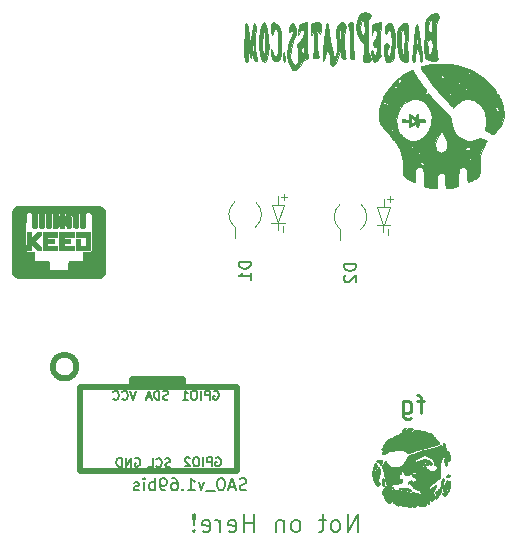
<source format=gbr>
G04 #@! TF.GenerationSoftware,KiCad,Pcbnew,(5.1.10)-1*
G04 #@! TF.CreationDate,2021-09-01T23:08:52-05:00*
G04 #@! TF.ProjectId,Bsides-KC-2021-SAO-Speaker,42736964-6573-42d4-9b43-2d323032312d,rev?*
G04 #@! TF.SameCoordinates,Original*
G04 #@! TF.FileFunction,Legend,Bot*
G04 #@! TF.FilePolarity,Positive*
%FSLAX46Y46*%
G04 Gerber Fmt 4.6, Leading zero omitted, Abs format (unit mm)*
G04 Created by KiCad (PCBNEW (5.1.10)-1) date 2021-09-01 23:08:52*
%MOMM*%
%LPD*%
G01*
G04 APERTURE LIST*
%ADD10C,0.150000*%
%ADD11C,0.120000*%
%ADD12C,0.010000*%
%ADD13C,0.500000*%
%ADD14C,0.250000*%
G04 APERTURE END LIST*
D10*
X113178571Y-100828571D02*
X113178571Y-99328571D01*
X112321428Y-100828571D01*
X112321428Y-99328571D01*
X111392857Y-100828571D02*
X111535714Y-100757142D01*
X111607142Y-100685714D01*
X111678571Y-100542857D01*
X111678571Y-100114285D01*
X111607142Y-99971428D01*
X111535714Y-99900000D01*
X111392857Y-99828571D01*
X111178571Y-99828571D01*
X111035714Y-99900000D01*
X110964285Y-99971428D01*
X110892857Y-100114285D01*
X110892857Y-100542857D01*
X110964285Y-100685714D01*
X111035714Y-100757142D01*
X111178571Y-100828571D01*
X111392857Y-100828571D01*
X110464285Y-99828571D02*
X109892857Y-99828571D01*
X110250000Y-99328571D02*
X110250000Y-100614285D01*
X110178571Y-100757142D01*
X110035714Y-100828571D01*
X109892857Y-100828571D01*
X108035714Y-100828571D02*
X108178571Y-100757142D01*
X108250000Y-100685714D01*
X108321428Y-100542857D01*
X108321428Y-100114285D01*
X108250000Y-99971428D01*
X108178571Y-99900000D01*
X108035714Y-99828571D01*
X107821428Y-99828571D01*
X107678571Y-99900000D01*
X107607142Y-99971428D01*
X107535714Y-100114285D01*
X107535714Y-100542857D01*
X107607142Y-100685714D01*
X107678571Y-100757142D01*
X107821428Y-100828571D01*
X108035714Y-100828571D01*
X106892857Y-99828571D02*
X106892857Y-100828571D01*
X106892857Y-99971428D02*
X106821428Y-99900000D01*
X106678571Y-99828571D01*
X106464285Y-99828571D01*
X106321428Y-99900000D01*
X106250000Y-100042857D01*
X106250000Y-100828571D01*
X104392857Y-100828571D02*
X104392857Y-99328571D01*
X104392857Y-100042857D02*
X103535714Y-100042857D01*
X103535714Y-100828571D02*
X103535714Y-99328571D01*
X102250000Y-100757142D02*
X102392857Y-100828571D01*
X102678571Y-100828571D01*
X102821428Y-100757142D01*
X102892857Y-100614285D01*
X102892857Y-100042857D01*
X102821428Y-99900000D01*
X102678571Y-99828571D01*
X102392857Y-99828571D01*
X102250000Y-99900000D01*
X102178571Y-100042857D01*
X102178571Y-100185714D01*
X102892857Y-100328571D01*
X101535714Y-100828571D02*
X101535714Y-99828571D01*
X101535714Y-100114285D02*
X101464285Y-99971428D01*
X101392857Y-99900000D01*
X101250000Y-99828571D01*
X101107142Y-99828571D01*
X100035714Y-100757142D02*
X100178571Y-100828571D01*
X100464285Y-100828571D01*
X100607142Y-100757142D01*
X100678571Y-100614285D01*
X100678571Y-100042857D01*
X100607142Y-99900000D01*
X100464285Y-99828571D01*
X100178571Y-99828571D01*
X100035714Y-99900000D01*
X99964285Y-100042857D01*
X99964285Y-100185714D01*
X100678571Y-100328571D01*
X99321428Y-100685714D02*
X99250000Y-100757142D01*
X99321428Y-100828571D01*
X99392857Y-100757142D01*
X99321428Y-100685714D01*
X99321428Y-100828571D01*
X99321428Y-100257142D02*
X99392857Y-99400000D01*
X99321428Y-99328571D01*
X99250000Y-99400000D01*
X99321428Y-100257142D01*
X99321428Y-99328571D01*
D11*
G04 #@! TO.C,D2*
X115355340Y-73296780D02*
X115355340Y-72585580D01*
X115329940Y-74820780D02*
X115329940Y-75430380D01*
X115939540Y-74820780D02*
X114771140Y-74820780D01*
X116117340Y-72636380D02*
X115609340Y-72636380D01*
X115863340Y-72890380D02*
X115863340Y-72407780D01*
X115329940Y-74820780D02*
X114821940Y-73322180D01*
X115888740Y-73322180D02*
X115355340Y-74795380D01*
X114821940Y-73322180D02*
X115888740Y-73322180D01*
X111661340Y-76134980D02*
X111661340Y-75184980D01*
X115763340Y-75633580D02*
X115763340Y-75150980D01*
X111683575Y-73066322D02*
G75*
G03*
X111661340Y-75184980I877765J-1068658D01*
G01*
X113439105Y-75203638D02*
G75*
G03*
X113461340Y-73084980I-877765J1068658D01*
G01*
G04 #@! TO.C,D1*
X106433620Y-73096120D02*
X106433620Y-72384920D01*
X106408220Y-74620120D02*
X106408220Y-75229720D01*
X107017820Y-74620120D02*
X105849420Y-74620120D01*
X107195620Y-72435720D02*
X106687620Y-72435720D01*
X106941620Y-72689720D02*
X106941620Y-72207120D01*
X106408220Y-74620120D02*
X105900220Y-73121520D01*
X106967020Y-73121520D02*
X106433620Y-74594720D01*
X105900220Y-73121520D02*
X106967020Y-73121520D01*
X102739620Y-75934320D02*
X102739620Y-74984320D01*
X106841620Y-75432920D02*
X106841620Y-74950320D01*
X102761855Y-72865662D02*
G75*
G03*
X102739620Y-74984320I877765J-1068658D01*
G01*
X104517385Y-75002978D02*
G75*
G03*
X104539620Y-72884320I-877765J1068658D01*
G01*
D12*
G04 #@! TO.C,G\u002A\u002A\u002A*
G36*
X118795383Y-95175947D02*
G01*
X118789450Y-95200800D01*
X118796431Y-95226962D01*
X118818082Y-95236615D01*
X118844872Y-95232002D01*
X118854366Y-95220740D01*
X118857193Y-95189299D01*
X118841978Y-95168793D01*
X118818082Y-95164984D01*
X118795383Y-95175947D01*
G37*
X118795383Y-95175947D02*
X118789450Y-95200800D01*
X118796431Y-95226962D01*
X118818082Y-95236615D01*
X118844872Y-95232002D01*
X118854366Y-95220740D01*
X118857193Y-95189299D01*
X118841978Y-95168793D01*
X118818082Y-95164984D01*
X118795383Y-95175947D01*
G36*
X116809486Y-97062317D02*
G01*
X116741505Y-97066819D01*
X116691156Y-97075492D01*
X116671725Y-97082585D01*
X116650874Y-97100864D01*
X116653637Y-97121275D01*
X116678365Y-97143319D01*
X116723408Y-97166495D01*
X116787118Y-97190301D01*
X116867845Y-97214239D01*
X116963940Y-97237807D01*
X117073754Y-97260504D01*
X117195637Y-97281831D01*
X117327941Y-97301286D01*
X117436900Y-97314794D01*
X117528181Y-97324707D01*
X117597308Y-97330881D01*
X117647242Y-97333366D01*
X117680944Y-97332212D01*
X117701376Y-97327470D01*
X117711344Y-97319446D01*
X117709419Y-97300368D01*
X117686846Y-97275388D01*
X117647143Y-97246413D01*
X117593833Y-97215351D01*
X117530434Y-97184107D01*
X117460468Y-97154591D01*
X117387454Y-97128708D01*
X117327394Y-97111436D01*
X117251214Y-97095209D01*
X117164783Y-97081925D01*
X117072747Y-97071789D01*
X116979754Y-97065006D01*
X116890451Y-97061781D01*
X116809486Y-97062317D01*
G37*
X116809486Y-97062317D02*
X116741505Y-97066819D01*
X116691156Y-97075492D01*
X116671725Y-97082585D01*
X116650874Y-97100864D01*
X116653637Y-97121275D01*
X116678365Y-97143319D01*
X116723408Y-97166495D01*
X116787118Y-97190301D01*
X116867845Y-97214239D01*
X116963940Y-97237807D01*
X117073754Y-97260504D01*
X117195637Y-97281831D01*
X117327941Y-97301286D01*
X117436900Y-97314794D01*
X117528181Y-97324707D01*
X117597308Y-97330881D01*
X117647242Y-97333366D01*
X117680944Y-97332212D01*
X117701376Y-97327470D01*
X117711344Y-97319446D01*
X117709419Y-97300368D01*
X117686846Y-97275388D01*
X117647143Y-97246413D01*
X117593833Y-97215351D01*
X117530434Y-97184107D01*
X117460468Y-97154591D01*
X117387454Y-97128708D01*
X117327394Y-97111436D01*
X117251214Y-97095209D01*
X117164783Y-97081925D01*
X117072747Y-97071789D01*
X116979754Y-97065006D01*
X116890451Y-97061781D01*
X116809486Y-97062317D01*
G36*
X117129232Y-91997436D02*
G01*
X117089505Y-92023378D01*
X117046281Y-92060620D01*
X117004184Y-92104258D01*
X116967839Y-92149389D01*
X116941872Y-92191107D01*
X116930907Y-92224510D01*
X116931096Y-92231312D01*
X116941825Y-92256079D01*
X116965571Y-92262024D01*
X117004298Y-92249363D01*
X117020665Y-92241158D01*
X117055612Y-92218634D01*
X117096859Y-92186198D01*
X117139677Y-92148373D01*
X117179333Y-92109682D01*
X117211098Y-92074647D01*
X117230241Y-92047792D01*
X117233700Y-92037490D01*
X117222385Y-92012356D01*
X117193931Y-91993917D01*
X117160837Y-91987700D01*
X117129232Y-91997436D01*
G37*
X117129232Y-91997436D02*
X117089505Y-92023378D01*
X117046281Y-92060620D01*
X117004184Y-92104258D01*
X116967839Y-92149389D01*
X116941872Y-92191107D01*
X116930907Y-92224510D01*
X116931096Y-92231312D01*
X116941825Y-92256079D01*
X116965571Y-92262024D01*
X117004298Y-92249363D01*
X117020665Y-92241158D01*
X117055612Y-92218634D01*
X117096859Y-92186198D01*
X117139677Y-92148373D01*
X117179333Y-92109682D01*
X117211098Y-92074647D01*
X117230241Y-92047792D01*
X117233700Y-92037490D01*
X117222385Y-92012356D01*
X117193931Y-91993917D01*
X117160837Y-91987700D01*
X117129232Y-91997436D01*
G36*
X117515191Y-92027771D02*
G01*
X117490700Y-92034226D01*
X117463559Y-92046966D01*
X117429578Y-92067730D01*
X117384562Y-92098256D01*
X117324320Y-92140281D01*
X117292971Y-92162126D01*
X117253282Y-92187852D01*
X117195875Y-92222545D01*
X117125555Y-92263428D01*
X117047126Y-92307727D01*
X116965392Y-92352664D01*
X116932943Y-92370146D01*
X116840566Y-92419853D01*
X116739485Y-92474669D01*
X116637291Y-92530449D01*
X116541577Y-92583050D01*
X116459933Y-92628324D01*
X116452650Y-92632393D01*
X116318351Y-92706601D01*
X116187548Y-92777204D01*
X116063659Y-92842434D01*
X115950103Y-92900526D01*
X115850299Y-92949712D01*
X115767664Y-92988227D01*
X115743382Y-92998880D01*
X115685969Y-93026371D01*
X115630249Y-93057858D01*
X115585582Y-93087899D01*
X115573941Y-93097374D01*
X115541548Y-93127966D01*
X115525671Y-93150416D01*
X115522327Y-93171581D01*
X115524018Y-93183364D01*
X115524873Y-93205663D01*
X115516293Y-93230168D01*
X115495447Y-93262691D01*
X115467755Y-93298733D01*
X115400318Y-93386822D01*
X115350123Y-93460537D01*
X115315567Y-93522536D01*
X115295048Y-93575476D01*
X115290976Y-93591923D01*
X115276291Y-93642318D01*
X115255443Y-93692089D01*
X115246492Y-93708550D01*
X115214806Y-93761375D01*
X115194633Y-93796920D01*
X115184190Y-93819541D01*
X115181690Y-93833599D01*
X115185349Y-93843452D01*
X115189192Y-93848480D01*
X115210344Y-93860384D01*
X115245250Y-93868598D01*
X115256665Y-93869793D01*
X115290223Y-93873914D01*
X115305131Y-93882829D01*
X115308138Y-93901224D01*
X115307964Y-93905400D01*
X115302256Y-93931808D01*
X115288636Y-93973351D01*
X115269773Y-94022072D01*
X115264852Y-94033742D01*
X115240739Y-94097390D01*
X115231548Y-94144640D01*
X115237669Y-94179923D01*
X115259487Y-94207671D01*
X115281416Y-94223246D01*
X115327503Y-94244003D01*
X115369715Y-94243799D01*
X115411250Y-94226709D01*
X115442394Y-94207661D01*
X115483123Y-94179905D01*
X115513574Y-94157693D01*
X115607750Y-94098170D01*
X115723015Y-94044327D01*
X115855545Y-93996885D01*
X116001516Y-93956566D01*
X116157107Y-93924091D01*
X116318493Y-93900181D01*
X116481852Y-93885559D01*
X116643360Y-93880945D01*
X116799194Y-93887062D01*
X116894759Y-93897018D01*
X116990417Y-93912488D01*
X117067406Y-93932228D01*
X117132409Y-93958988D01*
X117192112Y-93995512D01*
X117252750Y-94044158D01*
X117307050Y-94089986D01*
X117349794Y-94120254D01*
X117387115Y-94137630D01*
X117425144Y-94144783D01*
X117470012Y-94144383D01*
X117481127Y-94143569D01*
X117519679Y-94138043D01*
X117565171Y-94126407D01*
X117621720Y-94107291D01*
X117693443Y-94079326D01*
X117767688Y-94048313D01*
X117839510Y-94018181D01*
X117909542Y-93989920D01*
X117979908Y-93962881D01*
X118052734Y-93936416D01*
X118130145Y-93909877D01*
X118214267Y-93882616D01*
X118307226Y-93853986D01*
X118411145Y-93823337D01*
X118528152Y-93790021D01*
X118660372Y-93753392D01*
X118809929Y-93712800D01*
X118978950Y-93667598D01*
X119169560Y-93617137D01*
X119259350Y-93593487D01*
X119414046Y-93552201D01*
X119556354Y-93513046D01*
X119684708Y-93476507D01*
X119797538Y-93443071D01*
X119893276Y-93413226D01*
X119970353Y-93387458D01*
X120027201Y-93366254D01*
X120062251Y-93350101D01*
X120073719Y-93340741D01*
X120072089Y-93312554D01*
X120052543Y-93268361D01*
X120015883Y-93209320D01*
X119962914Y-93136593D01*
X119894440Y-93051338D01*
X119811266Y-92954715D01*
X119787880Y-92928485D01*
X119733574Y-92866606D01*
X119677302Y-92800163D01*
X119625105Y-92736427D01*
X119583024Y-92682674D01*
X119576779Y-92674335D01*
X119528897Y-92613484D01*
X119484667Y-92567059D01*
X119435819Y-92527060D01*
X119396658Y-92500046D01*
X119339586Y-92462889D01*
X119298215Y-92437602D01*
X119267149Y-92421909D01*
X119240993Y-92413534D01*
X119214350Y-92410202D01*
X119182309Y-92409637D01*
X119158483Y-92408973D01*
X119134948Y-92406080D01*
X119108224Y-92399716D01*
X119074831Y-92388639D01*
X119031288Y-92371607D01*
X118974113Y-92347378D01*
X118899827Y-92314710D01*
X118833900Y-92285315D01*
X118787030Y-92265061D01*
X118748264Y-92250970D01*
X118710404Y-92241521D01*
X118666250Y-92235193D01*
X118608606Y-92230467D01*
X118560326Y-92227523D01*
X118484332Y-92222102D01*
X118404589Y-92214665D01*
X118331270Y-92206251D01*
X118280926Y-92198994D01*
X118179354Y-92182949D01*
X118098868Y-92172963D01*
X118035787Y-92169456D01*
X117986430Y-92172849D01*
X117947117Y-92183562D01*
X117914166Y-92202016D01*
X117883898Y-92228631D01*
X117867670Y-92246206D01*
X117830604Y-92281770D01*
X117786999Y-92313755D01*
X117741325Y-92340199D01*
X117698057Y-92359142D01*
X117661665Y-92368623D01*
X117636622Y-92366681D01*
X117627400Y-92351555D01*
X117636249Y-92325584D01*
X117658686Y-92291092D01*
X117688548Y-92255527D01*
X117719673Y-92226339D01*
X117742910Y-92211955D01*
X117772575Y-92192514D01*
X117779800Y-92170424D01*
X117787566Y-92145237D01*
X117798850Y-92135507D01*
X117814606Y-92118263D01*
X117817900Y-92102724D01*
X117805682Y-92074179D01*
X117769205Y-92052341D01*
X117708734Y-92037306D01*
X117624536Y-92029171D01*
X117614700Y-92028736D01*
X117572999Y-92026764D01*
X117541227Y-92025863D01*
X117515191Y-92027771D01*
G37*
X117515191Y-92027771D02*
X117490700Y-92034226D01*
X117463559Y-92046966D01*
X117429578Y-92067730D01*
X117384562Y-92098256D01*
X117324320Y-92140281D01*
X117292971Y-92162126D01*
X117253282Y-92187852D01*
X117195875Y-92222545D01*
X117125555Y-92263428D01*
X117047126Y-92307727D01*
X116965392Y-92352664D01*
X116932943Y-92370146D01*
X116840566Y-92419853D01*
X116739485Y-92474669D01*
X116637291Y-92530449D01*
X116541577Y-92583050D01*
X116459933Y-92628324D01*
X116452650Y-92632393D01*
X116318351Y-92706601D01*
X116187548Y-92777204D01*
X116063659Y-92842434D01*
X115950103Y-92900526D01*
X115850299Y-92949712D01*
X115767664Y-92988227D01*
X115743382Y-92998880D01*
X115685969Y-93026371D01*
X115630249Y-93057858D01*
X115585582Y-93087899D01*
X115573941Y-93097374D01*
X115541548Y-93127966D01*
X115525671Y-93150416D01*
X115522327Y-93171581D01*
X115524018Y-93183364D01*
X115524873Y-93205663D01*
X115516293Y-93230168D01*
X115495447Y-93262691D01*
X115467755Y-93298733D01*
X115400318Y-93386822D01*
X115350123Y-93460537D01*
X115315567Y-93522536D01*
X115295048Y-93575476D01*
X115290976Y-93591923D01*
X115276291Y-93642318D01*
X115255443Y-93692089D01*
X115246492Y-93708550D01*
X115214806Y-93761375D01*
X115194633Y-93796920D01*
X115184190Y-93819541D01*
X115181690Y-93833599D01*
X115185349Y-93843452D01*
X115189192Y-93848480D01*
X115210344Y-93860384D01*
X115245250Y-93868598D01*
X115256665Y-93869793D01*
X115290223Y-93873914D01*
X115305131Y-93882829D01*
X115308138Y-93901224D01*
X115307964Y-93905400D01*
X115302256Y-93931808D01*
X115288636Y-93973351D01*
X115269773Y-94022072D01*
X115264852Y-94033742D01*
X115240739Y-94097390D01*
X115231548Y-94144640D01*
X115237669Y-94179923D01*
X115259487Y-94207671D01*
X115281416Y-94223246D01*
X115327503Y-94244003D01*
X115369715Y-94243799D01*
X115411250Y-94226709D01*
X115442394Y-94207661D01*
X115483123Y-94179905D01*
X115513574Y-94157693D01*
X115607750Y-94098170D01*
X115723015Y-94044327D01*
X115855545Y-93996885D01*
X116001516Y-93956566D01*
X116157107Y-93924091D01*
X116318493Y-93900181D01*
X116481852Y-93885559D01*
X116643360Y-93880945D01*
X116799194Y-93887062D01*
X116894759Y-93897018D01*
X116990417Y-93912488D01*
X117067406Y-93932228D01*
X117132409Y-93958988D01*
X117192112Y-93995512D01*
X117252750Y-94044158D01*
X117307050Y-94089986D01*
X117349794Y-94120254D01*
X117387115Y-94137630D01*
X117425144Y-94144783D01*
X117470012Y-94144383D01*
X117481127Y-94143569D01*
X117519679Y-94138043D01*
X117565171Y-94126407D01*
X117621720Y-94107291D01*
X117693443Y-94079326D01*
X117767688Y-94048313D01*
X117839510Y-94018181D01*
X117909542Y-93989920D01*
X117979908Y-93962881D01*
X118052734Y-93936416D01*
X118130145Y-93909877D01*
X118214267Y-93882616D01*
X118307226Y-93853986D01*
X118411145Y-93823337D01*
X118528152Y-93790021D01*
X118660372Y-93753392D01*
X118809929Y-93712800D01*
X118978950Y-93667598D01*
X119169560Y-93617137D01*
X119259350Y-93593487D01*
X119414046Y-93552201D01*
X119556354Y-93513046D01*
X119684708Y-93476507D01*
X119797538Y-93443071D01*
X119893276Y-93413226D01*
X119970353Y-93387458D01*
X120027201Y-93366254D01*
X120062251Y-93350101D01*
X120073719Y-93340741D01*
X120072089Y-93312554D01*
X120052543Y-93268361D01*
X120015883Y-93209320D01*
X119962914Y-93136593D01*
X119894440Y-93051338D01*
X119811266Y-92954715D01*
X119787880Y-92928485D01*
X119733574Y-92866606D01*
X119677302Y-92800163D01*
X119625105Y-92736427D01*
X119583024Y-92682674D01*
X119576779Y-92674335D01*
X119528897Y-92613484D01*
X119484667Y-92567059D01*
X119435819Y-92527060D01*
X119396658Y-92500046D01*
X119339586Y-92462889D01*
X119298215Y-92437602D01*
X119267149Y-92421909D01*
X119240993Y-92413534D01*
X119214350Y-92410202D01*
X119182309Y-92409637D01*
X119158483Y-92408973D01*
X119134948Y-92406080D01*
X119108224Y-92399716D01*
X119074831Y-92388639D01*
X119031288Y-92371607D01*
X118974113Y-92347378D01*
X118899827Y-92314710D01*
X118833900Y-92285315D01*
X118787030Y-92265061D01*
X118748264Y-92250970D01*
X118710404Y-92241521D01*
X118666250Y-92235193D01*
X118608606Y-92230467D01*
X118560326Y-92227523D01*
X118484332Y-92222102D01*
X118404589Y-92214665D01*
X118331270Y-92206251D01*
X118280926Y-92198994D01*
X118179354Y-92182949D01*
X118098868Y-92172963D01*
X118035787Y-92169456D01*
X117986430Y-92172849D01*
X117947117Y-92183562D01*
X117914166Y-92202016D01*
X117883898Y-92228631D01*
X117867670Y-92246206D01*
X117830604Y-92281770D01*
X117786999Y-92313755D01*
X117741325Y-92340199D01*
X117698057Y-92359142D01*
X117661665Y-92368623D01*
X117636622Y-92366681D01*
X117627400Y-92351555D01*
X117636249Y-92325584D01*
X117658686Y-92291092D01*
X117688548Y-92255527D01*
X117719673Y-92226339D01*
X117742910Y-92211955D01*
X117772575Y-92192514D01*
X117779800Y-92170424D01*
X117787566Y-92145237D01*
X117798850Y-92135507D01*
X117814606Y-92118263D01*
X117817900Y-92102724D01*
X117805682Y-92074179D01*
X117769205Y-92052341D01*
X117708734Y-92037306D01*
X117624536Y-92029171D01*
X117614700Y-92028736D01*
X117572999Y-92026764D01*
X117541227Y-92025863D01*
X117515191Y-92027771D01*
G36*
X114795478Y-94704680D02*
G01*
X114771212Y-94730020D01*
X114764008Y-94740198D01*
X114738708Y-94785448D01*
X114732722Y-94821351D01*
X114747495Y-94850337D01*
X114784475Y-94874838D01*
X114845106Y-94897283D01*
X114860095Y-94901710D01*
X114905699Y-94917754D01*
X114942023Y-94939285D01*
X114974280Y-94971115D01*
X115007681Y-95018056D01*
X115034856Y-95063033D01*
X115067040Y-95112969D01*
X115093294Y-95140090D01*
X115115880Y-95145623D01*
X115137060Y-95130797D01*
X115143790Y-95122123D01*
X115165756Y-95079825D01*
X115186414Y-95020359D01*
X115203641Y-94951941D01*
X115215315Y-94882791D01*
X115219278Y-94829954D01*
X115218958Y-94781128D01*
X115214983Y-94750888D01*
X115205850Y-94732509D01*
X115195350Y-94722930D01*
X115165754Y-94711187D01*
X115144550Y-94711835D01*
X115075748Y-94725046D01*
X115002006Y-94727518D01*
X114935131Y-94719166D01*
X114915010Y-94713494D01*
X114861012Y-94697543D01*
X114823289Y-94694230D01*
X114795478Y-94704680D01*
G37*
X114795478Y-94704680D02*
X114771212Y-94730020D01*
X114764008Y-94740198D01*
X114738708Y-94785448D01*
X114732722Y-94821351D01*
X114747495Y-94850337D01*
X114784475Y-94874838D01*
X114845106Y-94897283D01*
X114860095Y-94901710D01*
X114905699Y-94917754D01*
X114942023Y-94939285D01*
X114974280Y-94971115D01*
X115007681Y-95018056D01*
X115034856Y-95063033D01*
X115067040Y-95112969D01*
X115093294Y-95140090D01*
X115115880Y-95145623D01*
X115137060Y-95130797D01*
X115143790Y-95122123D01*
X115165756Y-95079825D01*
X115186414Y-95020359D01*
X115203641Y-94951941D01*
X115215315Y-94882791D01*
X115219278Y-94829954D01*
X115218958Y-94781128D01*
X115214983Y-94750888D01*
X115205850Y-94732509D01*
X115195350Y-94722930D01*
X115165754Y-94711187D01*
X115144550Y-94711835D01*
X115075748Y-94725046D01*
X115002006Y-94727518D01*
X114935131Y-94719166D01*
X114915010Y-94713494D01*
X114861012Y-94697543D01*
X114823289Y-94694230D01*
X114795478Y-94704680D01*
G36*
X120803397Y-95959841D02*
G01*
X120752707Y-95985326D01*
X120706419Y-96020947D01*
X120675856Y-96057312D01*
X120659191Y-96087437D01*
X120656024Y-96108721D01*
X120665193Y-96133066D01*
X120667931Y-96138435D01*
X120694620Y-96174410D01*
X120728914Y-96189861D01*
X120774224Y-96185439D01*
X120821450Y-96167684D01*
X120875256Y-96138029D01*
X120918519Y-96104363D01*
X120946521Y-96070992D01*
X120954800Y-96045952D01*
X120943676Y-96011192D01*
X120915659Y-95978860D01*
X120878785Y-95956265D01*
X120849409Y-95950100D01*
X120803397Y-95959841D01*
G37*
X120803397Y-95959841D02*
X120752707Y-95985326D01*
X120706419Y-96020947D01*
X120675856Y-96057312D01*
X120659191Y-96087437D01*
X120656024Y-96108721D01*
X120665193Y-96133066D01*
X120667931Y-96138435D01*
X120694620Y-96174410D01*
X120728914Y-96189861D01*
X120774224Y-96185439D01*
X120821450Y-96167684D01*
X120875256Y-96138029D01*
X120918519Y-96104363D01*
X120946521Y-96070992D01*
X120954800Y-96045952D01*
X120943676Y-96011192D01*
X120915659Y-95978860D01*
X120878785Y-95956265D01*
X120849409Y-95950100D01*
X120803397Y-95959841D01*
G36*
X114630865Y-94983900D02*
G01*
X114606268Y-95016704D01*
X114578277Y-95067170D01*
X114548455Y-95131853D01*
X114518367Y-95207309D01*
X114489575Y-95290096D01*
X114463645Y-95376768D01*
X114459126Y-95393559D01*
X114423017Y-95577521D01*
X114408615Y-95770553D01*
X114415652Y-95968985D01*
X114443860Y-96169150D01*
X114492972Y-96367377D01*
X114540161Y-96504354D01*
X114575381Y-96585703D01*
X114616745Y-96665594D01*
X114661815Y-96740651D01*
X114708158Y-96807494D01*
X114753337Y-96862746D01*
X114794917Y-96903029D01*
X114830462Y-96924965D01*
X114845616Y-96928000D01*
X114871276Y-96920472D01*
X114899548Y-96903243D01*
X114928778Y-96873820D01*
X114961934Y-96831064D01*
X114993508Y-96783229D01*
X115017993Y-96738568D01*
X115029202Y-96708908D01*
X115030566Y-96684250D01*
X115020148Y-96659329D01*
X114994505Y-96626595D01*
X114988651Y-96620008D01*
X114936047Y-96559900D01*
X114899961Y-96513114D01*
X114878975Y-96474987D01*
X114871670Y-96440857D01*
X114876626Y-96406062D01*
X114892425Y-96365941D01*
X114904078Y-96342167D01*
X114921948Y-96299420D01*
X114940933Y-96242046D01*
X114957700Y-96180429D01*
X114962023Y-96161648D01*
X114976231Y-96102706D01*
X114992101Y-96046406D01*
X115006893Y-96002208D01*
X115011402Y-95991135D01*
X115034161Y-95922831D01*
X115050655Y-95839341D01*
X115060406Y-95748287D01*
X115062939Y-95657289D01*
X115057777Y-95573968D01*
X115044442Y-95505944D01*
X115042202Y-95498971D01*
X115023655Y-95452615D01*
X115000571Y-95406443D01*
X114976475Y-95366333D01*
X114954889Y-95338162D01*
X114939584Y-95327800D01*
X114916094Y-95339193D01*
X114886577Y-95370821D01*
X114853139Y-95418855D01*
X114817887Y-95479467D01*
X114782925Y-95548829D01*
X114750361Y-95623112D01*
X114722300Y-95698489D01*
X114705531Y-95753239D01*
X114685373Y-95870713D01*
X114688814Y-95991625D01*
X114715945Y-96118611D01*
X114718766Y-96127900D01*
X114736414Y-96190186D01*
X114743865Y-96232004D01*
X114741064Y-96256172D01*
X114727953Y-96265511D01*
X114716044Y-96265308D01*
X114692330Y-96254685D01*
X114673608Y-96228559D01*
X114658822Y-96184183D01*
X114646918Y-96118805D01*
X114640819Y-96069262D01*
X114633689Y-95888084D01*
X114650871Y-95701299D01*
X114692195Y-95510084D01*
X114743086Y-95353200D01*
X114762658Y-95276248D01*
X114768979Y-95193030D01*
X114761374Y-95115567D01*
X114757394Y-95099144D01*
X114741295Y-95062247D01*
X114715877Y-95024576D01*
X114686941Y-94993020D01*
X114660289Y-94974469D01*
X114650502Y-94972200D01*
X114630865Y-94983900D01*
G37*
X114630865Y-94983900D02*
X114606268Y-95016704D01*
X114578277Y-95067170D01*
X114548455Y-95131853D01*
X114518367Y-95207309D01*
X114489575Y-95290096D01*
X114463645Y-95376768D01*
X114459126Y-95393559D01*
X114423017Y-95577521D01*
X114408615Y-95770553D01*
X114415652Y-95968985D01*
X114443860Y-96169150D01*
X114492972Y-96367377D01*
X114540161Y-96504354D01*
X114575381Y-96585703D01*
X114616745Y-96665594D01*
X114661815Y-96740651D01*
X114708158Y-96807494D01*
X114753337Y-96862746D01*
X114794917Y-96903029D01*
X114830462Y-96924965D01*
X114845616Y-96928000D01*
X114871276Y-96920472D01*
X114899548Y-96903243D01*
X114928778Y-96873820D01*
X114961934Y-96831064D01*
X114993508Y-96783229D01*
X115017993Y-96738568D01*
X115029202Y-96708908D01*
X115030566Y-96684250D01*
X115020148Y-96659329D01*
X114994505Y-96626595D01*
X114988651Y-96620008D01*
X114936047Y-96559900D01*
X114899961Y-96513114D01*
X114878975Y-96474987D01*
X114871670Y-96440857D01*
X114876626Y-96406062D01*
X114892425Y-96365941D01*
X114904078Y-96342167D01*
X114921948Y-96299420D01*
X114940933Y-96242046D01*
X114957700Y-96180429D01*
X114962023Y-96161648D01*
X114976231Y-96102706D01*
X114992101Y-96046406D01*
X115006893Y-96002208D01*
X115011402Y-95991135D01*
X115034161Y-95922831D01*
X115050655Y-95839341D01*
X115060406Y-95748287D01*
X115062939Y-95657289D01*
X115057777Y-95573968D01*
X115044442Y-95505944D01*
X115042202Y-95498971D01*
X115023655Y-95452615D01*
X115000571Y-95406443D01*
X114976475Y-95366333D01*
X114954889Y-95338162D01*
X114939584Y-95327800D01*
X114916094Y-95339193D01*
X114886577Y-95370821D01*
X114853139Y-95418855D01*
X114817887Y-95479467D01*
X114782925Y-95548829D01*
X114750361Y-95623112D01*
X114722300Y-95698489D01*
X114705531Y-95753239D01*
X114685373Y-95870713D01*
X114688814Y-95991625D01*
X114715945Y-96118611D01*
X114718766Y-96127900D01*
X114736414Y-96190186D01*
X114743865Y-96232004D01*
X114741064Y-96256172D01*
X114727953Y-96265511D01*
X114716044Y-96265308D01*
X114692330Y-96254685D01*
X114673608Y-96228559D01*
X114658822Y-96184183D01*
X114646918Y-96118805D01*
X114640819Y-96069262D01*
X114633689Y-95888084D01*
X114650871Y-95701299D01*
X114692195Y-95510084D01*
X114743086Y-95353200D01*
X114762658Y-95276248D01*
X114768979Y-95193030D01*
X114761374Y-95115567D01*
X114757394Y-95099144D01*
X114741295Y-95062247D01*
X114715877Y-95024576D01*
X114686941Y-94993020D01*
X114660289Y-94974469D01*
X114650502Y-94972200D01*
X114630865Y-94983900D01*
G36*
X115284707Y-96279349D02*
G01*
X115266463Y-96309553D01*
X115251287Y-96362268D01*
X115239531Y-96436555D01*
X115231545Y-96531477D01*
X115230397Y-96553592D01*
X115228975Y-96670607D01*
X115236427Y-96768303D01*
X115252522Y-96845306D01*
X115277032Y-96900241D01*
X115291202Y-96917855D01*
X115321674Y-96943934D01*
X115347897Y-96951374D01*
X115379135Y-96941037D01*
X115401725Y-96928139D01*
X115429715Y-96907614D01*
X115440854Y-96886044D01*
X115436676Y-96855896D01*
X115423532Y-96821007D01*
X115414375Y-96789079D01*
X115404896Y-96739330D01*
X115396376Y-96679293D01*
X115391394Y-96632131D01*
X115380439Y-96521276D01*
X115369284Y-96433875D01*
X115357576Y-96367984D01*
X115344957Y-96321658D01*
X115331075Y-96292952D01*
X115328999Y-96290214D01*
X115305669Y-96272590D01*
X115284707Y-96279349D01*
G37*
X115284707Y-96279349D02*
X115266463Y-96309553D01*
X115251287Y-96362268D01*
X115239531Y-96436555D01*
X115231545Y-96531477D01*
X115230397Y-96553592D01*
X115228975Y-96670607D01*
X115236427Y-96768303D01*
X115252522Y-96845306D01*
X115277032Y-96900241D01*
X115291202Y-96917855D01*
X115321674Y-96943934D01*
X115347897Y-96951374D01*
X115379135Y-96941037D01*
X115401725Y-96928139D01*
X115429715Y-96907614D01*
X115440854Y-96886044D01*
X115436676Y-96855896D01*
X115423532Y-96821007D01*
X115414375Y-96789079D01*
X115404896Y-96739330D01*
X115396376Y-96679293D01*
X115391394Y-96632131D01*
X115380439Y-96521276D01*
X115369284Y-96433875D01*
X115357576Y-96367984D01*
X115344957Y-96321658D01*
X115331075Y-96292952D01*
X115328999Y-96290214D01*
X115305669Y-96272590D01*
X115284707Y-96279349D01*
G36*
X120732036Y-96442120D02*
G01*
X120717647Y-96451398D01*
X120695275Y-96476407D01*
X120676533Y-96512245D01*
X120674569Y-96517770D01*
X120657811Y-96555944D01*
X120632507Y-96600542D01*
X120617891Y-96622506D01*
X120576345Y-96688351D01*
X120530016Y-96775224D01*
X120480638Y-96879603D01*
X120429947Y-96997967D01*
X120416673Y-97030834D01*
X120381077Y-97130224D01*
X120361317Y-97210645D01*
X120357279Y-97272898D01*
X120368847Y-97317782D01*
X120374548Y-97326911D01*
X120401094Y-97344766D01*
X120442894Y-97354267D01*
X120490963Y-97354648D01*
X120536314Y-97345143D01*
X120545427Y-97341473D01*
X120597050Y-97309370D01*
X120652305Y-97260550D01*
X120704876Y-97201663D01*
X120748446Y-97139363D01*
X120763555Y-97111739D01*
X120786376Y-97059158D01*
X120801918Y-97005760D01*
X120812765Y-96941554D01*
X120816881Y-96905726D01*
X120822510Y-96818255D01*
X120822094Y-96729625D01*
X120816200Y-96644885D01*
X120805395Y-96569086D01*
X120790244Y-96507278D01*
X120771315Y-96464510D01*
X120766657Y-96458105D01*
X120748735Y-96440437D01*
X120732036Y-96442120D01*
G37*
X120732036Y-96442120D02*
X120717647Y-96451398D01*
X120695275Y-96476407D01*
X120676533Y-96512245D01*
X120674569Y-96517770D01*
X120657811Y-96555944D01*
X120632507Y-96600542D01*
X120617891Y-96622506D01*
X120576345Y-96688351D01*
X120530016Y-96775224D01*
X120480638Y-96879603D01*
X120429947Y-96997967D01*
X120416673Y-97030834D01*
X120381077Y-97130224D01*
X120361317Y-97210645D01*
X120357279Y-97272898D01*
X120368847Y-97317782D01*
X120374548Y-97326911D01*
X120401094Y-97344766D01*
X120442894Y-97354267D01*
X120490963Y-97354648D01*
X120536314Y-97345143D01*
X120545427Y-97341473D01*
X120597050Y-97309370D01*
X120652305Y-97260550D01*
X120704876Y-97201663D01*
X120748446Y-97139363D01*
X120763555Y-97111739D01*
X120786376Y-97059158D01*
X120801918Y-97005760D01*
X120812765Y-96941554D01*
X120816881Y-96905726D01*
X120822510Y-96818255D01*
X120822094Y-96729625D01*
X120816200Y-96644885D01*
X120805395Y-96569086D01*
X120790244Y-96507278D01*
X120771315Y-96464510D01*
X120766657Y-96458105D01*
X120748735Y-96440437D01*
X120732036Y-96442120D01*
G36*
X120894206Y-96480056D02*
G01*
X120884909Y-96493025D01*
X120881899Y-96511640D01*
X120878406Y-96551783D01*
X120874663Y-96609592D01*
X120870905Y-96681206D01*
X120867365Y-96762763D01*
X120865483Y-96813700D01*
X120861879Y-96901642D01*
X120857448Y-96984085D01*
X120852510Y-97056625D01*
X120847383Y-97114861D01*
X120842387Y-97154391D01*
X120839950Y-97166078D01*
X120815953Y-97223196D01*
X120776389Y-97275688D01*
X120719113Y-97325249D01*
X120641985Y-97373574D01*
X120542860Y-97422355D01*
X120483755Y-97447705D01*
X120416770Y-97477970D01*
X120371468Y-97505445D01*
X120344723Y-97532775D01*
X120333407Y-97562610D01*
X120332500Y-97575752D01*
X120342996Y-97613255D01*
X120370252Y-97654610D01*
X120407919Y-97693588D01*
X120449648Y-97723956D01*
X120489092Y-97739484D01*
X120500145Y-97740302D01*
X120522734Y-97735076D01*
X120554199Y-97723172D01*
X120554750Y-97722928D01*
X120597360Y-97695372D01*
X120647214Y-97649119D01*
X120700861Y-97588514D01*
X120754851Y-97517897D01*
X120805734Y-97441613D01*
X120850057Y-97364003D01*
X120866682Y-97330363D01*
X120898146Y-97252700D01*
X120926384Y-97163031D01*
X120950869Y-97065405D01*
X120971073Y-96963872D01*
X120986471Y-96862483D01*
X120996535Y-96765288D01*
X121000739Y-96676337D01*
X120998554Y-96599681D01*
X120989456Y-96539368D01*
X120974474Y-96501719D01*
X120949303Y-96478703D01*
X120919611Y-96471197D01*
X120894206Y-96480056D01*
G37*
X120894206Y-96480056D02*
X120884909Y-96493025D01*
X120881899Y-96511640D01*
X120878406Y-96551783D01*
X120874663Y-96609592D01*
X120870905Y-96681206D01*
X120867365Y-96762763D01*
X120865483Y-96813700D01*
X120861879Y-96901642D01*
X120857448Y-96984085D01*
X120852510Y-97056625D01*
X120847383Y-97114861D01*
X120842387Y-97154391D01*
X120839950Y-97166078D01*
X120815953Y-97223196D01*
X120776389Y-97275688D01*
X120719113Y-97325249D01*
X120641985Y-97373574D01*
X120542860Y-97422355D01*
X120483755Y-97447705D01*
X120416770Y-97477970D01*
X120371468Y-97505445D01*
X120344723Y-97532775D01*
X120333407Y-97562610D01*
X120332500Y-97575752D01*
X120342996Y-97613255D01*
X120370252Y-97654610D01*
X120407919Y-97693588D01*
X120449648Y-97723956D01*
X120489092Y-97739484D01*
X120500145Y-97740302D01*
X120522734Y-97735076D01*
X120554199Y-97723172D01*
X120554750Y-97722928D01*
X120597360Y-97695372D01*
X120647214Y-97649119D01*
X120700861Y-97588514D01*
X120754851Y-97517897D01*
X120805734Y-97441613D01*
X120850057Y-97364003D01*
X120866682Y-97330363D01*
X120898146Y-97252700D01*
X120926384Y-97163031D01*
X120950869Y-97065405D01*
X120971073Y-96963872D01*
X120986471Y-96862483D01*
X120996535Y-96765288D01*
X121000739Y-96676337D01*
X120998554Y-96599681D01*
X120989456Y-96539368D01*
X120974474Y-96501719D01*
X120949303Y-96478703D01*
X120919611Y-96471197D01*
X120894206Y-96480056D01*
G36*
X120395441Y-96280599D02*
G01*
X120364163Y-96308286D01*
X120334354Y-96353780D01*
X120310590Y-96409677D01*
X120305806Y-96425587D01*
X120291195Y-96467985D01*
X120270399Y-96516239D01*
X120261380Y-96534418D01*
X120246120Y-96567119D01*
X120237208Y-96598488D01*
X120233316Y-96636728D01*
X120233113Y-96690040D01*
X120233482Y-96706631D01*
X120234136Y-96763507D01*
X120231548Y-96803930D01*
X120224020Y-96836801D01*
X120209853Y-96871022D01*
X120197282Y-96896250D01*
X120162093Y-96972728D01*
X120134542Y-97048132D01*
X120117447Y-97114291D01*
X120114044Y-97137550D01*
X120110607Y-97159620D01*
X120101532Y-97170432D01*
X120080069Y-97173244D01*
X120043605Y-97171569D01*
X120004045Y-97170298D01*
X119982148Y-97174483D01*
X119970334Y-97186768D01*
X119964981Y-97198997D01*
X119960349Y-97225739D01*
X119958350Y-97269824D01*
X119959237Y-97323306D01*
X119960351Y-97343953D01*
X119962595Y-97405265D01*
X119960818Y-97452188D01*
X119955237Y-97479561D01*
X119954601Y-97480807D01*
X119946145Y-97490867D01*
X119935767Y-97487918D01*
X119919821Y-97468959D01*
X119895311Y-97432007D01*
X119859355Y-97384138D01*
X119827583Y-97360727D01*
X119798600Y-97361454D01*
X119771010Y-97385998D01*
X119760861Y-97401075D01*
X119740256Y-97446615D01*
X119738682Y-97490204D01*
X119756148Y-97540485D01*
X119761000Y-97550300D01*
X119775754Y-97581808D01*
X119783271Y-97609018D01*
X119783165Y-97638241D01*
X119775050Y-97675783D01*
X119758540Y-97727955D01*
X119748300Y-97757793D01*
X119731314Y-97809397D01*
X119718229Y-97854063D01*
X119711011Y-97884852D01*
X119710200Y-97892201D01*
X119718260Y-97917677D01*
X119737970Y-97948564D01*
X119762632Y-97976511D01*
X119785545Y-97993167D01*
X119792511Y-97994800D01*
X119808370Y-97986009D01*
X119835782Y-97962664D01*
X119869551Y-97929304D01*
X119879128Y-97919122D01*
X119974238Y-97801798D01*
X120062750Y-97663606D01*
X120142483Y-97508690D01*
X120211257Y-97341196D01*
X120256843Y-97201197D01*
X120279558Y-97130214D01*
X120307873Y-97052589D01*
X120336903Y-96981427D01*
X120347330Y-96958332D01*
X120372890Y-96901524D01*
X120388568Y-96858795D01*
X120396547Y-96821874D01*
X120399011Y-96782489D01*
X120398921Y-96762900D01*
X120401277Y-96710062D01*
X120408727Y-96645176D01*
X120419769Y-96580722D01*
X120422193Y-96569359D01*
X120439835Y-96471141D01*
X120446138Y-96388310D01*
X120440973Y-96323748D01*
X120434221Y-96299665D01*
X120422422Y-96277144D01*
X120407216Y-96275154D01*
X120395441Y-96280599D01*
G37*
X120395441Y-96280599D02*
X120364163Y-96308286D01*
X120334354Y-96353780D01*
X120310590Y-96409677D01*
X120305806Y-96425587D01*
X120291195Y-96467985D01*
X120270399Y-96516239D01*
X120261380Y-96534418D01*
X120246120Y-96567119D01*
X120237208Y-96598488D01*
X120233316Y-96636728D01*
X120233113Y-96690040D01*
X120233482Y-96706631D01*
X120234136Y-96763507D01*
X120231548Y-96803930D01*
X120224020Y-96836801D01*
X120209853Y-96871022D01*
X120197282Y-96896250D01*
X120162093Y-96972728D01*
X120134542Y-97048132D01*
X120117447Y-97114291D01*
X120114044Y-97137550D01*
X120110607Y-97159620D01*
X120101532Y-97170432D01*
X120080069Y-97173244D01*
X120043605Y-97171569D01*
X120004045Y-97170298D01*
X119982148Y-97174483D01*
X119970334Y-97186768D01*
X119964981Y-97198997D01*
X119960349Y-97225739D01*
X119958350Y-97269824D01*
X119959237Y-97323306D01*
X119960351Y-97343953D01*
X119962595Y-97405265D01*
X119960818Y-97452188D01*
X119955237Y-97479561D01*
X119954601Y-97480807D01*
X119946145Y-97490867D01*
X119935767Y-97487918D01*
X119919821Y-97468959D01*
X119895311Y-97432007D01*
X119859355Y-97384138D01*
X119827583Y-97360727D01*
X119798600Y-97361454D01*
X119771010Y-97385998D01*
X119760861Y-97401075D01*
X119740256Y-97446615D01*
X119738682Y-97490204D01*
X119756148Y-97540485D01*
X119761000Y-97550300D01*
X119775754Y-97581808D01*
X119783271Y-97609018D01*
X119783165Y-97638241D01*
X119775050Y-97675783D01*
X119758540Y-97727955D01*
X119748300Y-97757793D01*
X119731314Y-97809397D01*
X119718229Y-97854063D01*
X119711011Y-97884852D01*
X119710200Y-97892201D01*
X119718260Y-97917677D01*
X119737970Y-97948564D01*
X119762632Y-97976511D01*
X119785545Y-97993167D01*
X119792511Y-97994800D01*
X119808370Y-97986009D01*
X119835782Y-97962664D01*
X119869551Y-97929304D01*
X119879128Y-97919122D01*
X119974238Y-97801798D01*
X120062750Y-97663606D01*
X120142483Y-97508690D01*
X120211257Y-97341196D01*
X120256843Y-97201197D01*
X120279558Y-97130214D01*
X120307873Y-97052589D01*
X120336903Y-96981427D01*
X120347330Y-96958332D01*
X120372890Y-96901524D01*
X120388568Y-96858795D01*
X120396547Y-96821874D01*
X120399011Y-96782489D01*
X120398921Y-96762900D01*
X120401277Y-96710062D01*
X120408727Y-96645176D01*
X120419769Y-96580722D01*
X120422193Y-96569359D01*
X120439835Y-96471141D01*
X120446138Y-96388310D01*
X120440973Y-96323748D01*
X120434221Y-96299665D01*
X120422422Y-96277144D01*
X120407216Y-96275154D01*
X120395441Y-96280599D01*
G36*
X120401196Y-93336479D02*
G01*
X120395370Y-93359436D01*
X120385438Y-93399410D01*
X120371854Y-93433543D01*
X120371777Y-93433686D01*
X120363877Y-93453720D01*
X120366608Y-93473212D01*
X120382188Y-93500299D01*
X120394825Y-93518312D01*
X120421906Y-93559990D01*
X120432071Y-93589458D01*
X120426025Y-93612804D01*
X120408055Y-93632933D01*
X120395085Y-93643354D01*
X120383196Y-93645782D01*
X120367942Y-93637671D01*
X120344877Y-93616474D01*
X120309557Y-93579643D01*
X120303120Y-93572818D01*
X120224231Y-93489131D01*
X120084691Y-93533050D01*
X119607861Y-93675776D01*
X119151400Y-93799063D01*
X118929794Y-93856791D01*
X118729577Y-93911442D01*
X118547105Y-93964233D01*
X118378732Y-94016376D01*
X118220814Y-94069087D01*
X118069705Y-94123581D01*
X117921761Y-94181072D01*
X117773336Y-94242774D01*
X117627863Y-94306714D01*
X117415103Y-94402428D01*
X117367496Y-94525389D01*
X117293120Y-94692412D01*
X117205456Y-94841025D01*
X117101072Y-94976232D01*
X116976535Y-95103032D01*
X116962020Y-95116178D01*
X116891494Y-95178428D01*
X116834592Y-95226075D01*
X116786888Y-95262384D01*
X116743955Y-95290623D01*
X116701366Y-95314056D01*
X116679166Y-95324828D01*
X116647394Y-95338960D01*
X116619196Y-95348605D01*
X116588635Y-95354584D01*
X116549772Y-95357718D01*
X116496666Y-95358827D01*
X116433600Y-95358783D01*
X116319377Y-95355274D01*
X116223153Y-95344990D01*
X116138123Y-95326616D01*
X116057480Y-95298833D01*
X116006332Y-95276132D01*
X115899724Y-95213190D01*
X115791123Y-95125275D01*
X115680874Y-95012704D01*
X115569322Y-94875797D01*
X115563300Y-94867761D01*
X115535620Y-94831266D01*
X115516430Y-94812434D01*
X115500716Y-94812198D01*
X115483466Y-94831489D01*
X115459666Y-94871239D01*
X115449583Y-94888895D01*
X115423141Y-94928895D01*
X115385984Y-94977388D01*
X115345404Y-95024949D01*
X115338513Y-95032453D01*
X115295765Y-95080883D01*
X115264021Y-95124808D01*
X115243026Y-95168049D01*
X115232525Y-95214426D01*
X115232261Y-95267761D01*
X115241980Y-95331874D01*
X115261427Y-95410588D01*
X115290346Y-95507722D01*
X115303890Y-95550647D01*
X115340283Y-95666775D01*
X115369036Y-95763190D01*
X115391217Y-95844039D01*
X115407893Y-95913470D01*
X115420131Y-95975631D01*
X115429000Y-96034668D01*
X115429494Y-96038567D01*
X115440576Y-96103588D01*
X115457197Y-96175320D01*
X115473333Y-96230553D01*
X115491251Y-96296132D01*
X115506504Y-96379114D01*
X115519670Y-96482867D01*
X115524074Y-96526633D01*
X115531403Y-96596181D01*
X115539192Y-96657094D01*
X115546743Y-96704746D01*
X115553355Y-96734511D01*
X115556610Y-96741889D01*
X115577402Y-96754870D01*
X115609469Y-96768016D01*
X115611266Y-96768605D01*
X115645811Y-96788129D01*
X115656484Y-96809575D01*
X115650641Y-96842223D01*
X115627948Y-96886683D01*
X115591530Y-96939081D01*
X115544512Y-96995540D01*
X115490021Y-97052185D01*
X115431181Y-97105140D01*
X115395424Y-97133283D01*
X115331402Y-97193072D01*
X115282595Y-97267448D01*
X115246981Y-97359906D01*
X115233882Y-97412177D01*
X115220581Y-97483420D01*
X115217782Y-97536874D01*
X115227844Y-97578807D01*
X115253123Y-97615488D01*
X115295977Y-97653185D01*
X115335305Y-97681857D01*
X115352346Y-97695550D01*
X115362169Y-97711251D01*
X115366505Y-97735660D01*
X115367089Y-97775475D01*
X115366534Y-97802507D01*
X115365147Y-97866536D01*
X115365619Y-97910159D01*
X115369360Y-97938367D01*
X115377778Y-97956151D01*
X115392281Y-97968501D01*
X115414280Y-97980407D01*
X115417176Y-97981883D01*
X115456488Y-98006090D01*
X115480520Y-98034509D01*
X115495348Y-98075797D01*
X115500607Y-98100716D01*
X115523133Y-98161484D01*
X115565579Y-98207348D01*
X115628804Y-98239164D01*
X115644125Y-98243947D01*
X115695785Y-98260526D01*
X115729127Y-98277342D01*
X115750812Y-98299227D01*
X115767504Y-98331015D01*
X115768988Y-98334525D01*
X115787519Y-98366448D01*
X115808304Y-98374242D01*
X115834813Y-98359147D01*
X115835700Y-98358381D01*
X115858602Y-98344933D01*
X115896217Y-98328846D01*
X115925600Y-98318484D01*
X116001426Y-98281934D01*
X116060322Y-98228439D01*
X116100541Y-98161415D01*
X116120341Y-98084278D01*
X116117976Y-98000443D01*
X116108764Y-97959875D01*
X116106408Y-97938798D01*
X116120910Y-97931737D01*
X116132949Y-97931300D01*
X116166972Y-97942373D01*
X116190506Y-97973028D01*
X116202869Y-98019412D01*
X116203375Y-98077675D01*
X116191340Y-98143966D01*
X116178074Y-98185300D01*
X116155341Y-98251558D01*
X116145684Y-98299611D01*
X116150768Y-98333948D01*
X116172259Y-98359056D01*
X116211823Y-98379425D01*
X116255800Y-98394751D01*
X116302694Y-98413888D01*
X116345616Y-98438329D01*
X116363750Y-98452379D01*
X116401359Y-98481633D01*
X116442342Y-98505810D01*
X116446300Y-98507646D01*
X116487186Y-98529503D01*
X116524726Y-98554960D01*
X116525828Y-98555843D01*
X116549899Y-98572747D01*
X116571841Y-98577891D01*
X116602780Y-98572850D01*
X116618085Y-98568893D01*
X116661992Y-98560755D01*
X116717711Y-98555208D01*
X116762596Y-98553600D01*
X116811995Y-98552309D01*
X116846606Y-98546348D01*
X116876997Y-98532581D01*
X116911639Y-98509376D01*
X116949018Y-98483008D01*
X116980827Y-98461292D01*
X116995575Y-98451779D01*
X117014332Y-98444696D01*
X117016859Y-98454879D01*
X117003780Y-98480590D01*
X116975722Y-98520092D01*
X116967000Y-98531215D01*
X116940564Y-98566940D01*
X116922192Y-98596587D01*
X116916200Y-98612167D01*
X116927481Y-98629940D01*
X116959262Y-98638084D01*
X117008450Y-98636378D01*
X117071952Y-98624600D01*
X117076155Y-98623567D01*
X117126250Y-98612448D01*
X117167927Y-98607769D01*
X117209347Y-98609945D01*
X117258674Y-98619394D01*
X117322600Y-98636121D01*
X117385519Y-98651756D01*
X117453604Y-98665740D01*
X117520731Y-98677132D01*
X117580778Y-98684989D01*
X117627622Y-98688369D01*
X117652779Y-98686954D01*
X117686623Y-98672042D01*
X117716919Y-98648191D01*
X117743936Y-98624605D01*
X117768104Y-98619720D01*
X117796586Y-98633890D01*
X117820634Y-98653337D01*
X117884025Y-98698355D01*
X117942002Y-98718565D01*
X117994587Y-98713972D01*
X118035660Y-98690061D01*
X118060182Y-98664097D01*
X118090186Y-98625221D01*
X118114877Y-98588525D01*
X118147591Y-98542468D01*
X118176486Y-98519696D01*
X118206214Y-98519547D01*
X118241427Y-98541357D01*
X118269041Y-98566584D01*
X118321092Y-98617669D01*
X118375893Y-98598334D01*
X118430958Y-98582698D01*
X118472090Y-98581458D01*
X118506488Y-98594917D01*
X118519866Y-98604400D01*
X118551497Y-98624023D01*
X118581655Y-98627554D01*
X118618502Y-98614784D01*
X118643727Y-98601225D01*
X118677390Y-98584154D01*
X118699707Y-98580549D01*
X118719268Y-98588525D01*
X118751714Y-98608577D01*
X118769690Y-98619711D01*
X118792367Y-98627948D01*
X118813793Y-98617265D01*
X118819168Y-98612589D01*
X118845763Y-98595088D01*
X118885010Y-98576227D01*
X118905604Y-98568205D01*
X118967250Y-98546254D01*
X118978811Y-98470552D01*
X118985528Y-98429690D01*
X118991254Y-98400321D01*
X118994232Y-98390012D01*
X119006900Y-98391860D01*
X119033896Y-98402342D01*
X119044670Y-98407277D01*
X119090190Y-98420614D01*
X119138176Y-98421996D01*
X119178742Y-98411834D01*
X119194754Y-98401034D01*
X119201277Y-98382371D01*
X119206105Y-98345109D01*
X119208446Y-98296032D01*
X119208550Y-98282861D01*
X119207684Y-98228863D01*
X119203628Y-98191320D01*
X119194202Y-98161311D01*
X119177222Y-98129910D01*
X119167275Y-98114101D01*
X119145338Y-98078591D01*
X119130369Y-98051882D01*
X119126000Y-98041313D01*
X119133978Y-98032411D01*
X119157396Y-98042631D01*
X119195487Y-98071542D01*
X119223140Y-98095917D01*
X119280348Y-98141134D01*
X119334333Y-98166671D01*
X119389432Y-98172588D01*
X119449983Y-98158948D01*
X119520323Y-98125813D01*
X119562441Y-98100752D01*
X119660655Y-98039250D01*
X119653339Y-97918600D01*
X119645213Y-97822080D01*
X119633818Y-97742889D01*
X119619632Y-97683257D01*
X119603135Y-97645414D01*
X119592364Y-97634118D01*
X119568878Y-97629763D01*
X119552623Y-97647873D01*
X119545469Y-97686089D01*
X119545295Y-97693582D01*
X119540599Y-97728400D01*
X119529103Y-97765824D01*
X119514191Y-97797614D01*
X119499243Y-97815531D01*
X119494634Y-97817000D01*
X119478957Y-97804878D01*
X119464715Y-97770828D01*
X119453125Y-97718317D01*
X119448685Y-97686050D01*
X119445659Y-97652537D01*
X119447743Y-97627605D01*
X119457830Y-97603854D01*
X119478814Y-97573885D01*
X119505815Y-97539933D01*
X119536182Y-97499614D01*
X119558901Y-97464383D01*
X119570005Y-97440544D01*
X119570500Y-97437136D01*
X119575986Y-97417451D01*
X119587364Y-97389314D01*
X118564505Y-97389314D01*
X118550771Y-97404405D01*
X118521602Y-97410600D01*
X118494589Y-97416304D01*
X118483786Y-97435442D01*
X118488343Y-97471050D01*
X118496993Y-97498487D01*
X118508940Y-97537776D01*
X118515776Y-97570774D01*
X118516400Y-97578937D01*
X118514313Y-97592880D01*
X118504128Y-97599361D01*
X118479962Y-97599714D01*
X118441534Y-97595910D01*
X118395333Y-97588994D01*
X118334667Y-97577608D01*
X118269641Y-97563715D01*
X118240444Y-97556876D01*
X118172396Y-97538736D01*
X118100080Y-97516791D01*
X118035787Y-97494848D01*
X118016530Y-97487506D01*
X117952124Y-97464282D01*
X117898948Y-97452395D01*
X117847181Y-97451175D01*
X117787002Y-97459954D01*
X117745664Y-97469061D01*
X117656890Y-97482483D01*
X117563374Y-97481148D01*
X117461636Y-97464477D01*
X117348196Y-97431891D01*
X117219573Y-97382811D01*
X117214627Y-97380734D01*
X117171091Y-97365229D01*
X117118563Y-97352368D01*
X117051886Y-97341145D01*
X116965903Y-97330552D01*
X116947927Y-97328629D01*
X116863890Y-97318591D01*
X116772609Y-97305695D01*
X116684629Y-97291542D01*
X116610500Y-97277734D01*
X116605050Y-97276601D01*
X116532871Y-97261593D01*
X116457376Y-97246160D01*
X116388813Y-97232384D01*
X116348233Y-97224416D01*
X116243815Y-97204254D01*
X116112408Y-97282027D01*
X116038584Y-97323431D01*
X115983147Y-97349511D01*
X115946442Y-97360264D01*
X115928815Y-97355686D01*
X115930610Y-97335774D01*
X115952174Y-97300524D01*
X115965348Y-97283450D01*
X116002595Y-97218512D01*
X116019793Y-97160369D01*
X116029539Y-97118155D01*
X116040436Y-97093920D01*
X116057071Y-97080477D01*
X116075305Y-97073405D01*
X116117271Y-97054659D01*
X116137384Y-97035129D01*
X116135404Y-97018080D01*
X116111090Y-97006775D01*
X116080426Y-97004026D01*
X116028144Y-97000475D01*
X115992321Y-96991033D01*
X115976984Y-96976859D01*
X115976701Y-96974143D01*
X115983561Y-96958115D01*
X116001824Y-96926365D01*
X116028416Y-96884046D01*
X116049726Y-96851800D01*
X116122450Y-96743850D01*
X116344700Y-96737044D01*
X116418688Y-96734227D01*
X116484930Y-96730672D01*
X116538789Y-96726710D01*
X116575626Y-96722669D01*
X116589765Y-96719584D01*
X116608509Y-96702552D01*
X116630922Y-96670982D01*
X116642611Y-96650190D01*
X116666358Y-96609723D01*
X116696030Y-96567414D01*
X116727129Y-96528749D01*
X116755152Y-96499218D01*
X116775599Y-96484307D01*
X116779314Y-96483500D01*
X116786388Y-96495540D01*
X116787457Y-96531832D01*
X116784656Y-96571639D01*
X116781950Y-96616267D01*
X116782602Y-96650033D01*
X116786457Y-96665924D01*
X116786717Y-96666114D01*
X116809083Y-96666329D01*
X116838164Y-96648691D01*
X116868381Y-96617575D01*
X116890149Y-96584976D01*
X116907362Y-96547677D01*
X116918225Y-96506285D01*
X116924577Y-96452345D01*
X116926684Y-96417048D01*
X116932007Y-96305700D01*
X116799531Y-96305700D01*
X116728342Y-96305288D01*
X116679039Y-96301498D01*
X116648114Y-96290498D01*
X116632057Y-96268453D01*
X116627359Y-96231531D01*
X116630512Y-96175899D01*
X116635267Y-96126276D01*
X116640943Y-96066471D01*
X116645545Y-96014812D01*
X116648561Y-95977234D01*
X116649500Y-95960478D01*
X116655625Y-95948439D01*
X116677093Y-95940621D01*
X116718553Y-95935494D01*
X116727407Y-95934817D01*
X116778317Y-95928480D01*
X116809412Y-95917417D01*
X116822657Y-95905463D01*
X116834117Y-95874937D01*
X116839378Y-95830051D01*
X116838510Y-95781017D01*
X116831581Y-95738046D01*
X116821354Y-95714402D01*
X116804710Y-95682259D01*
X116808804Y-95652333D01*
X116834753Y-95618705D01*
X116840462Y-95613107D01*
X116868609Y-95590922D01*
X116891252Y-95586831D01*
X116911590Y-95602660D01*
X116932817Y-95640237D01*
X116947408Y-95674222D01*
X116991635Y-95760731D01*
X117049088Y-95838896D01*
X117115161Y-95903710D01*
X117185246Y-95950167D01*
X117212302Y-95962090D01*
X117255161Y-95971256D01*
X117314092Y-95974945D01*
X117380411Y-95973368D01*
X117445435Y-95966738D01*
X117500481Y-95955266D01*
X117501270Y-95955033D01*
X117594154Y-95920886D01*
X117678406Y-95874494D01*
X117763448Y-95810616D01*
X117768393Y-95806443D01*
X117834301Y-95753345D01*
X117886941Y-95718504D01*
X117929750Y-95701046D01*
X117966168Y-95700095D01*
X117999636Y-95714777D01*
X118029515Y-95740074D01*
X118057050Y-95771288D01*
X118068841Y-95798180D01*
X118069571Y-95831528D01*
X118069520Y-95832149D01*
X118065550Y-95880250D01*
X117956304Y-95886600D01*
X117894550Y-95891674D01*
X117852317Y-95900254D01*
X117823738Y-95915182D01*
X117802941Y-95939302D01*
X117787320Y-95968478D01*
X117768597Y-96026817D01*
X117772103Y-96075074D01*
X117797728Y-96111982D01*
X117800206Y-96113997D01*
X117849299Y-96145606D01*
X117912182Y-96176604D01*
X117977629Y-96201992D01*
X118028945Y-96215823D01*
X118086617Y-96234989D01*
X118122757Y-96267153D01*
X118137535Y-96312702D01*
X118131118Y-96372024D01*
X118116175Y-96416872D01*
X118081381Y-96478131D01*
X118034955Y-96516918D01*
X117976460Y-96533560D01*
X117959166Y-96534300D01*
X117910356Y-96538787D01*
X117881827Y-96554104D01*
X117869769Y-96583030D01*
X117868700Y-96600340D01*
X117865045Y-96628323D01*
X117853885Y-96632676D01*
X117834933Y-96613274D01*
X117811074Y-96575575D01*
X117776921Y-96522269D01*
X117742973Y-96480078D01*
X117712987Y-96453162D01*
X117693527Y-96445400D01*
X117673512Y-96452838D01*
X117643209Y-96471712D01*
X117626970Y-96483841D01*
X117588010Y-96510422D01*
X117548267Y-96531173D01*
X117536242Y-96535730D01*
X117475183Y-96557570D01*
X117435041Y-96579526D01*
X117411690Y-96605956D01*
X117401006Y-96641219D01*
X117398800Y-96680947D01*
X117401719Y-96709969D01*
X117413439Y-96722813D01*
X117438402Y-96720751D01*
X117481055Y-96705054D01*
X117481853Y-96704721D01*
X117535968Y-96691631D01*
X117584967Y-96696815D01*
X117623876Y-96717996D01*
X117647724Y-96752893D01*
X117652800Y-96783063D01*
X117662823Y-96817200D01*
X117687892Y-96853425D01*
X117720515Y-96882120D01*
X117736354Y-96890281D01*
X117764007Y-96909053D01*
X117787520Y-96936958D01*
X117824793Y-96995745D01*
X117853734Y-97035856D01*
X117877651Y-97061189D01*
X117899851Y-97075644D01*
X117907908Y-97078883D01*
X117942329Y-97095224D01*
X117980740Y-97119355D01*
X117988499Y-97125061D01*
X118019496Y-97145627D01*
X118041427Y-97150376D01*
X118057773Y-97144663D01*
X118075431Y-97139293D01*
X118093942Y-97146025D01*
X118119796Y-97167985D01*
X118132622Y-97180694D01*
X118166322Y-97211045D01*
X118198351Y-97228127D01*
X118240559Y-97237606D01*
X118256046Y-97239698D01*
X118305206Y-97248728D01*
X118341928Y-97264877D01*
X118379150Y-97294105D01*
X118384291Y-97298799D01*
X118426168Y-97332118D01*
X118464696Y-97349008D01*
X118491936Y-97353535D01*
X118528205Y-97359327D01*
X118553668Y-97367832D01*
X118557794Y-97370713D01*
X118564505Y-97389314D01*
X119587364Y-97389314D01*
X119590924Y-97380511D01*
X119613038Y-97331592D01*
X119640051Y-97275968D01*
X119640235Y-97275601D01*
X119672189Y-97208482D01*
X119703552Y-97136483D01*
X119732424Y-97064652D01*
X119756902Y-96998038D01*
X119775086Y-96941689D01*
X119785074Y-96900655D01*
X119786400Y-96887517D01*
X119777544Y-96868806D01*
X119751234Y-96867947D01*
X119707858Y-96884717D01*
X119647804Y-96918889D01*
X119571459Y-96970238D01*
X119479211Y-97038538D01*
X119371447Y-97123564D01*
X119348561Y-97142153D01*
X119299686Y-97181072D01*
X119257004Y-97213293D01*
X119224748Y-97235744D01*
X119207151Y-97245353D01*
X119206133Y-97245500D01*
X119186370Y-97234039D01*
X119171219Y-97204567D01*
X119164227Y-97164452D01*
X119164100Y-97158202D01*
X119170864Y-97125353D01*
X119189247Y-97077203D01*
X119216385Y-97019317D01*
X119249417Y-96957261D01*
X119285479Y-96896601D01*
X119321708Y-96842902D01*
X119335849Y-96824310D01*
X119380589Y-96774700D01*
X119429734Y-96731012D01*
X119477849Y-96697268D01*
X119519496Y-96677490D01*
X119539033Y-96674000D01*
X119591866Y-96664821D01*
X119643229Y-96635805D01*
X119696886Y-96584731D01*
X119703778Y-96576876D01*
X119747810Y-96533020D01*
X119808894Y-96482390D01*
X119881368Y-96429577D01*
X119905764Y-96413148D01*
X119961797Y-96375141D01*
X120012917Y-96338642D01*
X120053808Y-96307566D01*
X120079153Y-96285833D01*
X120080673Y-96284277D01*
X120099817Y-96258420D01*
X120115160Y-96223631D01*
X120127211Y-96176931D01*
X120136481Y-96115341D01*
X120143478Y-96035884D01*
X120148713Y-95935580D01*
X120150918Y-95873900D01*
X120153229Y-95790817D01*
X120153994Y-95728723D01*
X120152972Y-95683241D01*
X120149925Y-95649993D01*
X120144614Y-95624602D01*
X120136800Y-95602691D01*
X120136013Y-95600850D01*
X120113904Y-95546618D01*
X120102478Y-95506683D01*
X120100967Y-95472665D01*
X120108604Y-95436188D01*
X120118227Y-95406854D01*
X120129424Y-95371225D01*
X120136131Y-95337542D01*
X120136131Y-95337534D01*
X119867775Y-95337534D01*
X119855946Y-95408225D01*
X119829328Y-95483291D01*
X119790004Y-95556467D01*
X119753352Y-95606427D01*
X119727182Y-95632951D01*
X119703579Y-95642317D01*
X119679623Y-95640652D01*
X119654357Y-95638035D01*
X119608677Y-95634951D01*
X119547558Y-95631674D01*
X119475975Y-95628472D01*
X119411750Y-95626052D01*
X119263043Y-95618699D01*
X119138072Y-95607599D01*
X119035423Y-95592543D01*
X118953680Y-95573325D01*
X118891429Y-95549737D01*
X118891242Y-95549646D01*
X118827550Y-95518520D01*
X118878350Y-95524640D01*
X118964977Y-95534377D01*
X119028828Y-95539850D01*
X119072149Y-95541144D01*
X119097191Y-95538347D01*
X119105461Y-95533410D01*
X119101960Y-95517572D01*
X119081242Y-95496173D01*
X119049413Y-95473712D01*
X119012578Y-95454686D01*
X118986300Y-95445619D01*
X118955390Y-95434125D01*
X118941631Y-95415357D01*
X118937903Y-95394173D01*
X118936244Y-95377320D01*
X118932454Y-95365387D01*
X118922454Y-95356761D01*
X118902165Y-95349826D01*
X118867506Y-95342968D01*
X118814399Y-95334572D01*
X118770400Y-95327884D01*
X118726827Y-95321421D01*
X118693685Y-95316844D01*
X118678767Y-95315195D01*
X118664624Y-95307437D01*
X118639123Y-95287874D01*
X118624670Y-95275576D01*
X118597596Y-95254624D01*
X118569163Y-95240973D01*
X118531328Y-95231844D01*
X118476941Y-95224561D01*
X118417740Y-95216119D01*
X118370409Y-95205852D01*
X118338918Y-95194931D01*
X118327236Y-95184526D01*
X118328870Y-95180897D01*
X118346240Y-95174288D01*
X118383813Y-95166069D01*
X118436499Y-95156933D01*
X118499205Y-95147578D01*
X118566842Y-95138697D01*
X118634317Y-95130988D01*
X118696539Y-95125145D01*
X118748417Y-95121865D01*
X118764050Y-95121439D01*
X118833301Y-95121970D01*
X118889161Y-95126764D01*
X118943505Y-95137497D01*
X119008212Y-95155847D01*
X119008613Y-95155971D01*
X119059743Y-95170631D01*
X119101515Y-95180592D01*
X119128244Y-95184604D01*
X119134688Y-95183646D01*
X119133788Y-95168795D01*
X119115236Y-95145911D01*
X119083740Y-95119013D01*
X119044006Y-95092121D01*
X119000742Y-95069253D01*
X119000672Y-95069222D01*
X118866800Y-95022079D01*
X118730689Y-94999175D01*
X118594861Y-95000703D01*
X118461837Y-95026856D01*
X118458539Y-95027836D01*
X118410718Y-95040995D01*
X118372045Y-95049464D01*
X118349013Y-95051895D01*
X118346041Y-95051199D01*
X118341582Y-95038831D01*
X118357933Y-95021889D01*
X118391259Y-95001939D01*
X118437722Y-94980547D01*
X118493487Y-94959278D01*
X118554717Y-94939698D01*
X118617576Y-94923372D01*
X118678227Y-94911868D01*
X118692010Y-94910000D01*
X118769439Y-94903997D01*
X118841084Y-94907116D01*
X118911532Y-94920752D01*
X118985369Y-94946302D01*
X119067181Y-94985160D01*
X119161556Y-95038723D01*
X119207479Y-95066833D01*
X119257393Y-95096294D01*
X119301959Y-95119708D01*
X119335281Y-95134130D01*
X119348641Y-95137300D01*
X119382971Y-95128003D01*
X119415764Y-95105040D01*
X119438367Y-95075799D01*
X119443500Y-95056314D01*
X119436870Y-95029501D01*
X119419962Y-94992601D01*
X119407583Y-94971336D01*
X119345049Y-94893585D01*
X119262935Y-94822832D01*
X119166728Y-94761973D01*
X119061915Y-94713902D01*
X118953982Y-94681515D01*
X118848415Y-94667708D01*
X118831661Y-94667416D01*
X118726840Y-94675348D01*
X118608799Y-94697902D01*
X118483687Y-94733269D01*
X118357655Y-94779639D01*
X118236850Y-94835201D01*
X118205690Y-94851673D01*
X118128755Y-94889203D01*
X118064735Y-94911262D01*
X118037984Y-94916136D01*
X117993788Y-94919167D01*
X117966961Y-94915140D01*
X117956941Y-94901196D01*
X117963167Y-94874472D01*
X117985077Y-94832108D01*
X118012553Y-94786592D01*
X118057630Y-94716968D01*
X118096087Y-94666082D01*
X118132244Y-94629752D01*
X118170425Y-94603794D01*
X118214951Y-94584024D01*
X118225827Y-94580159D01*
X118277873Y-94561043D01*
X118323905Y-94540731D01*
X118371384Y-94515385D01*
X118427771Y-94481171D01*
X118466430Y-94456442D01*
X118572522Y-94393034D01*
X118663932Y-94349532D01*
X118740395Y-94326048D01*
X118782910Y-94321569D01*
X118808753Y-94323326D01*
X118838796Y-94329329D01*
X118875771Y-94340674D01*
X118922409Y-94358458D01*
X118981443Y-94383777D01*
X119055603Y-94417727D01*
X119147622Y-94461404D01*
X119227600Y-94500041D01*
X119346171Y-94569521D01*
X119447295Y-94653503D01*
X119529249Y-94749852D01*
X119590305Y-94856437D01*
X119628740Y-94971123D01*
X119635139Y-95003950D01*
X119645289Y-95058653D01*
X119655911Y-95093422D01*
X119670189Y-95113579D01*
X119691307Y-95124445D01*
X119709987Y-95129002D01*
X119752743Y-95147433D01*
X119797168Y-95181996D01*
X119835567Y-95225212D01*
X119860246Y-95269602D01*
X119862731Y-95277485D01*
X119867775Y-95337534D01*
X120136131Y-95337534D01*
X120138885Y-95298813D01*
X120138227Y-95248042D01*
X120135189Y-95186749D01*
X120126713Y-95039349D01*
X120172018Y-94936306D01*
X120188459Y-94895248D01*
X120207700Y-94841611D01*
X120227900Y-94781262D01*
X120247221Y-94720066D01*
X120263821Y-94663889D01*
X120275861Y-94618596D01*
X120281501Y-94590055D01*
X120281700Y-94586653D01*
X120288922Y-94574935D01*
X120307353Y-94550182D01*
X120321149Y-94532621D01*
X120342364Y-94504048D01*
X120353527Y-94479700D01*
X120357007Y-94450134D01*
X120355176Y-94405910D01*
X120354699Y-94398991D01*
X120354556Y-94326550D01*
X120366660Y-94273730D01*
X120392311Y-94237232D01*
X120426730Y-94216157D01*
X120478021Y-94205575D01*
X120522046Y-94219082D01*
X120552939Y-94249568D01*
X120566414Y-94278532D01*
X120557950Y-94295109D01*
X120536310Y-94299100D01*
X120510943Y-94309634D01*
X120498845Y-94341319D01*
X120500020Y-94394280D01*
X120514471Y-94468641D01*
X120542200Y-94564526D01*
X120542862Y-94566578D01*
X120564250Y-94636968D01*
X120577906Y-94690994D01*
X120583810Y-94727222D01*
X120581940Y-94744218D01*
X120572275Y-94740546D01*
X120554793Y-94714772D01*
X120544811Y-94696431D01*
X120511995Y-94643571D01*
X120481643Y-94615876D01*
X120453629Y-94613245D01*
X120446802Y-94616599D01*
X120441509Y-94624596D01*
X120441095Y-94641430D01*
X120446258Y-94670274D01*
X120457693Y-94714298D01*
X120476095Y-94776676D01*
X120496055Y-94841137D01*
X120526571Y-94938014D01*
X120550845Y-95013545D01*
X120569994Y-95070698D01*
X120585134Y-95112437D01*
X120597380Y-95141729D01*
X120607849Y-95161541D01*
X120617657Y-95174838D01*
X120624027Y-95181231D01*
X120642620Y-95194047D01*
X120657705Y-95187326D01*
X120665941Y-95178677D01*
X120676683Y-95157697D01*
X120690521Y-95117813D01*
X120705562Y-95065027D01*
X120718104Y-95013486D01*
X120736488Y-94934875D01*
X120752368Y-94877360D01*
X120767805Y-94837052D01*
X120784862Y-94810060D01*
X120805601Y-94792495D01*
X120832086Y-94780466D01*
X120843675Y-94776664D01*
X120855857Y-94768465D01*
X120862733Y-94749550D01*
X120865664Y-94714265D01*
X120866095Y-94683673D01*
X120869307Y-94623963D01*
X120877692Y-94584713D01*
X120889841Y-94566958D01*
X120904347Y-94571736D01*
X120919803Y-94600082D01*
X120930818Y-94636019D01*
X120947471Y-94683236D01*
X120967604Y-94709759D01*
X120989427Y-94713457D01*
X120993963Y-94711193D01*
X121000236Y-94694390D01*
X121002946Y-94657216D01*
X121002398Y-94604403D01*
X120998893Y-94540686D01*
X120992734Y-94470797D01*
X120984224Y-94399470D01*
X120973665Y-94331437D01*
X120967655Y-94299852D01*
X120939460Y-94189403D01*
X120905001Y-94103124D01*
X120864043Y-94040511D01*
X120835819Y-94013761D01*
X120795993Y-93990562D01*
X120753950Y-93983707D01*
X120701038Y-93992119D01*
X120688729Y-93995442D01*
X120671142Y-93987576D01*
X120648665Y-93956847D01*
X120637929Y-93937150D01*
X120604479Y-93885865D01*
X120566812Y-93856641D01*
X120564275Y-93855483D01*
X120532389Y-93836054D01*
X120525379Y-93818069D01*
X120543134Y-93803399D01*
X120567795Y-93796547D01*
X120607010Y-93783676D01*
X120626418Y-93761573D01*
X120626898Y-93727194D01*
X120609331Y-93677496D01*
X120604943Y-93668001D01*
X120584200Y-93617080D01*
X120576849Y-93577038D01*
X120578655Y-93549939D01*
X120576082Y-93501701D01*
X120557615Y-93445926D01*
X120527124Y-93391035D01*
X120488474Y-93345451D01*
X120482220Y-93339942D01*
X120445169Y-93315690D01*
X120418412Y-93314479D01*
X120401196Y-93336479D01*
G37*
X120401196Y-93336479D02*
X120395370Y-93359436D01*
X120385438Y-93399410D01*
X120371854Y-93433543D01*
X120371777Y-93433686D01*
X120363877Y-93453720D01*
X120366608Y-93473212D01*
X120382188Y-93500299D01*
X120394825Y-93518312D01*
X120421906Y-93559990D01*
X120432071Y-93589458D01*
X120426025Y-93612804D01*
X120408055Y-93632933D01*
X120395085Y-93643354D01*
X120383196Y-93645782D01*
X120367942Y-93637671D01*
X120344877Y-93616474D01*
X120309557Y-93579643D01*
X120303120Y-93572818D01*
X120224231Y-93489131D01*
X120084691Y-93533050D01*
X119607861Y-93675776D01*
X119151400Y-93799063D01*
X118929794Y-93856791D01*
X118729577Y-93911442D01*
X118547105Y-93964233D01*
X118378732Y-94016376D01*
X118220814Y-94069087D01*
X118069705Y-94123581D01*
X117921761Y-94181072D01*
X117773336Y-94242774D01*
X117627863Y-94306714D01*
X117415103Y-94402428D01*
X117367496Y-94525389D01*
X117293120Y-94692412D01*
X117205456Y-94841025D01*
X117101072Y-94976232D01*
X116976535Y-95103032D01*
X116962020Y-95116178D01*
X116891494Y-95178428D01*
X116834592Y-95226075D01*
X116786888Y-95262384D01*
X116743955Y-95290623D01*
X116701366Y-95314056D01*
X116679166Y-95324828D01*
X116647394Y-95338960D01*
X116619196Y-95348605D01*
X116588635Y-95354584D01*
X116549772Y-95357718D01*
X116496666Y-95358827D01*
X116433600Y-95358783D01*
X116319377Y-95355274D01*
X116223153Y-95344990D01*
X116138123Y-95326616D01*
X116057480Y-95298833D01*
X116006332Y-95276132D01*
X115899724Y-95213190D01*
X115791123Y-95125275D01*
X115680874Y-95012704D01*
X115569322Y-94875797D01*
X115563300Y-94867761D01*
X115535620Y-94831266D01*
X115516430Y-94812434D01*
X115500716Y-94812198D01*
X115483466Y-94831489D01*
X115459666Y-94871239D01*
X115449583Y-94888895D01*
X115423141Y-94928895D01*
X115385984Y-94977388D01*
X115345404Y-95024949D01*
X115338513Y-95032453D01*
X115295765Y-95080883D01*
X115264021Y-95124808D01*
X115243026Y-95168049D01*
X115232525Y-95214426D01*
X115232261Y-95267761D01*
X115241980Y-95331874D01*
X115261427Y-95410588D01*
X115290346Y-95507722D01*
X115303890Y-95550647D01*
X115340283Y-95666775D01*
X115369036Y-95763190D01*
X115391217Y-95844039D01*
X115407893Y-95913470D01*
X115420131Y-95975631D01*
X115429000Y-96034668D01*
X115429494Y-96038567D01*
X115440576Y-96103588D01*
X115457197Y-96175320D01*
X115473333Y-96230553D01*
X115491251Y-96296132D01*
X115506504Y-96379114D01*
X115519670Y-96482867D01*
X115524074Y-96526633D01*
X115531403Y-96596181D01*
X115539192Y-96657094D01*
X115546743Y-96704746D01*
X115553355Y-96734511D01*
X115556610Y-96741889D01*
X115577402Y-96754870D01*
X115609469Y-96768016D01*
X115611266Y-96768605D01*
X115645811Y-96788129D01*
X115656484Y-96809575D01*
X115650641Y-96842223D01*
X115627948Y-96886683D01*
X115591530Y-96939081D01*
X115544512Y-96995540D01*
X115490021Y-97052185D01*
X115431181Y-97105140D01*
X115395424Y-97133283D01*
X115331402Y-97193072D01*
X115282595Y-97267448D01*
X115246981Y-97359906D01*
X115233882Y-97412177D01*
X115220581Y-97483420D01*
X115217782Y-97536874D01*
X115227844Y-97578807D01*
X115253123Y-97615488D01*
X115295977Y-97653185D01*
X115335305Y-97681857D01*
X115352346Y-97695550D01*
X115362169Y-97711251D01*
X115366505Y-97735660D01*
X115367089Y-97775475D01*
X115366534Y-97802507D01*
X115365147Y-97866536D01*
X115365619Y-97910159D01*
X115369360Y-97938367D01*
X115377778Y-97956151D01*
X115392281Y-97968501D01*
X115414280Y-97980407D01*
X115417176Y-97981883D01*
X115456488Y-98006090D01*
X115480520Y-98034509D01*
X115495348Y-98075797D01*
X115500607Y-98100716D01*
X115523133Y-98161484D01*
X115565579Y-98207348D01*
X115628804Y-98239164D01*
X115644125Y-98243947D01*
X115695785Y-98260526D01*
X115729127Y-98277342D01*
X115750812Y-98299227D01*
X115767504Y-98331015D01*
X115768988Y-98334525D01*
X115787519Y-98366448D01*
X115808304Y-98374242D01*
X115834813Y-98359147D01*
X115835700Y-98358381D01*
X115858602Y-98344933D01*
X115896217Y-98328846D01*
X115925600Y-98318484D01*
X116001426Y-98281934D01*
X116060322Y-98228439D01*
X116100541Y-98161415D01*
X116120341Y-98084278D01*
X116117976Y-98000443D01*
X116108764Y-97959875D01*
X116106408Y-97938798D01*
X116120910Y-97931737D01*
X116132949Y-97931300D01*
X116166972Y-97942373D01*
X116190506Y-97973028D01*
X116202869Y-98019412D01*
X116203375Y-98077675D01*
X116191340Y-98143966D01*
X116178074Y-98185300D01*
X116155341Y-98251558D01*
X116145684Y-98299611D01*
X116150768Y-98333948D01*
X116172259Y-98359056D01*
X116211823Y-98379425D01*
X116255800Y-98394751D01*
X116302694Y-98413888D01*
X116345616Y-98438329D01*
X116363750Y-98452379D01*
X116401359Y-98481633D01*
X116442342Y-98505810D01*
X116446300Y-98507646D01*
X116487186Y-98529503D01*
X116524726Y-98554960D01*
X116525828Y-98555843D01*
X116549899Y-98572747D01*
X116571841Y-98577891D01*
X116602780Y-98572850D01*
X116618085Y-98568893D01*
X116661992Y-98560755D01*
X116717711Y-98555208D01*
X116762596Y-98553600D01*
X116811995Y-98552309D01*
X116846606Y-98546348D01*
X116876997Y-98532581D01*
X116911639Y-98509376D01*
X116949018Y-98483008D01*
X116980827Y-98461292D01*
X116995575Y-98451779D01*
X117014332Y-98444696D01*
X117016859Y-98454879D01*
X117003780Y-98480590D01*
X116975722Y-98520092D01*
X116967000Y-98531215D01*
X116940564Y-98566940D01*
X116922192Y-98596587D01*
X116916200Y-98612167D01*
X116927481Y-98629940D01*
X116959262Y-98638084D01*
X117008450Y-98636378D01*
X117071952Y-98624600D01*
X117076155Y-98623567D01*
X117126250Y-98612448D01*
X117167927Y-98607769D01*
X117209347Y-98609945D01*
X117258674Y-98619394D01*
X117322600Y-98636121D01*
X117385519Y-98651756D01*
X117453604Y-98665740D01*
X117520731Y-98677132D01*
X117580778Y-98684989D01*
X117627622Y-98688369D01*
X117652779Y-98686954D01*
X117686623Y-98672042D01*
X117716919Y-98648191D01*
X117743936Y-98624605D01*
X117768104Y-98619720D01*
X117796586Y-98633890D01*
X117820634Y-98653337D01*
X117884025Y-98698355D01*
X117942002Y-98718565D01*
X117994587Y-98713972D01*
X118035660Y-98690061D01*
X118060182Y-98664097D01*
X118090186Y-98625221D01*
X118114877Y-98588525D01*
X118147591Y-98542468D01*
X118176486Y-98519696D01*
X118206214Y-98519547D01*
X118241427Y-98541357D01*
X118269041Y-98566584D01*
X118321092Y-98617669D01*
X118375893Y-98598334D01*
X118430958Y-98582698D01*
X118472090Y-98581458D01*
X118506488Y-98594917D01*
X118519866Y-98604400D01*
X118551497Y-98624023D01*
X118581655Y-98627554D01*
X118618502Y-98614784D01*
X118643727Y-98601225D01*
X118677390Y-98584154D01*
X118699707Y-98580549D01*
X118719268Y-98588525D01*
X118751714Y-98608577D01*
X118769690Y-98619711D01*
X118792367Y-98627948D01*
X118813793Y-98617265D01*
X118819168Y-98612589D01*
X118845763Y-98595088D01*
X118885010Y-98576227D01*
X118905604Y-98568205D01*
X118967250Y-98546254D01*
X118978811Y-98470552D01*
X118985528Y-98429690D01*
X118991254Y-98400321D01*
X118994232Y-98390012D01*
X119006900Y-98391860D01*
X119033896Y-98402342D01*
X119044670Y-98407277D01*
X119090190Y-98420614D01*
X119138176Y-98421996D01*
X119178742Y-98411834D01*
X119194754Y-98401034D01*
X119201277Y-98382371D01*
X119206105Y-98345109D01*
X119208446Y-98296032D01*
X119208550Y-98282861D01*
X119207684Y-98228863D01*
X119203628Y-98191320D01*
X119194202Y-98161311D01*
X119177222Y-98129910D01*
X119167275Y-98114101D01*
X119145338Y-98078591D01*
X119130369Y-98051882D01*
X119126000Y-98041313D01*
X119133978Y-98032411D01*
X119157396Y-98042631D01*
X119195487Y-98071542D01*
X119223140Y-98095917D01*
X119280348Y-98141134D01*
X119334333Y-98166671D01*
X119389432Y-98172588D01*
X119449983Y-98158948D01*
X119520323Y-98125813D01*
X119562441Y-98100752D01*
X119660655Y-98039250D01*
X119653339Y-97918600D01*
X119645213Y-97822080D01*
X119633818Y-97742889D01*
X119619632Y-97683257D01*
X119603135Y-97645414D01*
X119592364Y-97634118D01*
X119568878Y-97629763D01*
X119552623Y-97647873D01*
X119545469Y-97686089D01*
X119545295Y-97693582D01*
X119540599Y-97728400D01*
X119529103Y-97765824D01*
X119514191Y-97797614D01*
X119499243Y-97815531D01*
X119494634Y-97817000D01*
X119478957Y-97804878D01*
X119464715Y-97770828D01*
X119453125Y-97718317D01*
X119448685Y-97686050D01*
X119445659Y-97652537D01*
X119447743Y-97627605D01*
X119457830Y-97603854D01*
X119478814Y-97573885D01*
X119505815Y-97539933D01*
X119536182Y-97499614D01*
X119558901Y-97464383D01*
X119570005Y-97440544D01*
X119570500Y-97437136D01*
X119575986Y-97417451D01*
X119587364Y-97389314D01*
X118564505Y-97389314D01*
X118550771Y-97404405D01*
X118521602Y-97410600D01*
X118494589Y-97416304D01*
X118483786Y-97435442D01*
X118488343Y-97471050D01*
X118496993Y-97498487D01*
X118508940Y-97537776D01*
X118515776Y-97570774D01*
X118516400Y-97578937D01*
X118514313Y-97592880D01*
X118504128Y-97599361D01*
X118479962Y-97599714D01*
X118441534Y-97595910D01*
X118395333Y-97588994D01*
X118334667Y-97577608D01*
X118269641Y-97563715D01*
X118240444Y-97556876D01*
X118172396Y-97538736D01*
X118100080Y-97516791D01*
X118035787Y-97494848D01*
X118016530Y-97487506D01*
X117952124Y-97464282D01*
X117898948Y-97452395D01*
X117847181Y-97451175D01*
X117787002Y-97459954D01*
X117745664Y-97469061D01*
X117656890Y-97482483D01*
X117563374Y-97481148D01*
X117461636Y-97464477D01*
X117348196Y-97431891D01*
X117219573Y-97382811D01*
X117214627Y-97380734D01*
X117171091Y-97365229D01*
X117118563Y-97352368D01*
X117051886Y-97341145D01*
X116965903Y-97330552D01*
X116947927Y-97328629D01*
X116863890Y-97318591D01*
X116772609Y-97305695D01*
X116684629Y-97291542D01*
X116610500Y-97277734D01*
X116605050Y-97276601D01*
X116532871Y-97261593D01*
X116457376Y-97246160D01*
X116388813Y-97232384D01*
X116348233Y-97224416D01*
X116243815Y-97204254D01*
X116112408Y-97282027D01*
X116038584Y-97323431D01*
X115983147Y-97349511D01*
X115946442Y-97360264D01*
X115928815Y-97355686D01*
X115930610Y-97335774D01*
X115952174Y-97300524D01*
X115965348Y-97283450D01*
X116002595Y-97218512D01*
X116019793Y-97160369D01*
X116029539Y-97118155D01*
X116040436Y-97093920D01*
X116057071Y-97080477D01*
X116075305Y-97073405D01*
X116117271Y-97054659D01*
X116137384Y-97035129D01*
X116135404Y-97018080D01*
X116111090Y-97006775D01*
X116080426Y-97004026D01*
X116028144Y-97000475D01*
X115992321Y-96991033D01*
X115976984Y-96976859D01*
X115976701Y-96974143D01*
X115983561Y-96958115D01*
X116001824Y-96926365D01*
X116028416Y-96884046D01*
X116049726Y-96851800D01*
X116122450Y-96743850D01*
X116344700Y-96737044D01*
X116418688Y-96734227D01*
X116484930Y-96730672D01*
X116538789Y-96726710D01*
X116575626Y-96722669D01*
X116589765Y-96719584D01*
X116608509Y-96702552D01*
X116630922Y-96670982D01*
X116642611Y-96650190D01*
X116666358Y-96609723D01*
X116696030Y-96567414D01*
X116727129Y-96528749D01*
X116755152Y-96499218D01*
X116775599Y-96484307D01*
X116779314Y-96483500D01*
X116786388Y-96495540D01*
X116787457Y-96531832D01*
X116784656Y-96571639D01*
X116781950Y-96616267D01*
X116782602Y-96650033D01*
X116786457Y-96665924D01*
X116786717Y-96666114D01*
X116809083Y-96666329D01*
X116838164Y-96648691D01*
X116868381Y-96617575D01*
X116890149Y-96584976D01*
X116907362Y-96547677D01*
X116918225Y-96506285D01*
X116924577Y-96452345D01*
X116926684Y-96417048D01*
X116932007Y-96305700D01*
X116799531Y-96305700D01*
X116728342Y-96305288D01*
X116679039Y-96301498D01*
X116648114Y-96290498D01*
X116632057Y-96268453D01*
X116627359Y-96231531D01*
X116630512Y-96175899D01*
X116635267Y-96126276D01*
X116640943Y-96066471D01*
X116645545Y-96014812D01*
X116648561Y-95977234D01*
X116649500Y-95960478D01*
X116655625Y-95948439D01*
X116677093Y-95940621D01*
X116718553Y-95935494D01*
X116727407Y-95934817D01*
X116778317Y-95928480D01*
X116809412Y-95917417D01*
X116822657Y-95905463D01*
X116834117Y-95874937D01*
X116839378Y-95830051D01*
X116838510Y-95781017D01*
X116831581Y-95738046D01*
X116821354Y-95714402D01*
X116804710Y-95682259D01*
X116808804Y-95652333D01*
X116834753Y-95618705D01*
X116840462Y-95613107D01*
X116868609Y-95590922D01*
X116891252Y-95586831D01*
X116911590Y-95602660D01*
X116932817Y-95640237D01*
X116947408Y-95674222D01*
X116991635Y-95760731D01*
X117049088Y-95838896D01*
X117115161Y-95903710D01*
X117185246Y-95950167D01*
X117212302Y-95962090D01*
X117255161Y-95971256D01*
X117314092Y-95974945D01*
X117380411Y-95973368D01*
X117445435Y-95966738D01*
X117500481Y-95955266D01*
X117501270Y-95955033D01*
X117594154Y-95920886D01*
X117678406Y-95874494D01*
X117763448Y-95810616D01*
X117768393Y-95806443D01*
X117834301Y-95753345D01*
X117886941Y-95718504D01*
X117929750Y-95701046D01*
X117966168Y-95700095D01*
X117999636Y-95714777D01*
X118029515Y-95740074D01*
X118057050Y-95771288D01*
X118068841Y-95798180D01*
X118069571Y-95831528D01*
X118069520Y-95832149D01*
X118065550Y-95880250D01*
X117956304Y-95886600D01*
X117894550Y-95891674D01*
X117852317Y-95900254D01*
X117823738Y-95915182D01*
X117802941Y-95939302D01*
X117787320Y-95968478D01*
X117768597Y-96026817D01*
X117772103Y-96075074D01*
X117797728Y-96111982D01*
X117800206Y-96113997D01*
X117849299Y-96145606D01*
X117912182Y-96176604D01*
X117977629Y-96201992D01*
X118028945Y-96215823D01*
X118086617Y-96234989D01*
X118122757Y-96267153D01*
X118137535Y-96312702D01*
X118131118Y-96372024D01*
X118116175Y-96416872D01*
X118081381Y-96478131D01*
X118034955Y-96516918D01*
X117976460Y-96533560D01*
X117959166Y-96534300D01*
X117910356Y-96538787D01*
X117881827Y-96554104D01*
X117869769Y-96583030D01*
X117868700Y-96600340D01*
X117865045Y-96628323D01*
X117853885Y-96632676D01*
X117834933Y-96613274D01*
X117811074Y-96575575D01*
X117776921Y-96522269D01*
X117742973Y-96480078D01*
X117712987Y-96453162D01*
X117693527Y-96445400D01*
X117673512Y-96452838D01*
X117643209Y-96471712D01*
X117626970Y-96483841D01*
X117588010Y-96510422D01*
X117548267Y-96531173D01*
X117536242Y-96535730D01*
X117475183Y-96557570D01*
X117435041Y-96579526D01*
X117411690Y-96605956D01*
X117401006Y-96641219D01*
X117398800Y-96680947D01*
X117401719Y-96709969D01*
X117413439Y-96722813D01*
X117438402Y-96720751D01*
X117481055Y-96705054D01*
X117481853Y-96704721D01*
X117535968Y-96691631D01*
X117584967Y-96696815D01*
X117623876Y-96717996D01*
X117647724Y-96752893D01*
X117652800Y-96783063D01*
X117662823Y-96817200D01*
X117687892Y-96853425D01*
X117720515Y-96882120D01*
X117736354Y-96890281D01*
X117764007Y-96909053D01*
X117787520Y-96936958D01*
X117824793Y-96995745D01*
X117853734Y-97035856D01*
X117877651Y-97061189D01*
X117899851Y-97075644D01*
X117907908Y-97078883D01*
X117942329Y-97095224D01*
X117980740Y-97119355D01*
X117988499Y-97125061D01*
X118019496Y-97145627D01*
X118041427Y-97150376D01*
X118057773Y-97144663D01*
X118075431Y-97139293D01*
X118093942Y-97146025D01*
X118119796Y-97167985D01*
X118132622Y-97180694D01*
X118166322Y-97211045D01*
X118198351Y-97228127D01*
X118240559Y-97237606D01*
X118256046Y-97239698D01*
X118305206Y-97248728D01*
X118341928Y-97264877D01*
X118379150Y-97294105D01*
X118384291Y-97298799D01*
X118426168Y-97332118D01*
X118464696Y-97349008D01*
X118491936Y-97353535D01*
X118528205Y-97359327D01*
X118553668Y-97367832D01*
X118557794Y-97370713D01*
X118564505Y-97389314D01*
X119587364Y-97389314D01*
X119590924Y-97380511D01*
X119613038Y-97331592D01*
X119640051Y-97275968D01*
X119640235Y-97275601D01*
X119672189Y-97208482D01*
X119703552Y-97136483D01*
X119732424Y-97064652D01*
X119756902Y-96998038D01*
X119775086Y-96941689D01*
X119785074Y-96900655D01*
X119786400Y-96887517D01*
X119777544Y-96868806D01*
X119751234Y-96867947D01*
X119707858Y-96884717D01*
X119647804Y-96918889D01*
X119571459Y-96970238D01*
X119479211Y-97038538D01*
X119371447Y-97123564D01*
X119348561Y-97142153D01*
X119299686Y-97181072D01*
X119257004Y-97213293D01*
X119224748Y-97235744D01*
X119207151Y-97245353D01*
X119206133Y-97245500D01*
X119186370Y-97234039D01*
X119171219Y-97204567D01*
X119164227Y-97164452D01*
X119164100Y-97158202D01*
X119170864Y-97125353D01*
X119189247Y-97077203D01*
X119216385Y-97019317D01*
X119249417Y-96957261D01*
X119285479Y-96896601D01*
X119321708Y-96842902D01*
X119335849Y-96824310D01*
X119380589Y-96774700D01*
X119429734Y-96731012D01*
X119477849Y-96697268D01*
X119519496Y-96677490D01*
X119539033Y-96674000D01*
X119591866Y-96664821D01*
X119643229Y-96635805D01*
X119696886Y-96584731D01*
X119703778Y-96576876D01*
X119747810Y-96533020D01*
X119808894Y-96482390D01*
X119881368Y-96429577D01*
X119905764Y-96413148D01*
X119961797Y-96375141D01*
X120012917Y-96338642D01*
X120053808Y-96307566D01*
X120079153Y-96285833D01*
X120080673Y-96284277D01*
X120099817Y-96258420D01*
X120115160Y-96223631D01*
X120127211Y-96176931D01*
X120136481Y-96115341D01*
X120143478Y-96035884D01*
X120148713Y-95935580D01*
X120150918Y-95873900D01*
X120153229Y-95790817D01*
X120153994Y-95728723D01*
X120152972Y-95683241D01*
X120149925Y-95649993D01*
X120144614Y-95624602D01*
X120136800Y-95602691D01*
X120136013Y-95600850D01*
X120113904Y-95546618D01*
X120102478Y-95506683D01*
X120100967Y-95472665D01*
X120108604Y-95436188D01*
X120118227Y-95406854D01*
X120129424Y-95371225D01*
X120136131Y-95337542D01*
X120136131Y-95337534D01*
X119867775Y-95337534D01*
X119855946Y-95408225D01*
X119829328Y-95483291D01*
X119790004Y-95556467D01*
X119753352Y-95606427D01*
X119727182Y-95632951D01*
X119703579Y-95642317D01*
X119679623Y-95640652D01*
X119654357Y-95638035D01*
X119608677Y-95634951D01*
X119547558Y-95631674D01*
X119475975Y-95628472D01*
X119411750Y-95626052D01*
X119263043Y-95618699D01*
X119138072Y-95607599D01*
X119035423Y-95592543D01*
X118953680Y-95573325D01*
X118891429Y-95549737D01*
X118891242Y-95549646D01*
X118827550Y-95518520D01*
X118878350Y-95524640D01*
X118964977Y-95534377D01*
X119028828Y-95539850D01*
X119072149Y-95541144D01*
X119097191Y-95538347D01*
X119105461Y-95533410D01*
X119101960Y-95517572D01*
X119081242Y-95496173D01*
X119049413Y-95473712D01*
X119012578Y-95454686D01*
X118986300Y-95445619D01*
X118955390Y-95434125D01*
X118941631Y-95415357D01*
X118937903Y-95394173D01*
X118936244Y-95377320D01*
X118932454Y-95365387D01*
X118922454Y-95356761D01*
X118902165Y-95349826D01*
X118867506Y-95342968D01*
X118814399Y-95334572D01*
X118770400Y-95327884D01*
X118726827Y-95321421D01*
X118693685Y-95316844D01*
X118678767Y-95315195D01*
X118664624Y-95307437D01*
X118639123Y-95287874D01*
X118624670Y-95275576D01*
X118597596Y-95254624D01*
X118569163Y-95240973D01*
X118531328Y-95231844D01*
X118476941Y-95224561D01*
X118417740Y-95216119D01*
X118370409Y-95205852D01*
X118338918Y-95194931D01*
X118327236Y-95184526D01*
X118328870Y-95180897D01*
X118346240Y-95174288D01*
X118383813Y-95166069D01*
X118436499Y-95156933D01*
X118499205Y-95147578D01*
X118566842Y-95138697D01*
X118634317Y-95130988D01*
X118696539Y-95125145D01*
X118748417Y-95121865D01*
X118764050Y-95121439D01*
X118833301Y-95121970D01*
X118889161Y-95126764D01*
X118943505Y-95137497D01*
X119008212Y-95155847D01*
X119008613Y-95155971D01*
X119059743Y-95170631D01*
X119101515Y-95180592D01*
X119128244Y-95184604D01*
X119134688Y-95183646D01*
X119133788Y-95168795D01*
X119115236Y-95145911D01*
X119083740Y-95119013D01*
X119044006Y-95092121D01*
X119000742Y-95069253D01*
X119000672Y-95069222D01*
X118866800Y-95022079D01*
X118730689Y-94999175D01*
X118594861Y-95000703D01*
X118461837Y-95026856D01*
X118458539Y-95027836D01*
X118410718Y-95040995D01*
X118372045Y-95049464D01*
X118349013Y-95051895D01*
X118346041Y-95051199D01*
X118341582Y-95038831D01*
X118357933Y-95021889D01*
X118391259Y-95001939D01*
X118437722Y-94980547D01*
X118493487Y-94959278D01*
X118554717Y-94939698D01*
X118617576Y-94923372D01*
X118678227Y-94911868D01*
X118692010Y-94910000D01*
X118769439Y-94903997D01*
X118841084Y-94907116D01*
X118911532Y-94920752D01*
X118985369Y-94946302D01*
X119067181Y-94985160D01*
X119161556Y-95038723D01*
X119207479Y-95066833D01*
X119257393Y-95096294D01*
X119301959Y-95119708D01*
X119335281Y-95134130D01*
X119348641Y-95137300D01*
X119382971Y-95128003D01*
X119415764Y-95105040D01*
X119438367Y-95075799D01*
X119443500Y-95056314D01*
X119436870Y-95029501D01*
X119419962Y-94992601D01*
X119407583Y-94971336D01*
X119345049Y-94893585D01*
X119262935Y-94822832D01*
X119166728Y-94761973D01*
X119061915Y-94713902D01*
X118953982Y-94681515D01*
X118848415Y-94667708D01*
X118831661Y-94667416D01*
X118726840Y-94675348D01*
X118608799Y-94697902D01*
X118483687Y-94733269D01*
X118357655Y-94779639D01*
X118236850Y-94835201D01*
X118205690Y-94851673D01*
X118128755Y-94889203D01*
X118064735Y-94911262D01*
X118037984Y-94916136D01*
X117993788Y-94919167D01*
X117966961Y-94915140D01*
X117956941Y-94901196D01*
X117963167Y-94874472D01*
X117985077Y-94832108D01*
X118012553Y-94786592D01*
X118057630Y-94716968D01*
X118096087Y-94666082D01*
X118132244Y-94629752D01*
X118170425Y-94603794D01*
X118214951Y-94584024D01*
X118225827Y-94580159D01*
X118277873Y-94561043D01*
X118323905Y-94540731D01*
X118371384Y-94515385D01*
X118427771Y-94481171D01*
X118466430Y-94456442D01*
X118572522Y-94393034D01*
X118663932Y-94349532D01*
X118740395Y-94326048D01*
X118782910Y-94321569D01*
X118808753Y-94323326D01*
X118838796Y-94329329D01*
X118875771Y-94340674D01*
X118922409Y-94358458D01*
X118981443Y-94383777D01*
X119055603Y-94417727D01*
X119147622Y-94461404D01*
X119227600Y-94500041D01*
X119346171Y-94569521D01*
X119447295Y-94653503D01*
X119529249Y-94749852D01*
X119590305Y-94856437D01*
X119628740Y-94971123D01*
X119635139Y-95003950D01*
X119645289Y-95058653D01*
X119655911Y-95093422D01*
X119670189Y-95113579D01*
X119691307Y-95124445D01*
X119709987Y-95129002D01*
X119752743Y-95147433D01*
X119797168Y-95181996D01*
X119835567Y-95225212D01*
X119860246Y-95269602D01*
X119862731Y-95277485D01*
X119867775Y-95337534D01*
X120136131Y-95337534D01*
X120138885Y-95298813D01*
X120138227Y-95248042D01*
X120135189Y-95186749D01*
X120126713Y-95039349D01*
X120172018Y-94936306D01*
X120188459Y-94895248D01*
X120207700Y-94841611D01*
X120227900Y-94781262D01*
X120247221Y-94720066D01*
X120263821Y-94663889D01*
X120275861Y-94618596D01*
X120281501Y-94590055D01*
X120281700Y-94586653D01*
X120288922Y-94574935D01*
X120307353Y-94550182D01*
X120321149Y-94532621D01*
X120342364Y-94504048D01*
X120353527Y-94479700D01*
X120357007Y-94450134D01*
X120355176Y-94405910D01*
X120354699Y-94398991D01*
X120354556Y-94326550D01*
X120366660Y-94273730D01*
X120392311Y-94237232D01*
X120426730Y-94216157D01*
X120478021Y-94205575D01*
X120522046Y-94219082D01*
X120552939Y-94249568D01*
X120566414Y-94278532D01*
X120557950Y-94295109D01*
X120536310Y-94299100D01*
X120510943Y-94309634D01*
X120498845Y-94341319D01*
X120500020Y-94394280D01*
X120514471Y-94468641D01*
X120542200Y-94564526D01*
X120542862Y-94566578D01*
X120564250Y-94636968D01*
X120577906Y-94690994D01*
X120583810Y-94727222D01*
X120581940Y-94744218D01*
X120572275Y-94740546D01*
X120554793Y-94714772D01*
X120544811Y-94696431D01*
X120511995Y-94643571D01*
X120481643Y-94615876D01*
X120453629Y-94613245D01*
X120446802Y-94616599D01*
X120441509Y-94624596D01*
X120441095Y-94641430D01*
X120446258Y-94670274D01*
X120457693Y-94714298D01*
X120476095Y-94776676D01*
X120496055Y-94841137D01*
X120526571Y-94938014D01*
X120550845Y-95013545D01*
X120569994Y-95070698D01*
X120585134Y-95112437D01*
X120597380Y-95141729D01*
X120607849Y-95161541D01*
X120617657Y-95174838D01*
X120624027Y-95181231D01*
X120642620Y-95194047D01*
X120657705Y-95187326D01*
X120665941Y-95178677D01*
X120676683Y-95157697D01*
X120690521Y-95117813D01*
X120705562Y-95065027D01*
X120718104Y-95013486D01*
X120736488Y-94934875D01*
X120752368Y-94877360D01*
X120767805Y-94837052D01*
X120784862Y-94810060D01*
X120805601Y-94792495D01*
X120832086Y-94780466D01*
X120843675Y-94776664D01*
X120855857Y-94768465D01*
X120862733Y-94749550D01*
X120865664Y-94714265D01*
X120866095Y-94683673D01*
X120869307Y-94623963D01*
X120877692Y-94584713D01*
X120889841Y-94566958D01*
X120904347Y-94571736D01*
X120919803Y-94600082D01*
X120930818Y-94636019D01*
X120947471Y-94683236D01*
X120967604Y-94709759D01*
X120989427Y-94713457D01*
X120993963Y-94711193D01*
X121000236Y-94694390D01*
X121002946Y-94657216D01*
X121002398Y-94604403D01*
X120998893Y-94540686D01*
X120992734Y-94470797D01*
X120984224Y-94399470D01*
X120973665Y-94331437D01*
X120967655Y-94299852D01*
X120939460Y-94189403D01*
X120905001Y-94103124D01*
X120864043Y-94040511D01*
X120835819Y-94013761D01*
X120795993Y-93990562D01*
X120753950Y-93983707D01*
X120701038Y-93992119D01*
X120688729Y-93995442D01*
X120671142Y-93987576D01*
X120648665Y-93956847D01*
X120637929Y-93937150D01*
X120604479Y-93885865D01*
X120566812Y-93856641D01*
X120564275Y-93855483D01*
X120532389Y-93836054D01*
X120525379Y-93818069D01*
X120543134Y-93803399D01*
X120567795Y-93796547D01*
X120607010Y-93783676D01*
X120626418Y-93761573D01*
X120626898Y-93727194D01*
X120609331Y-93677496D01*
X120604943Y-93668001D01*
X120584200Y-93617080D01*
X120576849Y-93577038D01*
X120578655Y-93549939D01*
X120576082Y-93501701D01*
X120557615Y-93445926D01*
X120527124Y-93391035D01*
X120488474Y-93345451D01*
X120482220Y-93339942D01*
X120445169Y-93315690D01*
X120418412Y-93314479D01*
X120401196Y-93336479D01*
G36*
X90479880Y-76939140D02*
G01*
X89294547Y-76939140D01*
X89294547Y-76028974D01*
X89654380Y-76028974D01*
X89654380Y-76579307D01*
X90141214Y-76579307D01*
X90141214Y-75817307D01*
X89294547Y-75817307D01*
X89294547Y-75457474D01*
X90479880Y-75457474D01*
X90479880Y-76939140D01*
G37*
X90479880Y-76939140D02*
X89294547Y-76939140D01*
X89294547Y-76028974D01*
X89654380Y-76028974D01*
X89654380Y-76579307D01*
X90141214Y-76579307D01*
X90141214Y-75817307D01*
X89294547Y-75817307D01*
X89294547Y-75457474D01*
X90479880Y-75457474D01*
X90479880Y-76939140D01*
G36*
X89114630Y-75806724D02*
G01*
X88696589Y-75812463D01*
X88278547Y-75818202D01*
X88278547Y-76028974D01*
X88828880Y-76028974D01*
X88828880Y-76367640D01*
X88278547Y-76367640D01*
X88278547Y-76578412D01*
X88696589Y-76584151D01*
X89114630Y-76589890D01*
X89114630Y-76928557D01*
X87918714Y-76939799D01*
X87918714Y-75457474D01*
X89126926Y-75457474D01*
X89114630Y-75806724D01*
G37*
X89114630Y-75806724D02*
X88696589Y-75812463D01*
X88278547Y-75818202D01*
X88278547Y-76028974D01*
X88828880Y-76028974D01*
X88828880Y-76367640D01*
X88278547Y-76367640D01*
X88278547Y-76578412D01*
X88696589Y-76584151D01*
X89114630Y-76589890D01*
X89114630Y-76928557D01*
X87918714Y-76939799D01*
X87918714Y-75457474D01*
X89126926Y-75457474D01*
X89114630Y-75806724D01*
G36*
X87728214Y-75817307D02*
G01*
X86902714Y-75817307D01*
X86902714Y-76028974D01*
X87453047Y-76028974D01*
X87453047Y-76367640D01*
X86902714Y-76367640D01*
X86902714Y-76579307D01*
X87728214Y-76579307D01*
X87728214Y-76939140D01*
X86542880Y-76939140D01*
X86542880Y-75457474D01*
X87728214Y-75457474D01*
X87728214Y-75817307D01*
G37*
X87728214Y-75817307D02*
X86902714Y-75817307D01*
X86902714Y-76028974D01*
X87453047Y-76028974D01*
X87453047Y-76367640D01*
X86902714Y-76367640D01*
X86902714Y-76579307D01*
X87728214Y-76579307D01*
X87728214Y-76939140D01*
X86542880Y-76939140D01*
X86542880Y-75457474D01*
X87728214Y-75457474D01*
X87728214Y-75817307D01*
G36*
X85505714Y-75954228D02*
G01*
X86003766Y-75457474D01*
X86352380Y-75457474D01*
X86352380Y-75679112D01*
X86093406Y-75938710D01*
X85834432Y-76198307D01*
X86352380Y-76717501D01*
X86352380Y-76939140D01*
X86024908Y-76939140D01*
X85505714Y-76421192D01*
X85505714Y-76939140D01*
X85167047Y-76939140D01*
X85167047Y-75457474D01*
X85505714Y-75457474D01*
X85505714Y-75954228D01*
G37*
X85505714Y-75954228D02*
X86003766Y-75457474D01*
X86352380Y-75457474D01*
X86352380Y-75679112D01*
X86093406Y-75938710D01*
X85834432Y-76198307D01*
X86352380Y-76717501D01*
X86352380Y-76939140D01*
X86024908Y-76939140D01*
X85505714Y-76421192D01*
X85505714Y-76939140D01*
X85167047Y-76939140D01*
X85167047Y-75457474D01*
X85505714Y-75457474D01*
X85505714Y-75954228D01*
G36*
X86859961Y-73217361D02*
G01*
X87332355Y-73217764D01*
X87846737Y-73218490D01*
X87882186Y-73218550D01*
X91340143Y-73224390D01*
X91465636Y-73288366D01*
X91588748Y-73373601D01*
X91680653Y-73486898D01*
X91739571Y-73625882D01*
X91749375Y-73666457D01*
X91753264Y-73700444D01*
X91756686Y-73763460D01*
X91759648Y-73856691D01*
X91762159Y-73981327D01*
X91764227Y-74138555D01*
X91765858Y-74329562D01*
X91767060Y-74555537D01*
X91767842Y-74817667D01*
X91768211Y-75117140D01*
X91768175Y-75455144D01*
X91767741Y-75832868D01*
X91766917Y-76251497D01*
X91766707Y-76340053D01*
X91760464Y-78900087D01*
X91696360Y-79025572D01*
X91613485Y-79143100D01*
X91499665Y-79231771D01*
X91354864Y-79291611D01*
X91292072Y-79306723D01*
X91257484Y-79309427D01*
X91183355Y-79311962D01*
X91072479Y-79314326D01*
X90927647Y-79316519D01*
X90751653Y-79318539D01*
X90547288Y-79320384D01*
X90317346Y-79322055D01*
X90064619Y-79323551D01*
X89791900Y-79324869D01*
X89501981Y-79326009D01*
X89197654Y-79326970D01*
X88881713Y-79327751D01*
X88556950Y-79328351D01*
X88226158Y-79328769D01*
X87892128Y-79329004D01*
X87557655Y-79329055D01*
X87225529Y-79328920D01*
X86898545Y-79328599D01*
X86579493Y-79328091D01*
X86271168Y-79327394D01*
X85976361Y-79326508D01*
X85697866Y-79325431D01*
X85438474Y-79324163D01*
X85200979Y-79322702D01*
X84988172Y-79321048D01*
X84802847Y-79319199D01*
X84647796Y-79317155D01*
X84525812Y-79314913D01*
X84439687Y-79312474D01*
X84392213Y-79309836D01*
X84387693Y-79309298D01*
X84250429Y-79272647D01*
X84138575Y-79204570D01*
X84047596Y-79101721D01*
X84002880Y-79025356D01*
X83928797Y-78880126D01*
X83928797Y-75477291D01*
X85040047Y-75477291D01*
X85040080Y-75772066D01*
X85040230Y-76027441D01*
X85040568Y-76246351D01*
X85041170Y-76431731D01*
X85042108Y-76586515D01*
X85043457Y-76713636D01*
X85045289Y-76816029D01*
X85047678Y-76896629D01*
X85050698Y-76958369D01*
X85054423Y-77004184D01*
X85058925Y-77037007D01*
X85064279Y-77059774D01*
X85070558Y-77075419D01*
X85077835Y-77086874D01*
X85080483Y-77090254D01*
X85098087Y-77109527D01*
X85119405Y-77123301D01*
X85151578Y-77132714D01*
X85201749Y-77138902D01*
X85277057Y-77143006D01*
X85384646Y-77146162D01*
X85439307Y-77147436D01*
X85757696Y-77154649D01*
X85772101Y-77250710D01*
X85777652Y-77318871D01*
X85779128Y-77411034D01*
X85776310Y-77509042D01*
X85775428Y-77524349D01*
X85772289Y-77660904D01*
X85781206Y-77767747D01*
X85801587Y-77840884D01*
X85826974Y-77873246D01*
X85855034Y-77878074D01*
X85919442Y-77882429D01*
X86014215Y-77886119D01*
X86133368Y-77888956D01*
X86270920Y-77890751D01*
X86398274Y-77891316D01*
X86546802Y-77891810D01*
X86682049Y-77893032D01*
X86798027Y-77894866D01*
X86888750Y-77897195D01*
X86948230Y-77899903D01*
X86969774Y-77902423D01*
X86981764Y-77916602D01*
X86989292Y-77952049D01*
X86992807Y-78014625D01*
X86992759Y-78110187D01*
X86991280Y-78182881D01*
X86990440Y-78337309D01*
X86996678Y-78452173D01*
X87010126Y-78529671D01*
X87012447Y-78537224D01*
X87031780Y-78587837D01*
X87055702Y-78614439D01*
X87098175Y-78627008D01*
X87146130Y-78632770D01*
X87188273Y-78634900D01*
X87266088Y-78636739D01*
X87372914Y-78638276D01*
X87502091Y-78639498D01*
X87646958Y-78640395D01*
X87800855Y-78640954D01*
X87957122Y-78641163D01*
X88109098Y-78641010D01*
X88250122Y-78640484D01*
X88373533Y-78639572D01*
X88472673Y-78638262D01*
X88540879Y-78636544D01*
X88564297Y-78635302D01*
X88601679Y-78630297D01*
X88629197Y-78618403D01*
X88648617Y-78593728D01*
X88661705Y-78550382D01*
X88670227Y-78482473D01*
X88675950Y-78384111D01*
X88680640Y-78249404D01*
X88680714Y-78247004D01*
X88691297Y-77902224D01*
X89276945Y-77891640D01*
X89430388Y-77888353D01*
X89569888Y-77884382D01*
X89689874Y-77879965D01*
X89784772Y-77875338D01*
X89849012Y-77870740D01*
X89877020Y-77866408D01*
X89877592Y-77866021D01*
X89895949Y-77826015D01*
X89909192Y-77753971D01*
X89916291Y-77659986D01*
X89916216Y-77554159D01*
X89913903Y-77510140D01*
X89910253Y-77415261D01*
X89911377Y-77322457D01*
X89917027Y-77251603D01*
X89917143Y-77250821D01*
X89931565Y-77154649D01*
X90249953Y-77147436D01*
X90372722Y-77144340D01*
X90460305Y-77140759D01*
X90519842Y-77135556D01*
X90558477Y-77127593D01*
X90583351Y-77115731D01*
X90601604Y-77098833D01*
X90608778Y-77090254D01*
X90616364Y-77079603D01*
X90622936Y-77065766D01*
X90628564Y-77045827D01*
X90633321Y-77016867D01*
X90637277Y-76975969D01*
X90640503Y-76920215D01*
X90643071Y-76846688D01*
X90645052Y-76752470D01*
X90646517Y-76634643D01*
X90647536Y-76490290D01*
X90648183Y-76316493D01*
X90648526Y-76110335D01*
X90648639Y-75868897D01*
X90648591Y-75589263D01*
X90648540Y-75460420D01*
X90648422Y-75160422D01*
X90648226Y-74899880D01*
X90647785Y-74675920D01*
X90646928Y-74485664D01*
X90645486Y-74326237D01*
X90643289Y-74194762D01*
X90640168Y-74088364D01*
X90635954Y-74004166D01*
X90630477Y-73939291D01*
X90623568Y-73890865D01*
X90615058Y-73856011D01*
X90604776Y-73831852D01*
X90592553Y-73815512D01*
X90578221Y-73804116D01*
X90561609Y-73794786D01*
X90550063Y-73788764D01*
X90503016Y-73775921D01*
X90427265Y-73767692D01*
X90336223Y-73764439D01*
X90243306Y-73766519D01*
X90161926Y-73774292D01*
X90141563Y-73777829D01*
X90073122Y-73791517D01*
X90078189Y-74322870D01*
X90079934Y-74504390D01*
X90081082Y-74648373D01*
X90081274Y-74759618D01*
X90080150Y-74842920D01*
X90077354Y-74903076D01*
X90072525Y-74944882D01*
X90065307Y-74973136D01*
X90055340Y-74992635D01*
X90042267Y-75008174D01*
X90025759Y-75024519D01*
X89976867Y-75060438D01*
X89915080Y-75075076D01*
X89876201Y-75076474D01*
X89805220Y-75073507D01*
X89749303Y-75061705D01*
X89706888Y-75036717D01*
X89676417Y-74994190D01*
X89656329Y-74929771D01*
X89645065Y-74839109D01*
X89641066Y-74717852D01*
X89642770Y-74561647D01*
X89646333Y-74435082D01*
X89649967Y-74294420D01*
X89651806Y-74161829D01*
X89651861Y-74045416D01*
X89650142Y-73953291D01*
X89646658Y-73893561D01*
X89645651Y-73885541D01*
X89634390Y-73824966D01*
X89618865Y-73795464D01*
X89590563Y-73785988D01*
X89568417Y-73785307D01*
X89506214Y-73785307D01*
X89506214Y-74357858D01*
X89505874Y-74551041D01*
X89503991Y-74706084D01*
X89499263Y-74827179D01*
X89490390Y-74918519D01*
X89476073Y-74984296D01*
X89455013Y-75028702D01*
X89425909Y-75055930D01*
X89387461Y-75070173D01*
X89338369Y-75075622D01*
X89283413Y-75076474D01*
X89199706Y-75065229D01*
X89133702Y-75027136D01*
X89131685Y-75025418D01*
X89072297Y-74974362D01*
X89066062Y-74379835D01*
X89059827Y-73785307D01*
X88936600Y-73785307D01*
X88930365Y-74376303D01*
X88924130Y-74967300D01*
X88872816Y-75021887D01*
X88831901Y-75056367D01*
X88783430Y-75072345D01*
X88714066Y-75075800D01*
X88653774Y-75074029D01*
X88605403Y-75066748D01*
X88567641Y-75049755D01*
X88539177Y-75018846D01*
X88518700Y-74969817D01*
X88504899Y-74898465D01*
X88496461Y-74800587D01*
X88492077Y-74671979D01*
X88490435Y-74508438D01*
X88490214Y-74358198D01*
X88490214Y-73785307D01*
X88335346Y-73785307D01*
X88348289Y-74338691D01*
X88352241Y-74534905D01*
X88353114Y-74692939D01*
X88349636Y-74816905D01*
X88340535Y-74910919D01*
X88324540Y-74979093D01*
X88300380Y-75025543D01*
X88266781Y-75054382D01*
X88222473Y-75069724D01*
X88166184Y-75075682D01*
X88120226Y-75076474D01*
X88045842Y-75069568D01*
X87993245Y-75044471D01*
X87970668Y-75024519D01*
X87954197Y-75008078D01*
X87941149Y-74992184D01*
X87931174Y-74972087D01*
X87923927Y-74943037D01*
X87919058Y-74900284D01*
X87916219Y-74839079D01*
X87915064Y-74754670D01*
X87915243Y-74642309D01*
X87916408Y-74497245D01*
X87918213Y-74314728D01*
X87918268Y-74309182D01*
X87923445Y-73785307D01*
X87765863Y-73785307D01*
X87770976Y-74319765D01*
X87772733Y-74501771D01*
X87773894Y-74646227D01*
X87774103Y-74757916D01*
X87773005Y-74841622D01*
X87770245Y-74902127D01*
X87765468Y-74944214D01*
X87758316Y-74972666D01*
X87748436Y-74992267D01*
X87735472Y-75007799D01*
X87719067Y-75024045D01*
X87718592Y-75024519D01*
X87669700Y-75060438D01*
X87607914Y-75075076D01*
X87569034Y-75076474D01*
X87503600Y-75074513D01*
X87451059Y-75065892D01*
X87410141Y-75046502D01*
X87379575Y-75012232D01*
X87358091Y-74958974D01*
X87344417Y-74882619D01*
X87337284Y-74779057D01*
X87335420Y-74644178D01*
X87337555Y-74473874D01*
X87340595Y-74337708D01*
X87353983Y-73785307D01*
X87199047Y-73785307D01*
X87199047Y-74358198D01*
X87198710Y-74538948D01*
X87197302Y-74682323D01*
X87194230Y-74793281D01*
X87188899Y-74876778D01*
X87180716Y-74937769D01*
X87169086Y-74981213D01*
X87153416Y-75012064D01*
X87133111Y-75035281D01*
X87116214Y-75049342D01*
X87075480Y-75065088D01*
X87012106Y-75074602D01*
X86983269Y-75075800D01*
X86903548Y-75068381D01*
X86843788Y-75040589D01*
X86824519Y-75025418D01*
X86765130Y-74974362D01*
X86758895Y-74379835D01*
X86752661Y-73785307D01*
X86629433Y-73785307D01*
X86623198Y-74379835D01*
X86616964Y-74974362D01*
X86557575Y-75025418D01*
X86491814Y-75064469D01*
X86408966Y-75076463D01*
X86405848Y-75076474D01*
X86345953Y-75075380D01*
X86297883Y-75069304D01*
X86260338Y-75054054D01*
X86232019Y-75025437D01*
X86211626Y-74979261D01*
X86197858Y-74911332D01*
X86189416Y-74817460D01*
X86185000Y-74693451D01*
X86183311Y-74535113D01*
X86183047Y-74357858D01*
X86183047Y-73785307D01*
X86120844Y-73785307D01*
X86082768Y-73788801D01*
X86061779Y-73806638D01*
X86049394Y-73849850D01*
X86043568Y-73885822D01*
X86039667Y-73937363D01*
X86037498Y-74023097D01*
X86037075Y-74134919D01*
X86038415Y-74264723D01*
X86041533Y-74404404D01*
X86042480Y-74436333D01*
X86047000Y-74618196D01*
X86046944Y-74762194D01*
X86040751Y-74872688D01*
X86026856Y-74954039D01*
X86003698Y-75010607D01*
X85969714Y-75046754D01*
X85923339Y-75066841D01*
X85863013Y-75075228D01*
X85813060Y-75076474D01*
X85738675Y-75069568D01*
X85686078Y-75044471D01*
X85663501Y-75024519D01*
X85646617Y-75007631D01*
X85633284Y-74991317D01*
X85623140Y-74970758D01*
X85615825Y-74941133D01*
X85610976Y-74897623D01*
X85608231Y-74835410D01*
X85607229Y-74749674D01*
X85607608Y-74635596D01*
X85609007Y-74488355D01*
X85610844Y-74322929D01*
X85616730Y-73791635D01*
X85547992Y-73777888D01*
X85465958Y-73767759D01*
X85367727Y-73764568D01*
X85269424Y-73767970D01*
X85187173Y-73777619D01*
X85151956Y-73786360D01*
X85098523Y-73818738D01*
X85064131Y-73861440D01*
X85059126Y-73886616D01*
X85054764Y-73939823D01*
X85051019Y-74022698D01*
X85047869Y-74136878D01*
X85045287Y-74284001D01*
X85043250Y-74465704D01*
X85041734Y-74683625D01*
X85040713Y-74939401D01*
X85040164Y-75234670D01*
X85040047Y-75477291D01*
X83928797Y-75477291D01*
X83928797Y-73644708D01*
X83992773Y-73519216D01*
X84077436Y-73397726D01*
X84190893Y-73302278D01*
X84324474Y-73239926D01*
X84342516Y-73234712D01*
X84374347Y-73231458D01*
X84444615Y-73228543D01*
X84553643Y-73225967D01*
X84701754Y-73223727D01*
X84889270Y-73221823D01*
X85116514Y-73220253D01*
X85383810Y-73219016D01*
X85691480Y-73218109D01*
X86039847Y-73217532D01*
X86429233Y-73217283D01*
X86859961Y-73217361D01*
G37*
X86859961Y-73217361D02*
X87332355Y-73217764D01*
X87846737Y-73218490D01*
X87882186Y-73218550D01*
X91340143Y-73224390D01*
X91465636Y-73288366D01*
X91588748Y-73373601D01*
X91680653Y-73486898D01*
X91739571Y-73625882D01*
X91749375Y-73666457D01*
X91753264Y-73700444D01*
X91756686Y-73763460D01*
X91759648Y-73856691D01*
X91762159Y-73981327D01*
X91764227Y-74138555D01*
X91765858Y-74329562D01*
X91767060Y-74555537D01*
X91767842Y-74817667D01*
X91768211Y-75117140D01*
X91768175Y-75455144D01*
X91767741Y-75832868D01*
X91766917Y-76251497D01*
X91766707Y-76340053D01*
X91760464Y-78900087D01*
X91696360Y-79025572D01*
X91613485Y-79143100D01*
X91499665Y-79231771D01*
X91354864Y-79291611D01*
X91292072Y-79306723D01*
X91257484Y-79309427D01*
X91183355Y-79311962D01*
X91072479Y-79314326D01*
X90927647Y-79316519D01*
X90751653Y-79318539D01*
X90547288Y-79320384D01*
X90317346Y-79322055D01*
X90064619Y-79323551D01*
X89791900Y-79324869D01*
X89501981Y-79326009D01*
X89197654Y-79326970D01*
X88881713Y-79327751D01*
X88556950Y-79328351D01*
X88226158Y-79328769D01*
X87892128Y-79329004D01*
X87557655Y-79329055D01*
X87225529Y-79328920D01*
X86898545Y-79328599D01*
X86579493Y-79328091D01*
X86271168Y-79327394D01*
X85976361Y-79326508D01*
X85697866Y-79325431D01*
X85438474Y-79324163D01*
X85200979Y-79322702D01*
X84988172Y-79321048D01*
X84802847Y-79319199D01*
X84647796Y-79317155D01*
X84525812Y-79314913D01*
X84439687Y-79312474D01*
X84392213Y-79309836D01*
X84387693Y-79309298D01*
X84250429Y-79272647D01*
X84138575Y-79204570D01*
X84047596Y-79101721D01*
X84002880Y-79025356D01*
X83928797Y-78880126D01*
X83928797Y-75477291D01*
X85040047Y-75477291D01*
X85040080Y-75772066D01*
X85040230Y-76027441D01*
X85040568Y-76246351D01*
X85041170Y-76431731D01*
X85042108Y-76586515D01*
X85043457Y-76713636D01*
X85045289Y-76816029D01*
X85047678Y-76896629D01*
X85050698Y-76958369D01*
X85054423Y-77004184D01*
X85058925Y-77037007D01*
X85064279Y-77059774D01*
X85070558Y-77075419D01*
X85077835Y-77086874D01*
X85080483Y-77090254D01*
X85098087Y-77109527D01*
X85119405Y-77123301D01*
X85151578Y-77132714D01*
X85201749Y-77138902D01*
X85277057Y-77143006D01*
X85384646Y-77146162D01*
X85439307Y-77147436D01*
X85757696Y-77154649D01*
X85772101Y-77250710D01*
X85777652Y-77318871D01*
X85779128Y-77411034D01*
X85776310Y-77509042D01*
X85775428Y-77524349D01*
X85772289Y-77660904D01*
X85781206Y-77767747D01*
X85801587Y-77840884D01*
X85826974Y-77873246D01*
X85855034Y-77878074D01*
X85919442Y-77882429D01*
X86014215Y-77886119D01*
X86133368Y-77888956D01*
X86270920Y-77890751D01*
X86398274Y-77891316D01*
X86546802Y-77891810D01*
X86682049Y-77893032D01*
X86798027Y-77894866D01*
X86888750Y-77897195D01*
X86948230Y-77899903D01*
X86969774Y-77902423D01*
X86981764Y-77916602D01*
X86989292Y-77952049D01*
X86992807Y-78014625D01*
X86992759Y-78110187D01*
X86991280Y-78182881D01*
X86990440Y-78337309D01*
X86996678Y-78452173D01*
X87010126Y-78529671D01*
X87012447Y-78537224D01*
X87031780Y-78587837D01*
X87055702Y-78614439D01*
X87098175Y-78627008D01*
X87146130Y-78632770D01*
X87188273Y-78634900D01*
X87266088Y-78636739D01*
X87372914Y-78638276D01*
X87502091Y-78639498D01*
X87646958Y-78640395D01*
X87800855Y-78640954D01*
X87957122Y-78641163D01*
X88109098Y-78641010D01*
X88250122Y-78640484D01*
X88373533Y-78639572D01*
X88472673Y-78638262D01*
X88540879Y-78636544D01*
X88564297Y-78635302D01*
X88601679Y-78630297D01*
X88629197Y-78618403D01*
X88648617Y-78593728D01*
X88661705Y-78550382D01*
X88670227Y-78482473D01*
X88675950Y-78384111D01*
X88680640Y-78249404D01*
X88680714Y-78247004D01*
X88691297Y-77902224D01*
X89276945Y-77891640D01*
X89430388Y-77888353D01*
X89569888Y-77884382D01*
X89689874Y-77879965D01*
X89784772Y-77875338D01*
X89849012Y-77870740D01*
X89877020Y-77866408D01*
X89877592Y-77866021D01*
X89895949Y-77826015D01*
X89909192Y-77753971D01*
X89916291Y-77659986D01*
X89916216Y-77554159D01*
X89913903Y-77510140D01*
X89910253Y-77415261D01*
X89911377Y-77322457D01*
X89917027Y-77251603D01*
X89917143Y-77250821D01*
X89931565Y-77154649D01*
X90249953Y-77147436D01*
X90372722Y-77144340D01*
X90460305Y-77140759D01*
X90519842Y-77135556D01*
X90558477Y-77127593D01*
X90583351Y-77115731D01*
X90601604Y-77098833D01*
X90608778Y-77090254D01*
X90616364Y-77079603D01*
X90622936Y-77065766D01*
X90628564Y-77045827D01*
X90633321Y-77016867D01*
X90637277Y-76975969D01*
X90640503Y-76920215D01*
X90643071Y-76846688D01*
X90645052Y-76752470D01*
X90646517Y-76634643D01*
X90647536Y-76490290D01*
X90648183Y-76316493D01*
X90648526Y-76110335D01*
X90648639Y-75868897D01*
X90648591Y-75589263D01*
X90648540Y-75460420D01*
X90648422Y-75160422D01*
X90648226Y-74899880D01*
X90647785Y-74675920D01*
X90646928Y-74485664D01*
X90645486Y-74326237D01*
X90643289Y-74194762D01*
X90640168Y-74088364D01*
X90635954Y-74004166D01*
X90630477Y-73939291D01*
X90623568Y-73890865D01*
X90615058Y-73856011D01*
X90604776Y-73831852D01*
X90592553Y-73815512D01*
X90578221Y-73804116D01*
X90561609Y-73794786D01*
X90550063Y-73788764D01*
X90503016Y-73775921D01*
X90427265Y-73767692D01*
X90336223Y-73764439D01*
X90243306Y-73766519D01*
X90161926Y-73774292D01*
X90141563Y-73777829D01*
X90073122Y-73791517D01*
X90078189Y-74322870D01*
X90079934Y-74504390D01*
X90081082Y-74648373D01*
X90081274Y-74759618D01*
X90080150Y-74842920D01*
X90077354Y-74903076D01*
X90072525Y-74944882D01*
X90065307Y-74973136D01*
X90055340Y-74992635D01*
X90042267Y-75008174D01*
X90025759Y-75024519D01*
X89976867Y-75060438D01*
X89915080Y-75075076D01*
X89876201Y-75076474D01*
X89805220Y-75073507D01*
X89749303Y-75061705D01*
X89706888Y-75036717D01*
X89676417Y-74994190D01*
X89656329Y-74929771D01*
X89645065Y-74839109D01*
X89641066Y-74717852D01*
X89642770Y-74561647D01*
X89646333Y-74435082D01*
X89649967Y-74294420D01*
X89651806Y-74161829D01*
X89651861Y-74045416D01*
X89650142Y-73953291D01*
X89646658Y-73893561D01*
X89645651Y-73885541D01*
X89634390Y-73824966D01*
X89618865Y-73795464D01*
X89590563Y-73785988D01*
X89568417Y-73785307D01*
X89506214Y-73785307D01*
X89506214Y-74357858D01*
X89505874Y-74551041D01*
X89503991Y-74706084D01*
X89499263Y-74827179D01*
X89490390Y-74918519D01*
X89476073Y-74984296D01*
X89455013Y-75028702D01*
X89425909Y-75055930D01*
X89387461Y-75070173D01*
X89338369Y-75075622D01*
X89283413Y-75076474D01*
X89199706Y-75065229D01*
X89133702Y-75027136D01*
X89131685Y-75025418D01*
X89072297Y-74974362D01*
X89066062Y-74379835D01*
X89059827Y-73785307D01*
X88936600Y-73785307D01*
X88930365Y-74376303D01*
X88924130Y-74967300D01*
X88872816Y-75021887D01*
X88831901Y-75056367D01*
X88783430Y-75072345D01*
X88714066Y-75075800D01*
X88653774Y-75074029D01*
X88605403Y-75066748D01*
X88567641Y-75049755D01*
X88539177Y-75018846D01*
X88518700Y-74969817D01*
X88504899Y-74898465D01*
X88496461Y-74800587D01*
X88492077Y-74671979D01*
X88490435Y-74508438D01*
X88490214Y-74358198D01*
X88490214Y-73785307D01*
X88335346Y-73785307D01*
X88348289Y-74338691D01*
X88352241Y-74534905D01*
X88353114Y-74692939D01*
X88349636Y-74816905D01*
X88340535Y-74910919D01*
X88324540Y-74979093D01*
X88300380Y-75025543D01*
X88266781Y-75054382D01*
X88222473Y-75069724D01*
X88166184Y-75075682D01*
X88120226Y-75076474D01*
X88045842Y-75069568D01*
X87993245Y-75044471D01*
X87970668Y-75024519D01*
X87954197Y-75008078D01*
X87941149Y-74992184D01*
X87931174Y-74972087D01*
X87923927Y-74943037D01*
X87919058Y-74900284D01*
X87916219Y-74839079D01*
X87915064Y-74754670D01*
X87915243Y-74642309D01*
X87916408Y-74497245D01*
X87918213Y-74314728D01*
X87918268Y-74309182D01*
X87923445Y-73785307D01*
X87765863Y-73785307D01*
X87770976Y-74319765D01*
X87772733Y-74501771D01*
X87773894Y-74646227D01*
X87774103Y-74757916D01*
X87773005Y-74841622D01*
X87770245Y-74902127D01*
X87765468Y-74944214D01*
X87758316Y-74972666D01*
X87748436Y-74992267D01*
X87735472Y-75007799D01*
X87719067Y-75024045D01*
X87718592Y-75024519D01*
X87669700Y-75060438D01*
X87607914Y-75075076D01*
X87569034Y-75076474D01*
X87503600Y-75074513D01*
X87451059Y-75065892D01*
X87410141Y-75046502D01*
X87379575Y-75012232D01*
X87358091Y-74958974D01*
X87344417Y-74882619D01*
X87337284Y-74779057D01*
X87335420Y-74644178D01*
X87337555Y-74473874D01*
X87340595Y-74337708D01*
X87353983Y-73785307D01*
X87199047Y-73785307D01*
X87199047Y-74358198D01*
X87198710Y-74538948D01*
X87197302Y-74682323D01*
X87194230Y-74793281D01*
X87188899Y-74876778D01*
X87180716Y-74937769D01*
X87169086Y-74981213D01*
X87153416Y-75012064D01*
X87133111Y-75035281D01*
X87116214Y-75049342D01*
X87075480Y-75065088D01*
X87012106Y-75074602D01*
X86983269Y-75075800D01*
X86903548Y-75068381D01*
X86843788Y-75040589D01*
X86824519Y-75025418D01*
X86765130Y-74974362D01*
X86758895Y-74379835D01*
X86752661Y-73785307D01*
X86629433Y-73785307D01*
X86623198Y-74379835D01*
X86616964Y-74974362D01*
X86557575Y-75025418D01*
X86491814Y-75064469D01*
X86408966Y-75076463D01*
X86405848Y-75076474D01*
X86345953Y-75075380D01*
X86297883Y-75069304D01*
X86260338Y-75054054D01*
X86232019Y-75025437D01*
X86211626Y-74979261D01*
X86197858Y-74911332D01*
X86189416Y-74817460D01*
X86185000Y-74693451D01*
X86183311Y-74535113D01*
X86183047Y-74357858D01*
X86183047Y-73785307D01*
X86120844Y-73785307D01*
X86082768Y-73788801D01*
X86061779Y-73806638D01*
X86049394Y-73849850D01*
X86043568Y-73885822D01*
X86039667Y-73937363D01*
X86037498Y-74023097D01*
X86037075Y-74134919D01*
X86038415Y-74264723D01*
X86041533Y-74404404D01*
X86042480Y-74436333D01*
X86047000Y-74618196D01*
X86046944Y-74762194D01*
X86040751Y-74872688D01*
X86026856Y-74954039D01*
X86003698Y-75010607D01*
X85969714Y-75046754D01*
X85923339Y-75066841D01*
X85863013Y-75075228D01*
X85813060Y-75076474D01*
X85738675Y-75069568D01*
X85686078Y-75044471D01*
X85663501Y-75024519D01*
X85646617Y-75007631D01*
X85633284Y-74991317D01*
X85623140Y-74970758D01*
X85615825Y-74941133D01*
X85610976Y-74897623D01*
X85608231Y-74835410D01*
X85607229Y-74749674D01*
X85607608Y-74635596D01*
X85609007Y-74488355D01*
X85610844Y-74322929D01*
X85616730Y-73791635D01*
X85547992Y-73777888D01*
X85465958Y-73767759D01*
X85367727Y-73764568D01*
X85269424Y-73767970D01*
X85187173Y-73777619D01*
X85151956Y-73786360D01*
X85098523Y-73818738D01*
X85064131Y-73861440D01*
X85059126Y-73886616D01*
X85054764Y-73939823D01*
X85051019Y-74022698D01*
X85047869Y-74136878D01*
X85045287Y-74284001D01*
X85043250Y-74465704D01*
X85041734Y-74683625D01*
X85040713Y-74939401D01*
X85040164Y-75234670D01*
X85040047Y-75477291D01*
X83928797Y-75477291D01*
X83928797Y-73644708D01*
X83992773Y-73519216D01*
X84077436Y-73397726D01*
X84190893Y-73302278D01*
X84324474Y-73239926D01*
X84342516Y-73234712D01*
X84374347Y-73231458D01*
X84444615Y-73228543D01*
X84553643Y-73225967D01*
X84701754Y-73223727D01*
X84889270Y-73221823D01*
X85116514Y-73220253D01*
X85383810Y-73219016D01*
X85691480Y-73218109D01*
X86039847Y-73217532D01*
X86429233Y-73217283D01*
X86859961Y-73217361D01*
G36*
X108549900Y-57725449D02*
G01*
X108313722Y-57829923D01*
X108194707Y-58046023D01*
X108154624Y-58374562D01*
X108149990Y-58750388D01*
X108212503Y-58642395D01*
X108229316Y-58586228D01*
X108378040Y-58289186D01*
X108526790Y-58270225D01*
X108613368Y-58522023D01*
X108618020Y-58631977D01*
X108542934Y-58951535D01*
X108334536Y-59201454D01*
X108280677Y-59238105D01*
X108100173Y-59385228D01*
X108028460Y-59520690D01*
X108042552Y-59568652D01*
X108122858Y-59918383D01*
X108136594Y-60500112D01*
X108087059Y-61039003D01*
X108022531Y-61236078D01*
X107817492Y-61299645D01*
X107610602Y-61062677D01*
X107477097Y-60616485D01*
X107470981Y-60566691D01*
X107485835Y-60005750D01*
X107601132Y-59576577D01*
X107815880Y-58985188D01*
X107925290Y-58622325D01*
X107950796Y-58376766D01*
X107913830Y-58137285D01*
X107894608Y-58053619D01*
X107751598Y-57773552D01*
X107565737Y-57751137D01*
X107410924Y-57967008D01*
X107364594Y-58192511D01*
X107377670Y-58446297D01*
X107497379Y-58385159D01*
X107634326Y-58328648D01*
X107658434Y-58524660D01*
X107577360Y-58858234D01*
X107447239Y-59137917D01*
X107260834Y-59679360D01*
X107209611Y-60358698D01*
X107301585Y-61039312D01*
X107329891Y-61138448D01*
X107612630Y-61695537D01*
X107939194Y-61738622D01*
X108240702Y-61350604D01*
X108496680Y-60974082D01*
X108751257Y-60777228D01*
X108796327Y-60769129D01*
X108956491Y-60720395D01*
X108966549Y-60574374D01*
X108944116Y-60516089D01*
X108875062Y-60134432D01*
X108874485Y-60091414D01*
X108618020Y-60091414D01*
X108571752Y-60400475D01*
X108476548Y-60351193D01*
X108398086Y-59979701D01*
X108432632Y-59691812D01*
X108492343Y-59644562D01*
X108601686Y-59871794D01*
X108618020Y-60091414D01*
X108874485Y-60091414D01*
X108864777Y-59368147D01*
X108875282Y-58954076D01*
X108916915Y-57640781D01*
X108549900Y-57725449D01*
G37*
X108549900Y-57725449D02*
X108313722Y-57829923D01*
X108194707Y-58046023D01*
X108154624Y-58374562D01*
X108149990Y-58750388D01*
X108212503Y-58642395D01*
X108229316Y-58586228D01*
X108378040Y-58289186D01*
X108526790Y-58270225D01*
X108613368Y-58522023D01*
X108618020Y-58631977D01*
X108542934Y-58951535D01*
X108334536Y-59201454D01*
X108280677Y-59238105D01*
X108100173Y-59385228D01*
X108028460Y-59520690D01*
X108042552Y-59568652D01*
X108122858Y-59918383D01*
X108136594Y-60500112D01*
X108087059Y-61039003D01*
X108022531Y-61236078D01*
X107817492Y-61299645D01*
X107610602Y-61062677D01*
X107477097Y-60616485D01*
X107470981Y-60566691D01*
X107485835Y-60005750D01*
X107601132Y-59576577D01*
X107815880Y-58985188D01*
X107925290Y-58622325D01*
X107950796Y-58376766D01*
X107913830Y-58137285D01*
X107894608Y-58053619D01*
X107751598Y-57773552D01*
X107565737Y-57751137D01*
X107410924Y-57967008D01*
X107364594Y-58192511D01*
X107377670Y-58446297D01*
X107497379Y-58385159D01*
X107634326Y-58328648D01*
X107658434Y-58524660D01*
X107577360Y-58858234D01*
X107447239Y-59137917D01*
X107260834Y-59679360D01*
X107209611Y-60358698D01*
X107301585Y-61039312D01*
X107329891Y-61138448D01*
X107612630Y-61695537D01*
X107939194Y-61738622D01*
X108240702Y-61350604D01*
X108496680Y-60974082D01*
X108751257Y-60777228D01*
X108796327Y-60769129D01*
X108956491Y-60720395D01*
X108966549Y-60574374D01*
X108944116Y-60516089D01*
X108875062Y-60134432D01*
X108874485Y-60091414D01*
X108618020Y-60091414D01*
X108571752Y-60400475D01*
X108476548Y-60351193D01*
X108398086Y-59979701D01*
X108432632Y-59691812D01*
X108492343Y-59644562D01*
X108601686Y-59871794D01*
X108618020Y-60091414D01*
X108874485Y-60091414D01*
X108864777Y-59368147D01*
X108875282Y-58954076D01*
X108916915Y-57640781D01*
X108549900Y-57725449D01*
G36*
X111605632Y-57802406D02*
G01*
X111431160Y-58075151D01*
X111326746Y-58465932D01*
X111351289Y-58905544D01*
X111375015Y-59051772D01*
X111434250Y-59674228D01*
X111426054Y-60056738D01*
X111365228Y-60413480D01*
X111245881Y-60565364D01*
X111153771Y-60604117D01*
X111073058Y-60391814D01*
X110952313Y-59814360D01*
X110856115Y-59240444D01*
X110852886Y-59221228D01*
X110681770Y-59221228D01*
X110640231Y-59596871D01*
X110604887Y-59644562D01*
X110561213Y-59437691D01*
X110573691Y-59221228D01*
X110630031Y-58849890D01*
X110650575Y-58797895D01*
X110678323Y-59028353D01*
X110681770Y-59221228D01*
X110852886Y-59221228D01*
X110724882Y-58459623D01*
X110612299Y-57914611D01*
X110560609Y-57756290D01*
X110494909Y-57944337D01*
X110403067Y-58492695D01*
X110307542Y-59224335D01*
X110230794Y-59962223D01*
X110195280Y-60529329D01*
X110195747Y-60632340D01*
X110256085Y-60900387D01*
X110352269Y-60838376D01*
X110403931Y-60500774D01*
X110403958Y-60491228D01*
X110472959Y-60150751D01*
X110602395Y-60067895D01*
X110752114Y-60180346D01*
X110792156Y-60609273D01*
X110791329Y-60702895D01*
X110808797Y-61137107D01*
X110908439Y-61312276D01*
X111052906Y-61337895D01*
X111354429Y-61082211D01*
X111522424Y-60632340D01*
X111691843Y-60081309D01*
X111773801Y-59959341D01*
X111778933Y-60251707D01*
X111777195Y-60279562D01*
X111786167Y-60612502D01*
X111893780Y-60746059D01*
X112050989Y-60751170D01*
X112151148Y-60686059D01*
X112130364Y-60586540D01*
X112069831Y-60262393D01*
X112037632Y-59647965D01*
X112035167Y-58960775D01*
X112042532Y-58821414D01*
X111793020Y-58821414D01*
X111751200Y-59235187D01*
X111662689Y-59245835D01*
X111582910Y-58882407D01*
X111568919Y-58703953D01*
X111603112Y-58301163D01*
X111668138Y-58233451D01*
X111771185Y-58470851D01*
X111793020Y-58821414D01*
X112042532Y-58821414D01*
X112063837Y-58418342D01*
X112115205Y-58233451D01*
X112162611Y-58060551D01*
X112150208Y-57951228D01*
X112031208Y-57727079D01*
X111827931Y-57681220D01*
X111605632Y-57802406D01*
G37*
X111605632Y-57802406D02*
X111431160Y-58075151D01*
X111326746Y-58465932D01*
X111351289Y-58905544D01*
X111375015Y-59051772D01*
X111434250Y-59674228D01*
X111426054Y-60056738D01*
X111365228Y-60413480D01*
X111245881Y-60565364D01*
X111153771Y-60604117D01*
X111073058Y-60391814D01*
X110952313Y-59814360D01*
X110856115Y-59240444D01*
X110852886Y-59221228D01*
X110681770Y-59221228D01*
X110640231Y-59596871D01*
X110604887Y-59644562D01*
X110561213Y-59437691D01*
X110573691Y-59221228D01*
X110630031Y-58849890D01*
X110650575Y-58797895D01*
X110678323Y-59028353D01*
X110681770Y-59221228D01*
X110852886Y-59221228D01*
X110724882Y-58459623D01*
X110612299Y-57914611D01*
X110560609Y-57756290D01*
X110494909Y-57944337D01*
X110403067Y-58492695D01*
X110307542Y-59224335D01*
X110230794Y-59962223D01*
X110195280Y-60529329D01*
X110195747Y-60632340D01*
X110256085Y-60900387D01*
X110352269Y-60838376D01*
X110403931Y-60500774D01*
X110403958Y-60491228D01*
X110472959Y-60150751D01*
X110602395Y-60067895D01*
X110752114Y-60180346D01*
X110792156Y-60609273D01*
X110791329Y-60702895D01*
X110808797Y-61137107D01*
X110908439Y-61312276D01*
X111052906Y-61337895D01*
X111354429Y-61082211D01*
X111522424Y-60632340D01*
X111691843Y-60081309D01*
X111773801Y-59959341D01*
X111778933Y-60251707D01*
X111777195Y-60279562D01*
X111786167Y-60612502D01*
X111893780Y-60746059D01*
X112050989Y-60751170D01*
X112151148Y-60686059D01*
X112130364Y-60586540D01*
X112069831Y-60262393D01*
X112037632Y-59647965D01*
X112035167Y-58960775D01*
X112042532Y-58821414D01*
X111793020Y-58821414D01*
X111751200Y-59235187D01*
X111662689Y-59245835D01*
X111582910Y-58882407D01*
X111568919Y-58703953D01*
X111603112Y-58301163D01*
X111668138Y-58233451D01*
X111771185Y-58470851D01*
X111793020Y-58821414D01*
X112042532Y-58821414D01*
X112063837Y-58418342D01*
X112115205Y-58233451D01*
X112162611Y-58060551D01*
X112150208Y-57951228D01*
X112031208Y-57727079D01*
X111827931Y-57681220D01*
X111605632Y-57802406D01*
G36*
X119433770Y-56942470D02*
G01*
X119188240Y-57100744D01*
X119004365Y-57328958D01*
X118965457Y-57419245D01*
X118882705Y-57950907D01*
X118884113Y-58284010D01*
X118882882Y-58786988D01*
X118849944Y-58955381D01*
X118790349Y-59359023D01*
X118783519Y-59982795D01*
X118827593Y-60516853D01*
X118860057Y-60638188D01*
X118987121Y-60769249D01*
X119201562Y-60863275D01*
X119455132Y-60915155D01*
X119699583Y-60919777D01*
X119886667Y-60872030D01*
X119968136Y-60766801D01*
X119968645Y-60755643D01*
X119908093Y-60498789D01*
X119889270Y-60491228D01*
X119845802Y-60236055D01*
X119819781Y-59641964D01*
X119501861Y-59641964D01*
X119450878Y-60086742D01*
X119312547Y-60411840D01*
X119237219Y-60468948D01*
X119159054Y-60271189D01*
X119101106Y-59963891D01*
X119058556Y-59416245D01*
X119147418Y-59138039D01*
X119307187Y-59080117D01*
X119456847Y-59249194D01*
X119501861Y-59641964D01*
X119819781Y-59641964D01*
X119816971Y-59577813D01*
X119809895Y-58939006D01*
X119819876Y-58011859D01*
X119824425Y-57951228D01*
X119492395Y-57951228D01*
X119430202Y-58384915D01*
X119292154Y-58540184D01*
X119151048Y-58336717D01*
X119149126Y-58329973D01*
X119144521Y-57998871D01*
X119230799Y-57618777D01*
X119357091Y-57394798D01*
X119383052Y-57386784D01*
X119471729Y-57621995D01*
X119492395Y-57951228D01*
X119824425Y-57951228D01*
X119855847Y-57532464D01*
X119926855Y-57387355D01*
X119933642Y-57386784D01*
X120014122Y-57239558D01*
X120002162Y-57069062D01*
X119894544Y-56908451D01*
X119687142Y-56872313D01*
X119433770Y-56942470D01*
G37*
X119433770Y-56942470D02*
X119188240Y-57100744D01*
X119004365Y-57328958D01*
X118965457Y-57419245D01*
X118882705Y-57950907D01*
X118884113Y-58284010D01*
X118882882Y-58786988D01*
X118849944Y-58955381D01*
X118790349Y-59359023D01*
X118783519Y-59982795D01*
X118827593Y-60516853D01*
X118860057Y-60638188D01*
X118987121Y-60769249D01*
X119201562Y-60863275D01*
X119455132Y-60915155D01*
X119699583Y-60919777D01*
X119886667Y-60872030D01*
X119968136Y-60766801D01*
X119968645Y-60755643D01*
X119908093Y-60498789D01*
X119889270Y-60491228D01*
X119845802Y-60236055D01*
X119819781Y-59641964D01*
X119501861Y-59641964D01*
X119450878Y-60086742D01*
X119312547Y-60411840D01*
X119237219Y-60468948D01*
X119159054Y-60271189D01*
X119101106Y-59963891D01*
X119058556Y-59416245D01*
X119147418Y-59138039D01*
X119307187Y-59080117D01*
X119456847Y-59249194D01*
X119501861Y-59641964D01*
X119819781Y-59641964D01*
X119816971Y-59577813D01*
X119809895Y-58939006D01*
X119819876Y-58011859D01*
X119824425Y-57951228D01*
X119492395Y-57951228D01*
X119430202Y-58384915D01*
X119292154Y-58540184D01*
X119151048Y-58336717D01*
X119149126Y-58329973D01*
X119144521Y-57998871D01*
X119230799Y-57618777D01*
X119357091Y-57394798D01*
X119383052Y-57386784D01*
X119471729Y-57621995D01*
X119492395Y-57951228D01*
X119824425Y-57951228D01*
X119855847Y-57532464D01*
X119926855Y-57387355D01*
X119933642Y-57386784D01*
X120014122Y-57239558D01*
X120002162Y-57069062D01*
X119894544Y-56908451D01*
X119687142Y-56872313D01*
X119433770Y-56942470D01*
G36*
X118104092Y-57897940D02*
G01*
X118030067Y-58307823D01*
X117930478Y-59078544D01*
X117817803Y-60136449D01*
X117797214Y-60777435D01*
X117868161Y-61042961D01*
X117904231Y-61055673D01*
X117981004Y-60823035D01*
X118023958Y-60491228D01*
X118125224Y-60032704D01*
X118218487Y-59926784D01*
X118353226Y-60164094D01*
X118404144Y-60491228D01*
X118471590Y-60906538D01*
X118561119Y-61069029D01*
X118617018Y-60896685D01*
X118619270Y-60807917D01*
X118580097Y-60237623D01*
X118484012Y-59436633D01*
X118460221Y-59280079D01*
X118269479Y-59280079D01*
X118258693Y-59381841D01*
X118182068Y-59632088D01*
X118144573Y-59347063D01*
X118143020Y-59204572D01*
X118182073Y-58913897D01*
X118223690Y-58941851D01*
X118269479Y-59280079D01*
X118460221Y-59280079D01*
X118363172Y-58641490D01*
X118249730Y-58088737D01*
X118249548Y-58088087D01*
X118168433Y-57852070D01*
X118104092Y-57897940D01*
G37*
X118104092Y-57897940D02*
X118030067Y-58307823D01*
X117930478Y-59078544D01*
X117817803Y-60136449D01*
X117797214Y-60777435D01*
X117868161Y-61042961D01*
X117904231Y-61055673D01*
X117981004Y-60823035D01*
X118023958Y-60491228D01*
X118125224Y-60032704D01*
X118218487Y-59926784D01*
X118353226Y-60164094D01*
X118404144Y-60491228D01*
X118471590Y-60906538D01*
X118561119Y-61069029D01*
X118617018Y-60896685D01*
X118619270Y-60807917D01*
X118580097Y-60237623D01*
X118484012Y-59436633D01*
X118460221Y-59280079D01*
X118269479Y-59280079D01*
X118258693Y-59381841D01*
X118182068Y-59632088D01*
X118144573Y-59347063D01*
X118143020Y-59204572D01*
X118182073Y-58913897D01*
X118223690Y-58941851D01*
X118269479Y-59280079D01*
X118460221Y-59280079D01*
X118363172Y-58641490D01*
X118249730Y-58088737D01*
X118249548Y-58088087D01*
X118168433Y-57852070D01*
X118104092Y-57897940D01*
G36*
X116981533Y-57761535D02*
G01*
X116688084Y-58057002D01*
X116526736Y-58565882D01*
X116476174Y-59356467D01*
X116476145Y-59380893D01*
X116545889Y-60215886D01*
X116745775Y-60780734D01*
X117061789Y-61041667D01*
X117171287Y-61055673D01*
X117380597Y-61033270D01*
X117463088Y-60919588D01*
X117450576Y-60644916D01*
X117428707Y-60491639D01*
X117368921Y-59595717D01*
X117393774Y-59022980D01*
X117139627Y-59022980D01*
X117124057Y-59870076D01*
X117058896Y-60396287D01*
X116965428Y-60466534D01*
X116878817Y-60142227D01*
X116834224Y-59484774D01*
X116833333Y-59362340D01*
X116862746Y-58607009D01*
X116957808Y-58297752D01*
X116965547Y-58291760D01*
X117085373Y-58438135D01*
X117139627Y-59022980D01*
X117393774Y-59022980D01*
X117410775Y-58631194D01*
X117455530Y-58302013D01*
X117458334Y-57939223D01*
X117332547Y-57731101D01*
X117104402Y-57707558D01*
X116981533Y-57761535D01*
G37*
X116981533Y-57761535D02*
X116688084Y-58057002D01*
X116526736Y-58565882D01*
X116476174Y-59356467D01*
X116476145Y-59380893D01*
X116545889Y-60215886D01*
X116745775Y-60780734D01*
X117061789Y-61041667D01*
X117171287Y-61055673D01*
X117380597Y-61033270D01*
X117463088Y-60919588D01*
X117450576Y-60644916D01*
X117428707Y-60491639D01*
X117368921Y-59595717D01*
X117393774Y-59022980D01*
X117139627Y-59022980D01*
X117124057Y-59870076D01*
X117058896Y-60396287D01*
X116965428Y-60466534D01*
X116878817Y-60142227D01*
X116834224Y-59484774D01*
X116833333Y-59362340D01*
X116862746Y-58607009D01*
X116957808Y-58297752D01*
X116965547Y-58291760D01*
X117085373Y-58438135D01*
X117139627Y-59022980D01*
X117393774Y-59022980D01*
X117410775Y-58631194D01*
X117455530Y-58302013D01*
X117458334Y-57939223D01*
X117332547Y-57731101D01*
X117104402Y-57707558D01*
X116981533Y-57761535D01*
G36*
X115539568Y-57860599D02*
G01*
X115471661Y-58104511D01*
X115454445Y-58600277D01*
X115542007Y-58693264D01*
X115664152Y-58490687D01*
X115868250Y-58262670D01*
X116015550Y-58533035D01*
X116078646Y-59245479D01*
X116079270Y-59343552D01*
X116024121Y-60099446D01*
X115885372Y-60552294D01*
X115703075Y-60571745D01*
X115702239Y-60570685D01*
X115608317Y-60288269D01*
X115654183Y-59977804D01*
X115741927Y-59850043D01*
X115839245Y-59735620D01*
X115789248Y-59591838D01*
X115741927Y-59516932D01*
X115544235Y-59395279D01*
X115432354Y-59713452D01*
X115423647Y-60327873D01*
X115466514Y-60785992D01*
X115561643Y-60997767D01*
X115757509Y-61054778D01*
X115808881Y-61055673D01*
X116053469Y-60984687D01*
X116202941Y-60713901D01*
X116279500Y-60380002D01*
X116359046Y-59543765D01*
X116327611Y-58689507D01*
X116196550Y-58038961D01*
X116154733Y-57943784D01*
X115945212Y-57709512D01*
X115719766Y-57686582D01*
X115539568Y-57860599D01*
G37*
X115539568Y-57860599D02*
X115471661Y-58104511D01*
X115454445Y-58600277D01*
X115542007Y-58693264D01*
X115664152Y-58490687D01*
X115868250Y-58262670D01*
X116015550Y-58533035D01*
X116078646Y-59245479D01*
X116079270Y-59343552D01*
X116024121Y-60099446D01*
X115885372Y-60552294D01*
X115703075Y-60571745D01*
X115702239Y-60570685D01*
X115608317Y-60288269D01*
X115654183Y-59977804D01*
X115741927Y-59850043D01*
X115839245Y-59735620D01*
X115789248Y-59591838D01*
X115741927Y-59516932D01*
X115544235Y-59395279D01*
X115432354Y-59713452D01*
X115423647Y-60327873D01*
X115466514Y-60785992D01*
X115561643Y-60997767D01*
X115757509Y-61054778D01*
X115808881Y-61055673D01*
X116053469Y-60984687D01*
X116202941Y-60713901D01*
X116279500Y-60380002D01*
X116359046Y-59543765D01*
X116327611Y-58689507D01*
X116196550Y-58038961D01*
X116154733Y-57943784D01*
X115945212Y-57709512D01*
X115719766Y-57686582D01*
X115539568Y-57860599D01*
G36*
X114739175Y-57725736D02*
G01*
X114503654Y-57830787D01*
X114385230Y-58048895D01*
X114345874Y-58374562D01*
X114341240Y-58750388D01*
X114403753Y-58642395D01*
X114420566Y-58586228D01*
X114571293Y-58285429D01*
X114719878Y-58275955D01*
X114805060Y-58546687D01*
X114809270Y-58656784D01*
X114743096Y-59001545D01*
X114650520Y-59080117D01*
X114521796Y-59245443D01*
X114491770Y-59477029D01*
X114550113Y-59754351D01*
X114650520Y-59726335D01*
X114780586Y-59745152D01*
X114809270Y-60034979D01*
X114749529Y-60395673D01*
X114611834Y-60472685D01*
X114458479Y-60246788D01*
X114428270Y-60152562D01*
X114350923Y-59980925D01*
X114333020Y-60263478D01*
X114384394Y-60641220D01*
X114492840Y-60962790D01*
X114589845Y-61033334D01*
X114597481Y-61015624D01*
X114675998Y-60945914D01*
X114856018Y-60820310D01*
X114928333Y-60773451D01*
X115097906Y-60643039D01*
X115154357Y-60550473D01*
X115136515Y-60531277D01*
X115072139Y-60355823D01*
X115052561Y-59822955D01*
X115065706Y-59066292D01*
X115104214Y-57641355D01*
X114739175Y-57725736D01*
G37*
X114739175Y-57725736D02*
X114503654Y-57830787D01*
X114385230Y-58048895D01*
X114345874Y-58374562D01*
X114341240Y-58750388D01*
X114403753Y-58642395D01*
X114420566Y-58586228D01*
X114571293Y-58285429D01*
X114719878Y-58275955D01*
X114805060Y-58546687D01*
X114809270Y-58656784D01*
X114743096Y-59001545D01*
X114650520Y-59080117D01*
X114521796Y-59245443D01*
X114491770Y-59477029D01*
X114550113Y-59754351D01*
X114650520Y-59726335D01*
X114780586Y-59745152D01*
X114809270Y-60034979D01*
X114749529Y-60395673D01*
X114611834Y-60472685D01*
X114458479Y-60246788D01*
X114428270Y-60152562D01*
X114350923Y-59980925D01*
X114333020Y-60263478D01*
X114384394Y-60641220D01*
X114492840Y-60962790D01*
X114589845Y-61033334D01*
X114597481Y-61015624D01*
X114675998Y-60945914D01*
X114856018Y-60820310D01*
X114928333Y-60773451D01*
X115097906Y-60643039D01*
X115154357Y-60550473D01*
X115136515Y-60531277D01*
X115072139Y-60355823D01*
X115052561Y-59822955D01*
X115065706Y-59066292D01*
X115104214Y-57641355D01*
X114739175Y-57725736D01*
G36*
X113517165Y-56902745D02*
G01*
X113306546Y-57049773D01*
X113266625Y-57097576D01*
X113094246Y-57520566D01*
X113057194Y-58060932D01*
X113144899Y-58613533D01*
X113346796Y-59073229D01*
X113480933Y-59229804D01*
X113686969Y-59507158D01*
X113741696Y-59860122D01*
X113662842Y-60293767D01*
X113589577Y-60696507D01*
X113595967Y-60880964D01*
X113703061Y-61010171D01*
X113884405Y-61053961D01*
X114077222Y-61019715D01*
X114218732Y-60914814D01*
X114253645Y-60803645D01*
X114190478Y-60495124D01*
X114134583Y-60389169D01*
X114054501Y-60053723D01*
X114018740Y-59279551D01*
X114015520Y-58806753D01*
X114020358Y-58464746D01*
X113776180Y-58464746D01*
X113722018Y-58735524D01*
X113598654Y-58742591D01*
X113468879Y-58535849D01*
X113395481Y-58165202D01*
X113395309Y-58162042D01*
X113428987Y-57687185D01*
X113543831Y-57451901D01*
X113670495Y-57560061D01*
X113704816Y-57698437D01*
X113768994Y-58269257D01*
X113776180Y-58464746D01*
X114020358Y-58464746D01*
X114028118Y-57916254D01*
X114071776Y-57479699D01*
X114134583Y-57386784D01*
X114240213Y-57234392D01*
X114253645Y-57104562D01*
X114183177Y-56936310D01*
X114004357Y-56846360D01*
X113766060Y-56835056D01*
X113517165Y-56902745D01*
G37*
X113517165Y-56902745D02*
X113306546Y-57049773D01*
X113266625Y-57097576D01*
X113094246Y-57520566D01*
X113057194Y-58060932D01*
X113144899Y-58613533D01*
X113346796Y-59073229D01*
X113480933Y-59229804D01*
X113686969Y-59507158D01*
X113741696Y-59860122D01*
X113662842Y-60293767D01*
X113589577Y-60696507D01*
X113595967Y-60880964D01*
X113703061Y-61010171D01*
X113884405Y-61053961D01*
X114077222Y-61019715D01*
X114218732Y-60914814D01*
X114253645Y-60803645D01*
X114190478Y-60495124D01*
X114134583Y-60389169D01*
X114054501Y-60053723D01*
X114018740Y-59279551D01*
X114015520Y-58806753D01*
X114020358Y-58464746D01*
X113776180Y-58464746D01*
X113722018Y-58735524D01*
X113598654Y-58742591D01*
X113468879Y-58535849D01*
X113395481Y-58165202D01*
X113395309Y-58162042D01*
X113428987Y-57687185D01*
X113543831Y-57451901D01*
X113670495Y-57560061D01*
X113704816Y-57698437D01*
X113768994Y-58269257D01*
X113776180Y-58464746D01*
X114020358Y-58464746D01*
X114028118Y-57916254D01*
X114071776Y-57479699D01*
X114134583Y-57386784D01*
X114240213Y-57234392D01*
X114253645Y-57104562D01*
X114183177Y-56936310D01*
X114004357Y-56846360D01*
X113766060Y-56835056D01*
X113517165Y-56902745D01*
G36*
X106817920Y-60373518D02*
G01*
X106831781Y-60712019D01*
X106936263Y-60990997D01*
X107017231Y-60868167D01*
X107030520Y-60655858D01*
X106966611Y-60267084D01*
X106904843Y-60209006D01*
X106817920Y-60373518D01*
G37*
X106817920Y-60373518D02*
X106831781Y-60712019D01*
X106936263Y-60990997D01*
X107017231Y-60868167D01*
X107030520Y-60655858D01*
X106966611Y-60267084D01*
X106904843Y-60209006D01*
X106817920Y-60373518D01*
G36*
X105833880Y-57811526D02*
G01*
X105810130Y-57894148D01*
X105815700Y-58287543D01*
X105851176Y-58529148D01*
X105927533Y-58775689D01*
X105971615Y-58586228D01*
X106078031Y-58269473D01*
X106239817Y-58258447D01*
X106385302Y-58520429D01*
X106435208Y-58797895D01*
X106457648Y-59641792D01*
X106382299Y-60274293D01*
X106240384Y-60593765D01*
X106063125Y-60498575D01*
X105977941Y-60286366D01*
X105865990Y-59955265D01*
X105837489Y-60025743D01*
X105851174Y-60350117D01*
X105922077Y-60773768D01*
X106100553Y-60965070D01*
X106158056Y-60983790D01*
X106388129Y-60949486D01*
X106567317Y-60771817D01*
X106574114Y-60758100D01*
X106681338Y-60241046D01*
X106711832Y-59464740D01*
X106666155Y-58662966D01*
X106567864Y-58136080D01*
X106413153Y-57857690D01*
X106196882Y-57697273D01*
X105982606Y-57675121D01*
X105833880Y-57811526D01*
G37*
X105833880Y-57811526D02*
X105810130Y-57894148D01*
X105815700Y-58287543D01*
X105851176Y-58529148D01*
X105927533Y-58775689D01*
X105971615Y-58586228D01*
X106078031Y-58269473D01*
X106239817Y-58258447D01*
X106385302Y-58520429D01*
X106435208Y-58797895D01*
X106457648Y-59641792D01*
X106382299Y-60274293D01*
X106240384Y-60593765D01*
X106063125Y-60498575D01*
X105977941Y-60286366D01*
X105865990Y-59955265D01*
X105837489Y-60025743D01*
X105851174Y-60350117D01*
X105922077Y-60773768D01*
X106100553Y-60965070D01*
X106158056Y-60983790D01*
X106388129Y-60949486D01*
X106567317Y-60771817D01*
X106574114Y-60758100D01*
X106681338Y-60241046D01*
X106711832Y-59464740D01*
X106666155Y-58662966D01*
X106567864Y-58136080D01*
X106413153Y-57857690D01*
X106196882Y-57697273D01*
X105982606Y-57675121D01*
X105833880Y-57811526D01*
G36*
X105044263Y-57895381D02*
G01*
X104891749Y-58437211D01*
X104792341Y-59088552D01*
X104784833Y-59592019D01*
X104918261Y-60400182D01*
X105105463Y-60912971D01*
X105305671Y-61067321D01*
X105478116Y-60800169D01*
X105502962Y-60702895D01*
X105630962Y-59791577D01*
X105610511Y-59193433D01*
X105355520Y-59193433D01*
X105348815Y-59888695D01*
X105330193Y-60111889D01*
X105251893Y-60454702D01*
X105166286Y-60339450D01*
X105102292Y-59857621D01*
X105085833Y-59338821D01*
X105112972Y-58617608D01*
X105198879Y-58375100D01*
X105204895Y-58374562D01*
X105302285Y-58615761D01*
X105355520Y-59193433D01*
X105610511Y-59193433D01*
X105600365Y-58896691D01*
X105518025Y-58418907D01*
X105362549Y-57901242D01*
X105212088Y-57669851D01*
X105204895Y-57669006D01*
X105044263Y-57895381D01*
G37*
X105044263Y-57895381D02*
X104891749Y-58437211D01*
X104792341Y-59088552D01*
X104784833Y-59592019D01*
X104918261Y-60400182D01*
X105105463Y-60912971D01*
X105305671Y-61067321D01*
X105478116Y-60800169D01*
X105502962Y-60702895D01*
X105630962Y-59791577D01*
X105610511Y-59193433D01*
X105355520Y-59193433D01*
X105348815Y-59888695D01*
X105330193Y-60111889D01*
X105251893Y-60454702D01*
X105166286Y-60339450D01*
X105102292Y-59857621D01*
X105085833Y-59338821D01*
X105112972Y-58617608D01*
X105198879Y-58375100D01*
X105204895Y-58374562D01*
X105302285Y-58615761D01*
X105355520Y-59193433D01*
X105610511Y-59193433D01*
X105600365Y-58896691D01*
X105518025Y-58418907D01*
X105362549Y-57901242D01*
X105212088Y-57669851D01*
X105204895Y-57669006D01*
X105044263Y-57895381D01*
G36*
X104422298Y-57728685D02*
G01*
X104300586Y-58027056D01*
X104184232Y-58626487D01*
X104180677Y-58652443D01*
X104068062Y-59487867D01*
X103983831Y-58790103D01*
X103855705Y-57997020D01*
X103738583Y-57745652D01*
X103645311Y-58013306D01*
X103588731Y-58777292D01*
X103577708Y-59507583D01*
X103583733Y-60398121D01*
X103612208Y-60861464D01*
X103678727Y-61034332D01*
X103754317Y-61055730D01*
X103872847Y-60980563D01*
X103907667Y-60645146D01*
X103894629Y-60138451D01*
X103858331Y-59221228D01*
X103951624Y-59997340D01*
X104046557Y-60616724D01*
X104127516Y-60691428D01*
X104209589Y-60215470D01*
X104244989Y-59881019D01*
X104323517Y-59317696D01*
X104387165Y-59173474D01*
X104404291Y-59459175D01*
X104379655Y-59834960D01*
X104330156Y-60399757D01*
X104312876Y-60604216D01*
X104362670Y-60836715D01*
X104470677Y-60955223D01*
X104608877Y-60933031D01*
X104649270Y-60788336D01*
X104591151Y-60412959D01*
X104560738Y-60329995D01*
X104509734Y-59920345D01*
X104505947Y-59103675D01*
X104511755Y-58887900D01*
X104527312Y-58114732D01*
X104502262Y-57769296D01*
X104426888Y-57725666D01*
X104422298Y-57728685D01*
G37*
X104422298Y-57728685D02*
X104300586Y-58027056D01*
X104184232Y-58626487D01*
X104180677Y-58652443D01*
X104068062Y-59487867D01*
X103983831Y-58790103D01*
X103855705Y-57997020D01*
X103738583Y-57745652D01*
X103645311Y-58013306D01*
X103588731Y-58777292D01*
X103577708Y-59507583D01*
X103583733Y-60398121D01*
X103612208Y-60861464D01*
X103678727Y-61034332D01*
X103754317Y-61055730D01*
X103872847Y-60980563D01*
X103907667Y-60645146D01*
X103894629Y-60138451D01*
X103858331Y-59221228D01*
X103951624Y-59997340D01*
X104046557Y-60616724D01*
X104127516Y-60691428D01*
X104209589Y-60215470D01*
X104244989Y-59881019D01*
X104323517Y-59317696D01*
X104387165Y-59173474D01*
X104404291Y-59459175D01*
X104379655Y-59834960D01*
X104330156Y-60399757D01*
X104312876Y-60604216D01*
X104362670Y-60836715D01*
X104470677Y-60955223D01*
X104608877Y-60933031D01*
X104649270Y-60788336D01*
X104591151Y-60412959D01*
X104560738Y-60329995D01*
X104509734Y-59920345D01*
X104505947Y-59103675D01*
X104511755Y-58887900D01*
X104527312Y-58114732D01*
X104502262Y-57769296D01*
X104426888Y-57725666D01*
X104422298Y-57728685D01*
G36*
X112411847Y-57709538D02*
G01*
X112386679Y-57880883D01*
X112426781Y-58087030D01*
X112484274Y-58642523D01*
X112497289Y-59477812D01*
X112493934Y-59639252D01*
X112482450Y-60362871D01*
X112519199Y-60686715D01*
X112632376Y-60770942D01*
X112693611Y-60773451D01*
X112845846Y-60731774D01*
X112865217Y-60552178D01*
X112824265Y-60347417D01*
X112762012Y-59711389D01*
X112767306Y-58795195D01*
X112787200Y-58076349D01*
X112754864Y-57755252D01*
X112642166Y-57671753D01*
X112569498Y-57669006D01*
X112411847Y-57709538D01*
G37*
X112411847Y-57709538D02*
X112386679Y-57880883D01*
X112426781Y-58087030D01*
X112484274Y-58642523D01*
X112497289Y-59477812D01*
X112493934Y-59639252D01*
X112482450Y-60362871D01*
X112519199Y-60686715D01*
X112632376Y-60770942D01*
X112693611Y-60773451D01*
X112845846Y-60731774D01*
X112865217Y-60552178D01*
X112824265Y-60347417D01*
X112762012Y-59711389D01*
X112767306Y-58795195D01*
X112787200Y-58076349D01*
X112754864Y-57755252D01*
X112642166Y-57671753D01*
X112569498Y-57669006D01*
X112411847Y-57709538D01*
G36*
X109357919Y-57693506D02*
G01*
X109226491Y-57799432D01*
X109178302Y-58035428D01*
X109173645Y-58233451D01*
X109209183Y-58724795D01*
X109310074Y-58707931D01*
X109395895Y-58459228D01*
X109456850Y-58361170D01*
X109485497Y-58687784D01*
X109491145Y-59282377D01*
X109468578Y-60071655D01*
X109410628Y-60541104D01*
X109391927Y-60586540D01*
X109401310Y-60667379D01*
X109536319Y-60713711D01*
X109649895Y-60718432D01*
X109830144Y-60688673D01*
X109894072Y-60624347D01*
X109868177Y-60578908D01*
X109770815Y-60311626D01*
X109731775Y-59668953D01*
X109729270Y-59331716D01*
X109736573Y-58630730D01*
X109773208Y-58380042D01*
X109861267Y-58466094D01*
X109888020Y-58515673D01*
X110008399Y-58668591D01*
X110045447Y-58406482D01*
X110046770Y-58243380D01*
X110028576Y-57911831D01*
X109948802Y-57739109D01*
X109769661Y-57675499D01*
X109610208Y-57669006D01*
X109357919Y-57693506D01*
G37*
X109357919Y-57693506D02*
X109226491Y-57799432D01*
X109178302Y-58035428D01*
X109173645Y-58233451D01*
X109209183Y-58724795D01*
X109310074Y-58707931D01*
X109395895Y-58459228D01*
X109456850Y-58361170D01*
X109485497Y-58687784D01*
X109491145Y-59282377D01*
X109468578Y-60071655D01*
X109410628Y-60541104D01*
X109391927Y-60586540D01*
X109401310Y-60667379D01*
X109536319Y-60713711D01*
X109649895Y-60718432D01*
X109830144Y-60688673D01*
X109894072Y-60624347D01*
X109868177Y-60578908D01*
X109770815Y-60311626D01*
X109731775Y-59668953D01*
X109729270Y-59331716D01*
X109736573Y-58630730D01*
X109773208Y-58380042D01*
X109861267Y-58466094D01*
X109888020Y-58515673D01*
X110008399Y-58668591D01*
X110045447Y-58406482D01*
X110046770Y-58243380D01*
X110028576Y-57911831D01*
X109948802Y-57739109D01*
X109769661Y-57675499D01*
X109610208Y-57669006D01*
X109357919Y-57693506D01*
G36*
X117791973Y-61688909D02*
G01*
X117817823Y-61726688D01*
X117876501Y-61817996D01*
X117959770Y-61949866D01*
X118059395Y-62109329D01*
X118078464Y-62140019D01*
X118211009Y-62346280D01*
X118371054Y-62584391D01*
X118538170Y-62824474D01*
X118687909Y-63031258D01*
X118821308Y-63212944D01*
X118911548Y-63342722D01*
X118963930Y-63430002D01*
X118983751Y-63484194D01*
X118976310Y-63514709D01*
X118965051Y-63523466D01*
X118921416Y-63577062D01*
X118903623Y-63653935D01*
X118913644Y-63722057D01*
X118951131Y-63749494D01*
X119047263Y-63715607D01*
X119101733Y-63642169D01*
X119130876Y-63646200D01*
X119193548Y-63701874D01*
X119277223Y-63797694D01*
X119293208Y-63817883D01*
X119471568Y-64035847D01*
X119692388Y-64289469D01*
X119940059Y-64562103D01*
X120198973Y-64837099D01*
X120453520Y-65097809D01*
X120688093Y-65327587D01*
X120843256Y-65471152D01*
X120950039Y-65570774D01*
X121012280Y-65649393D01*
X121045320Y-65736227D01*
X121064499Y-65860493D01*
X121068944Y-65900998D01*
X121143927Y-66332984D01*
X121269722Y-66711693D01*
X121444455Y-67034682D01*
X121666254Y-67299506D01*
X121933247Y-67503721D01*
X122243559Y-67644882D01*
X122445328Y-67697430D01*
X122730168Y-67719652D01*
X123007584Y-67669820D01*
X123289200Y-67545786D01*
X123300725Y-67539246D01*
X123504204Y-67422827D01*
X123802426Y-67564451D01*
X124100647Y-67706076D01*
X123980350Y-67906623D01*
X123824560Y-68183176D01*
X123705258Y-68439446D01*
X123618178Y-68692862D01*
X123559052Y-68960854D01*
X123523613Y-69260853D01*
X123507594Y-69610287D01*
X123505523Y-69846092D01*
X123502835Y-70140827D01*
X123493825Y-70363141D01*
X123478129Y-70518539D01*
X123455381Y-70612526D01*
X123454690Y-70614205D01*
X123416305Y-70678054D01*
X123348007Y-70744599D01*
X123238029Y-70822792D01*
X123074606Y-70921583D01*
X122979576Y-70975661D01*
X122813915Y-71066843D01*
X122670998Y-71141891D01*
X122565525Y-71193336D01*
X122512194Y-71213708D01*
X122510965Y-71213779D01*
X122489615Y-71181305D01*
X122472901Y-71081432D01*
X122460413Y-70910496D01*
X122452350Y-70689048D01*
X122445353Y-70470514D01*
X122436071Y-70315008D01*
X122422226Y-70207403D01*
X122401539Y-70132574D01*
X122371734Y-70075393D01*
X122356729Y-70054048D01*
X122244196Y-69960112D01*
X122210143Y-69951950D01*
X122739005Y-69951950D01*
X122758689Y-69977163D01*
X122816851Y-69992033D01*
X122870352Y-69950857D01*
X122879176Y-69931573D01*
X122859914Y-69894702D01*
X122813233Y-69885169D01*
X122742938Y-69904074D01*
X122739005Y-69951950D01*
X122210143Y-69951950D01*
X122106609Y-69927135D01*
X121964449Y-69952554D01*
X121838197Y-70033809D01*
X121767410Y-70127721D01*
X121740751Y-70188547D01*
X121721679Y-70265439D01*
X121708987Y-70371681D01*
X121701468Y-70520553D01*
X121697916Y-70725340D01*
X121697154Y-70901169D01*
X121696285Y-71545939D01*
X121305516Y-71634059D01*
X121121361Y-71671127D01*
X120947840Y-71698277D01*
X120810368Y-71711878D01*
X120758439Y-71712213D01*
X120602131Y-71702246D01*
X120600930Y-71212528D01*
X120598718Y-70998771D01*
X120591874Y-70846374D01*
X120578247Y-70738584D01*
X120555687Y-70658644D01*
X120522044Y-70589803D01*
X120520712Y-70587512D01*
X120414222Y-70465262D01*
X120284415Y-70403848D01*
X120149222Y-70404860D01*
X120026574Y-70469886D01*
X119967625Y-70538511D01*
X119938097Y-70598396D01*
X119916770Y-70682948D01*
X119901870Y-70806055D01*
X119891620Y-70981601D01*
X119885230Y-71182659D01*
X119871713Y-71721785D01*
X119709384Y-71718678D01*
X119578207Y-71708079D01*
X119415597Y-71684194D01*
X119312592Y-71664115D01*
X119159360Y-71629517D01*
X119014695Y-71595274D01*
X118941362Y-71576913D01*
X118804592Y-71541167D01*
X118781787Y-70895887D01*
X118771162Y-70639348D01*
X118758916Y-70447366D01*
X118743384Y-70306347D01*
X118722905Y-70202694D01*
X118695814Y-70122812D01*
X118684094Y-70097196D01*
X118627669Y-69998708D01*
X118565346Y-69951538D01*
X118464883Y-69933422D01*
X118444624Y-69931842D01*
X118295941Y-69935233D01*
X118182961Y-69974909D01*
X118101486Y-70058562D01*
X118047317Y-70193883D01*
X118016255Y-70388565D01*
X118004102Y-70650300D01*
X118003516Y-70740031D01*
X118003516Y-71211850D01*
X117896054Y-71171329D01*
X117769775Y-71115294D01*
X117617805Y-71035344D01*
X117455492Y-70941177D01*
X117298180Y-70842492D01*
X117161217Y-70748987D01*
X117059948Y-70670360D01*
X117009720Y-70616308D01*
X117007211Y-70609609D01*
X117001025Y-70545906D01*
X116994185Y-70418319D01*
X116987259Y-70241108D01*
X116980814Y-70028534D01*
X116976353Y-69839216D01*
X118922187Y-69839216D01*
X118933999Y-69876917D01*
X118988175Y-69948335D01*
X119026494Y-69990062D01*
X119128265Y-70084315D01*
X119192400Y-70119536D01*
X119214899Y-70093537D01*
X119214900Y-70093098D01*
X119188923Y-70050487D01*
X119125436Y-69984841D01*
X119046105Y-69914952D01*
X118972597Y-69859612D01*
X118926576Y-69837613D01*
X118922187Y-69839216D01*
X116976353Y-69839216D01*
X116976158Y-69830955D01*
X121885563Y-69830955D01*
X121891669Y-69846092D01*
X121926784Y-69883371D01*
X121933052Y-69885169D01*
X121949837Y-69854936D01*
X121950285Y-69846092D01*
X121920244Y-69808517D01*
X121908902Y-69807016D01*
X121885563Y-69830955D01*
X116976158Y-69830955D01*
X116976054Y-69826554D01*
X116970323Y-69573255D01*
X116969067Y-69538324D01*
X118401592Y-69538324D01*
X118434912Y-69602120D01*
X118521285Y-69689190D01*
X118608591Y-69766048D01*
X118660464Y-69798540D01*
X118698465Y-69795778D01*
X118729289Y-69777109D01*
X118751553Y-69750842D01*
X118987296Y-69750842D01*
X119001208Y-69765279D01*
X119026979Y-69766696D01*
X119098547Y-69745941D01*
X119118815Y-69726262D01*
X119133561Y-69676092D01*
X119097115Y-69672655D01*
X119036201Y-69708484D01*
X118987296Y-69750842D01*
X118751553Y-69750842D01*
X118793640Y-69701188D01*
X118791867Y-69620856D01*
X118768094Y-69592092D01*
X121950285Y-69592092D01*
X121969823Y-69611631D01*
X121989362Y-69592092D01*
X121969823Y-69572554D01*
X121950285Y-69592092D01*
X118768094Y-69592092D01*
X118733709Y-69550490D01*
X118628906Y-69504464D01*
X118537746Y-69494400D01*
X118435703Y-69504393D01*
X118401592Y-69538324D01*
X116969067Y-69538324D01*
X116963390Y-69380583D01*
X116962324Y-69365480D01*
X122540269Y-69365480D01*
X122558260Y-69376751D01*
X122575516Y-69377169D01*
X122613457Y-69347433D01*
X122614592Y-69338092D01*
X122647321Y-69306343D01*
X122692746Y-69299016D01*
X122756388Y-69274968D01*
X122765563Y-69219884D01*
X122719670Y-69159355D01*
X122696372Y-69144648D01*
X122641325Y-69128230D01*
X122604488Y-69164313D01*
X122579141Y-69227258D01*
X122547059Y-69322692D01*
X122540269Y-69365480D01*
X116962324Y-69365480D01*
X116956250Y-69279477D01*
X118042592Y-69279477D01*
X118062131Y-69299016D01*
X118081669Y-69279477D01*
X118062131Y-69259939D01*
X118042592Y-69279477D01*
X116956250Y-69279477D01*
X116952827Y-69231021D01*
X116936206Y-69107053D01*
X116911102Y-68991160D01*
X116881662Y-68888708D01*
X117534592Y-68888708D01*
X117554131Y-68908246D01*
X117573669Y-68888708D01*
X122536439Y-68888708D01*
X122555977Y-68908246D01*
X122575516Y-68888708D01*
X122555977Y-68869169D01*
X122536439Y-68888708D01*
X117573669Y-68888708D01*
X117554131Y-68869169D01*
X117534592Y-68888708D01*
X116881662Y-68888708D01*
X116875086Y-68865826D01*
X116857174Y-68810554D01*
X117651823Y-68810554D01*
X117671362Y-68830092D01*
X117673668Y-68827786D01*
X119019516Y-68827786D01*
X119047882Y-68867579D01*
X119058592Y-68869169D01*
X119096653Y-68855837D01*
X119097669Y-68851937D01*
X119070287Y-68818574D01*
X119058592Y-68810554D01*
X119022584Y-68813652D01*
X119019516Y-68827786D01*
X117673668Y-68827786D01*
X117690900Y-68810554D01*
X117671362Y-68791016D01*
X117651823Y-68810554D01*
X116857174Y-68810554D01*
X116825731Y-68713534D01*
X116825509Y-68712862D01*
X117495516Y-68712862D01*
X117509813Y-68745026D01*
X117521567Y-68738913D01*
X117523714Y-68717616D01*
X118297704Y-68717616D01*
X118303998Y-68748840D01*
X118344923Y-68802098D01*
X118411743Y-68823474D01*
X118474644Y-68812329D01*
X118503813Y-68768028D01*
X118502617Y-68753085D01*
X118459726Y-68704734D01*
X118387238Y-68681253D01*
X118313940Y-68681613D01*
X118297704Y-68717616D01*
X117523714Y-68717616D01*
X117526244Y-68692538D01*
X117521567Y-68686810D01*
X117498336Y-68692174D01*
X117495516Y-68712862D01*
X116825509Y-68712862D01*
X116819032Y-68693323D01*
X116723081Y-68431144D01*
X116644966Y-68262904D01*
X117622308Y-68262904D01*
X117630078Y-68307806D01*
X117700669Y-68331175D01*
X117788417Y-68316880D01*
X117861383Y-68262224D01*
X117866926Y-68248723D01*
X118745977Y-68248723D01*
X118772186Y-68280909D01*
X118826397Y-68274929D01*
X118871984Y-68236564D01*
X118875873Y-68228220D01*
X118881768Y-68165835D01*
X118876890Y-68156293D01*
X119727475Y-68156293D01*
X119755878Y-68329957D01*
X119801269Y-68439745D01*
X119917433Y-68595135D01*
X120066341Y-68687453D01*
X120233134Y-68713613D01*
X120402950Y-68670534D01*
X120524613Y-68589830D01*
X120652866Y-68461177D01*
X120664382Y-68443051D01*
X122283793Y-68443051D01*
X122287877Y-68480933D01*
X122332963Y-68490243D01*
X122427758Y-68476837D01*
X122549960Y-68438492D01*
X122650156Y-68380762D01*
X122662938Y-68369269D01*
X122741948Y-68290258D01*
X122616677Y-68225478D01*
X122526658Y-68185394D01*
X122464599Y-68185709D01*
X122396692Y-68222758D01*
X122326860Y-68283020D01*
X122298987Y-68332762D01*
X122288974Y-68413788D01*
X122283793Y-68443051D01*
X120664382Y-68443051D01*
X120734059Y-68333390D01*
X120769484Y-68192792D01*
X120764847Y-68107169D01*
X122575516Y-68107169D01*
X122595054Y-68126708D01*
X122614592Y-68107169D01*
X122595054Y-68087631D01*
X122575516Y-68107169D01*
X120764847Y-68107169D01*
X120760434Y-68025705D01*
X120708201Y-67818454D01*
X120620565Y-67573983D01*
X120532576Y-67350437D01*
X120465937Y-67189646D01*
X120415020Y-67081015D01*
X120374198Y-67013949D01*
X120337844Y-66977852D01*
X120300332Y-66962129D01*
X120295034Y-66961021D01*
X120206519Y-66976691D01*
X120115261Y-67059291D01*
X120019536Y-67211527D01*
X119917620Y-67436102D01*
X119815352Y-67713475D01*
X119747187Y-67956643D01*
X119727475Y-68156293D01*
X118876890Y-68156293D01*
X118873880Y-68150406D01*
X118830802Y-68151721D01*
X118777028Y-68191133D01*
X118746475Y-68242571D01*
X118745977Y-68248723D01*
X117866926Y-68248723D01*
X117886285Y-68201574D01*
X117855701Y-68159373D01*
X117785455Y-68149548D01*
X117707801Y-68173887D01*
X117685249Y-68190437D01*
X117622308Y-68262904D01*
X116644966Y-68262904D01*
X116616180Y-68200909D01*
X116486433Y-67983003D01*
X116477983Y-67971434D01*
X118516987Y-67971434D01*
X118519515Y-67985038D01*
X118545608Y-68019246D01*
X118605154Y-68074110D01*
X118640044Y-68087631D01*
X118667582Y-68079950D01*
X118664567Y-68076573D01*
X118623854Y-68047390D01*
X118570131Y-68008189D01*
X118516987Y-67971434D01*
X116477983Y-67971434D01*
X116391600Y-67853169D01*
X116674900Y-67853169D01*
X116689198Y-67885334D01*
X116700951Y-67879221D01*
X116705628Y-67832845D01*
X116700951Y-67827118D01*
X116677720Y-67832482D01*
X116674900Y-67853169D01*
X116391600Y-67853169D01*
X116321947Y-67757809D01*
X116291004Y-67720860D01*
X119063315Y-67720860D01*
X119072972Y-67774812D01*
X119083581Y-67786979D01*
X119132293Y-67794882D01*
X119171789Y-67755275D01*
X119175823Y-67733632D01*
X119144138Y-67700999D01*
X119117208Y-67696862D01*
X119063315Y-67720860D01*
X116291004Y-67720860D01*
X116110826Y-67505710D01*
X116072663Y-67462400D01*
X116205977Y-67462400D01*
X116237628Y-67497068D01*
X116264592Y-67501477D01*
X116316595Y-67480377D01*
X116323208Y-67462400D01*
X116291557Y-67427732D01*
X116264592Y-67423323D01*
X116212590Y-67444424D01*
X116205977Y-67462400D01*
X116072663Y-67462400D01*
X115806046Y-67161140D01*
X115586503Y-66910337D01*
X115558638Y-66877509D01*
X115900882Y-66877509D01*
X115943725Y-66900740D01*
X116004545Y-66896850D01*
X116095509Y-66894343D01*
X116148710Y-66917510D01*
X116148884Y-66917787D01*
X116179662Y-66951809D01*
X116184981Y-66915195D01*
X116164884Y-66811187D01*
X116156539Y-66778554D01*
X116245054Y-66778554D01*
X116264592Y-66798092D01*
X116284131Y-66778554D01*
X116264592Y-66759016D01*
X116245054Y-66778554D01*
X116156539Y-66778554D01*
X116146544Y-66739477D01*
X116121643Y-66659017D01*
X116205977Y-66659017D01*
X116226379Y-66712483D01*
X116245054Y-66719939D01*
X116283012Y-66691892D01*
X116284131Y-66683168D01*
X116255726Y-66630245D01*
X116245054Y-66622246D01*
X116211600Y-66631105D01*
X116205977Y-66659017D01*
X116121643Y-66659017D01*
X116115820Y-66640204D01*
X116096910Y-66612902D01*
X116091384Y-66642288D01*
X116054847Y-66740719D01*
X116003351Y-66779057D01*
X115920707Y-66831943D01*
X115900882Y-66877509D01*
X115558638Y-66877509D01*
X115409474Y-66701783D01*
X115309763Y-66576657D01*
X115789157Y-66576657D01*
X115794521Y-66599888D01*
X115815208Y-66602708D01*
X115847373Y-66588410D01*
X115841259Y-66576657D01*
X115794884Y-66571980D01*
X115789157Y-66576657D01*
X115309763Y-66576657D01*
X115270402Y-66527265D01*
X115226819Y-66465939D01*
X116049669Y-66465939D01*
X116069208Y-66485477D01*
X116088746Y-66465939D01*
X116069208Y-66446400D01*
X116049669Y-66465939D01*
X115226819Y-66465939D01*
X115164728Y-66378573D01*
X115087891Y-66247496D01*
X115035334Y-66125823D01*
X115002498Y-66005343D01*
X115001596Y-65998836D01*
X116442626Y-65998836D01*
X116474060Y-66392181D01*
X116499465Y-66516015D01*
X116584633Y-66794046D01*
X116704818Y-67027496D01*
X116876866Y-67247797D01*
X116912005Y-67285694D01*
X117162496Y-67502360D01*
X117432167Y-67643281D01*
X117720364Y-67708308D01*
X118026431Y-67697293D01*
X118343772Y-67612320D01*
X118572563Y-67490689D01*
X118771885Y-67325631D01*
X119332131Y-67325631D01*
X119351669Y-67345169D01*
X119371208Y-67325631D01*
X119351669Y-67306092D01*
X119332131Y-67325631D01*
X118771885Y-67325631D01*
X118795857Y-67305780D01*
X119001592Y-67072196D01*
X119177708Y-66804536D01*
X119312147Y-66517402D01*
X119355240Y-66387785D01*
X119415048Y-66067038D01*
X119421374Y-65724918D01*
X119376984Y-65383487D01*
X119284650Y-65064802D01*
X119156635Y-64805725D01*
X118952436Y-64547571D01*
X118712392Y-64354154D01*
X118445679Y-64226324D01*
X118161472Y-64164932D01*
X117868945Y-64170831D01*
X117577273Y-64244871D01*
X117295631Y-64387903D01*
X117033194Y-64600778D01*
X117025907Y-64608057D01*
X116778811Y-64909965D01*
X116597540Y-65248529D01*
X116484632Y-65614552D01*
X116442626Y-65998836D01*
X115001596Y-65998836D01*
X114984823Y-65877845D01*
X114979954Y-65779548D01*
X115316789Y-65779548D01*
X115322134Y-65782092D01*
X115357795Y-65754583D01*
X115364552Y-65744847D01*
X116067444Y-65744847D01*
X116071607Y-65830994D01*
X116087616Y-65907001D01*
X116110451Y-65938400D01*
X116117357Y-65903741D01*
X116118512Y-65817165D01*
X116117455Y-65782239D01*
X116107455Y-65688143D01*
X116088146Y-65670995D01*
X116079333Y-65683069D01*
X116067444Y-65744847D01*
X115364552Y-65744847D01*
X115365823Y-65743016D01*
X115375781Y-65706483D01*
X115370436Y-65703939D01*
X115334775Y-65731448D01*
X115326746Y-65743016D01*
X115316789Y-65779548D01*
X114979954Y-65779548D01*
X114977752Y-65735118D01*
X114976725Y-65568951D01*
X114977003Y-65489016D01*
X114978806Y-65266461D01*
X114981940Y-65176400D01*
X115541669Y-65176400D01*
X115561208Y-65195939D01*
X115580746Y-65176400D01*
X115561208Y-65156862D01*
X115619823Y-65156862D01*
X115651474Y-65191530D01*
X115678439Y-65195939D01*
X115730441Y-65174838D01*
X115737054Y-65156862D01*
X115713972Y-65131578D01*
X116348571Y-65131578D01*
X116366282Y-65187558D01*
X116373893Y-65200124D01*
X116412004Y-65252612D01*
X116437100Y-65236889D01*
X116456346Y-65196274D01*
X116476561Y-65125666D01*
X116471709Y-65096952D01*
X116423100Y-65091552D01*
X116389255Y-65100802D01*
X116348571Y-65131578D01*
X115713972Y-65131578D01*
X115705403Y-65122193D01*
X115678439Y-65117785D01*
X115626436Y-65138885D01*
X115619823Y-65156862D01*
X115561208Y-65156862D01*
X115541669Y-65176400D01*
X114981940Y-65176400D01*
X114984608Y-65099736D01*
X114986682Y-65078708D01*
X116088746Y-65078708D01*
X116116793Y-65116666D01*
X116125517Y-65117785D01*
X116178440Y-65089380D01*
X116186439Y-65078708D01*
X116177580Y-65045254D01*
X116149668Y-65039631D01*
X116096202Y-65060033D01*
X116088746Y-65078708D01*
X114986682Y-65078708D01*
X114997751Y-64966523D01*
X115021580Y-64844499D01*
X115059438Y-64711345D01*
X115114669Y-64544740D01*
X115121430Y-64524930D01*
X115123918Y-64518023D01*
X115307208Y-64518023D01*
X115328258Y-64560819D01*
X115401923Y-64561621D01*
X115411793Y-64559826D01*
X115516997Y-64564343D01*
X115570892Y-64594348D01*
X115649614Y-64645479D01*
X115709167Y-64621368D01*
X115718573Y-64608073D01*
X115719057Y-64547470D01*
X115674334Y-64492244D01*
X115612622Y-64474560D01*
X115603688Y-64477117D01*
X115540995Y-64466625D01*
X115504750Y-64436538D01*
X115504142Y-64436245D01*
X116049669Y-64436245D01*
X116057087Y-64483798D01*
X116095897Y-64485826D01*
X116145163Y-64468452D01*
X116185762Y-64435353D01*
X116163470Y-64390728D01*
X116103328Y-64356242D01*
X116058579Y-64389125D01*
X116049669Y-64436245D01*
X115504142Y-64436245D01*
X115437160Y-64403995D01*
X115362146Y-64424874D01*
X115312562Y-64485624D01*
X115307208Y-64518023D01*
X115123918Y-64518023D01*
X115193818Y-64323983D01*
X115273360Y-64120566D01*
X115342160Y-63958503D01*
X116492541Y-63958503D01*
X116497905Y-63981734D01*
X116518592Y-63984554D01*
X116550757Y-63970256D01*
X116544644Y-63958503D01*
X116498269Y-63953826D01*
X116492541Y-63958503D01*
X115342160Y-63958503D01*
X115348308Y-63944021D01*
X115387465Y-63860622D01*
X115452046Y-63750092D01*
X118667823Y-63750092D01*
X118682121Y-63782257D01*
X118693874Y-63776144D01*
X118698551Y-63729769D01*
X118693874Y-63724041D01*
X118670643Y-63729405D01*
X118667823Y-63750092D01*
X115452046Y-63750092D01*
X115558506Y-63567889D01*
X115698340Y-63374894D01*
X116166900Y-63374894D01*
X116201580Y-63378518D01*
X116288034Y-63380507D01*
X116320622Y-63380638D01*
X116416933Y-63374822D01*
X116445981Y-63354549D01*
X116434996Y-63333226D01*
X116371863Y-63301882D01*
X116343842Y-63305695D01*
X116281729Y-63299312D01*
X116266068Y-63283557D01*
X116264074Y-63237909D01*
X116313466Y-63217882D01*
X116390806Y-63226533D01*
X116460279Y-63258235D01*
X116527848Y-63291903D01*
X116557602Y-63285737D01*
X116557669Y-63284376D01*
X116529432Y-63230035D01*
X116522261Y-63224821D01*
X116502044Y-63174280D01*
X116507280Y-63124823D01*
X116507712Y-63066667D01*
X116453961Y-63047423D01*
X116427399Y-63046708D01*
X116334176Y-63021837D01*
X116283122Y-62978323D01*
X116251073Y-62931723D01*
X116252201Y-62951325D01*
X116260151Y-62977635D01*
X116260744Y-63055040D01*
X116236902Y-63167148D01*
X116224025Y-63207240D01*
X116189495Y-63306283D01*
X116169178Y-63366836D01*
X116166900Y-63374894D01*
X115698340Y-63374894D01*
X115784528Y-63255940D01*
X116051002Y-62941286D01*
X116184414Y-62804017D01*
X116531509Y-62804017D01*
X116573053Y-62806403D01*
X116630237Y-62784371D01*
X118400584Y-62784371D01*
X118410092Y-62806209D01*
X118449438Y-62848159D01*
X118472058Y-62839554D01*
X118472439Y-62834091D01*
X118444683Y-62801039D01*
X118427324Y-62788976D01*
X118400584Y-62784371D01*
X116630237Y-62784371D01*
X116670406Y-62768895D01*
X116707973Y-62750769D01*
X116790728Y-62691899D01*
X116830570Y-62628996D01*
X116831208Y-62621815D01*
X116837894Y-62597323D01*
X118277054Y-62597323D01*
X118296592Y-62616862D01*
X118316131Y-62597323D01*
X118296592Y-62577785D01*
X118277054Y-62597323D01*
X116837894Y-62597323D01*
X116853721Y-62539358D01*
X116872727Y-62512819D01*
X116878128Y-62478562D01*
X116812225Y-62451415D01*
X116784970Y-62445445D01*
X116665640Y-62449075D01*
X116588621Y-62505908D01*
X116567966Y-62603378D01*
X116573701Y-62634367D01*
X116570933Y-62721643D01*
X116551249Y-62761367D01*
X116531509Y-62804017D01*
X116184414Y-62804017D01*
X116343398Y-62640438D01*
X116647187Y-62369906D01*
X116813095Y-62240584D01*
X116833888Y-62226092D01*
X117143823Y-62226092D01*
X117157156Y-62264153D01*
X117161055Y-62265169D01*
X117194418Y-62237787D01*
X117202439Y-62226092D01*
X117199340Y-62190084D01*
X117185206Y-62187016D01*
X117145413Y-62215382D01*
X117143823Y-62226092D01*
X116833888Y-62226092D01*
X116952074Y-62143721D01*
X117113480Y-62039970D01*
X117283675Y-61937018D01*
X117449019Y-61842551D01*
X117595875Y-61764257D01*
X117710602Y-61709820D01*
X117779563Y-61686929D01*
X117791973Y-61688909D01*
G37*
X117791973Y-61688909D02*
X117817823Y-61726688D01*
X117876501Y-61817996D01*
X117959770Y-61949866D01*
X118059395Y-62109329D01*
X118078464Y-62140019D01*
X118211009Y-62346280D01*
X118371054Y-62584391D01*
X118538170Y-62824474D01*
X118687909Y-63031258D01*
X118821308Y-63212944D01*
X118911548Y-63342722D01*
X118963930Y-63430002D01*
X118983751Y-63484194D01*
X118976310Y-63514709D01*
X118965051Y-63523466D01*
X118921416Y-63577062D01*
X118903623Y-63653935D01*
X118913644Y-63722057D01*
X118951131Y-63749494D01*
X119047263Y-63715607D01*
X119101733Y-63642169D01*
X119130876Y-63646200D01*
X119193548Y-63701874D01*
X119277223Y-63797694D01*
X119293208Y-63817883D01*
X119471568Y-64035847D01*
X119692388Y-64289469D01*
X119940059Y-64562103D01*
X120198973Y-64837099D01*
X120453520Y-65097809D01*
X120688093Y-65327587D01*
X120843256Y-65471152D01*
X120950039Y-65570774D01*
X121012280Y-65649393D01*
X121045320Y-65736227D01*
X121064499Y-65860493D01*
X121068944Y-65900998D01*
X121143927Y-66332984D01*
X121269722Y-66711693D01*
X121444455Y-67034682D01*
X121666254Y-67299506D01*
X121933247Y-67503721D01*
X122243559Y-67644882D01*
X122445328Y-67697430D01*
X122730168Y-67719652D01*
X123007584Y-67669820D01*
X123289200Y-67545786D01*
X123300725Y-67539246D01*
X123504204Y-67422827D01*
X123802426Y-67564451D01*
X124100647Y-67706076D01*
X123980350Y-67906623D01*
X123824560Y-68183176D01*
X123705258Y-68439446D01*
X123618178Y-68692862D01*
X123559052Y-68960854D01*
X123523613Y-69260853D01*
X123507594Y-69610287D01*
X123505523Y-69846092D01*
X123502835Y-70140827D01*
X123493825Y-70363141D01*
X123478129Y-70518539D01*
X123455381Y-70612526D01*
X123454690Y-70614205D01*
X123416305Y-70678054D01*
X123348007Y-70744599D01*
X123238029Y-70822792D01*
X123074606Y-70921583D01*
X122979576Y-70975661D01*
X122813915Y-71066843D01*
X122670998Y-71141891D01*
X122565525Y-71193336D01*
X122512194Y-71213708D01*
X122510965Y-71213779D01*
X122489615Y-71181305D01*
X122472901Y-71081432D01*
X122460413Y-70910496D01*
X122452350Y-70689048D01*
X122445353Y-70470514D01*
X122436071Y-70315008D01*
X122422226Y-70207403D01*
X122401539Y-70132574D01*
X122371734Y-70075393D01*
X122356729Y-70054048D01*
X122244196Y-69960112D01*
X122210143Y-69951950D01*
X122739005Y-69951950D01*
X122758689Y-69977163D01*
X122816851Y-69992033D01*
X122870352Y-69950857D01*
X122879176Y-69931573D01*
X122859914Y-69894702D01*
X122813233Y-69885169D01*
X122742938Y-69904074D01*
X122739005Y-69951950D01*
X122210143Y-69951950D01*
X122106609Y-69927135D01*
X121964449Y-69952554D01*
X121838197Y-70033809D01*
X121767410Y-70127721D01*
X121740751Y-70188547D01*
X121721679Y-70265439D01*
X121708987Y-70371681D01*
X121701468Y-70520553D01*
X121697916Y-70725340D01*
X121697154Y-70901169D01*
X121696285Y-71545939D01*
X121305516Y-71634059D01*
X121121361Y-71671127D01*
X120947840Y-71698277D01*
X120810368Y-71711878D01*
X120758439Y-71712213D01*
X120602131Y-71702246D01*
X120600930Y-71212528D01*
X120598718Y-70998771D01*
X120591874Y-70846374D01*
X120578247Y-70738584D01*
X120555687Y-70658644D01*
X120522044Y-70589803D01*
X120520712Y-70587512D01*
X120414222Y-70465262D01*
X120284415Y-70403848D01*
X120149222Y-70404860D01*
X120026574Y-70469886D01*
X119967625Y-70538511D01*
X119938097Y-70598396D01*
X119916770Y-70682948D01*
X119901870Y-70806055D01*
X119891620Y-70981601D01*
X119885230Y-71182659D01*
X119871713Y-71721785D01*
X119709384Y-71718678D01*
X119578207Y-71708079D01*
X119415597Y-71684194D01*
X119312592Y-71664115D01*
X119159360Y-71629517D01*
X119014695Y-71595274D01*
X118941362Y-71576913D01*
X118804592Y-71541167D01*
X118781787Y-70895887D01*
X118771162Y-70639348D01*
X118758916Y-70447366D01*
X118743384Y-70306347D01*
X118722905Y-70202694D01*
X118695814Y-70122812D01*
X118684094Y-70097196D01*
X118627669Y-69998708D01*
X118565346Y-69951538D01*
X118464883Y-69933422D01*
X118444624Y-69931842D01*
X118295941Y-69935233D01*
X118182961Y-69974909D01*
X118101486Y-70058562D01*
X118047317Y-70193883D01*
X118016255Y-70388565D01*
X118004102Y-70650300D01*
X118003516Y-70740031D01*
X118003516Y-71211850D01*
X117896054Y-71171329D01*
X117769775Y-71115294D01*
X117617805Y-71035344D01*
X117455492Y-70941177D01*
X117298180Y-70842492D01*
X117161217Y-70748987D01*
X117059948Y-70670360D01*
X117009720Y-70616308D01*
X117007211Y-70609609D01*
X117001025Y-70545906D01*
X116994185Y-70418319D01*
X116987259Y-70241108D01*
X116980814Y-70028534D01*
X116976353Y-69839216D01*
X118922187Y-69839216D01*
X118933999Y-69876917D01*
X118988175Y-69948335D01*
X119026494Y-69990062D01*
X119128265Y-70084315D01*
X119192400Y-70119536D01*
X119214899Y-70093537D01*
X119214900Y-70093098D01*
X119188923Y-70050487D01*
X119125436Y-69984841D01*
X119046105Y-69914952D01*
X118972597Y-69859612D01*
X118926576Y-69837613D01*
X118922187Y-69839216D01*
X116976353Y-69839216D01*
X116976158Y-69830955D01*
X121885563Y-69830955D01*
X121891669Y-69846092D01*
X121926784Y-69883371D01*
X121933052Y-69885169D01*
X121949837Y-69854936D01*
X121950285Y-69846092D01*
X121920244Y-69808517D01*
X121908902Y-69807016D01*
X121885563Y-69830955D01*
X116976158Y-69830955D01*
X116976054Y-69826554D01*
X116970323Y-69573255D01*
X116969067Y-69538324D01*
X118401592Y-69538324D01*
X118434912Y-69602120D01*
X118521285Y-69689190D01*
X118608591Y-69766048D01*
X118660464Y-69798540D01*
X118698465Y-69795778D01*
X118729289Y-69777109D01*
X118751553Y-69750842D01*
X118987296Y-69750842D01*
X119001208Y-69765279D01*
X119026979Y-69766696D01*
X119098547Y-69745941D01*
X119118815Y-69726262D01*
X119133561Y-69676092D01*
X119097115Y-69672655D01*
X119036201Y-69708484D01*
X118987296Y-69750842D01*
X118751553Y-69750842D01*
X118793640Y-69701188D01*
X118791867Y-69620856D01*
X118768094Y-69592092D01*
X121950285Y-69592092D01*
X121969823Y-69611631D01*
X121989362Y-69592092D01*
X121969823Y-69572554D01*
X121950285Y-69592092D01*
X118768094Y-69592092D01*
X118733709Y-69550490D01*
X118628906Y-69504464D01*
X118537746Y-69494400D01*
X118435703Y-69504393D01*
X118401592Y-69538324D01*
X116969067Y-69538324D01*
X116963390Y-69380583D01*
X116962324Y-69365480D01*
X122540269Y-69365480D01*
X122558260Y-69376751D01*
X122575516Y-69377169D01*
X122613457Y-69347433D01*
X122614592Y-69338092D01*
X122647321Y-69306343D01*
X122692746Y-69299016D01*
X122756388Y-69274968D01*
X122765563Y-69219884D01*
X122719670Y-69159355D01*
X122696372Y-69144648D01*
X122641325Y-69128230D01*
X122604488Y-69164313D01*
X122579141Y-69227258D01*
X122547059Y-69322692D01*
X122540269Y-69365480D01*
X116962324Y-69365480D01*
X116956250Y-69279477D01*
X118042592Y-69279477D01*
X118062131Y-69299016D01*
X118081669Y-69279477D01*
X118062131Y-69259939D01*
X118042592Y-69279477D01*
X116956250Y-69279477D01*
X116952827Y-69231021D01*
X116936206Y-69107053D01*
X116911102Y-68991160D01*
X116881662Y-68888708D01*
X117534592Y-68888708D01*
X117554131Y-68908246D01*
X117573669Y-68888708D01*
X122536439Y-68888708D01*
X122555977Y-68908246D01*
X122575516Y-68888708D01*
X122555977Y-68869169D01*
X122536439Y-68888708D01*
X117573669Y-68888708D01*
X117554131Y-68869169D01*
X117534592Y-68888708D01*
X116881662Y-68888708D01*
X116875086Y-68865826D01*
X116857174Y-68810554D01*
X117651823Y-68810554D01*
X117671362Y-68830092D01*
X117673668Y-68827786D01*
X119019516Y-68827786D01*
X119047882Y-68867579D01*
X119058592Y-68869169D01*
X119096653Y-68855837D01*
X119097669Y-68851937D01*
X119070287Y-68818574D01*
X119058592Y-68810554D01*
X119022584Y-68813652D01*
X119019516Y-68827786D01*
X117673668Y-68827786D01*
X117690900Y-68810554D01*
X117671362Y-68791016D01*
X117651823Y-68810554D01*
X116857174Y-68810554D01*
X116825731Y-68713534D01*
X116825509Y-68712862D01*
X117495516Y-68712862D01*
X117509813Y-68745026D01*
X117521567Y-68738913D01*
X117523714Y-68717616D01*
X118297704Y-68717616D01*
X118303998Y-68748840D01*
X118344923Y-68802098D01*
X118411743Y-68823474D01*
X118474644Y-68812329D01*
X118503813Y-68768028D01*
X118502617Y-68753085D01*
X118459726Y-68704734D01*
X118387238Y-68681253D01*
X118313940Y-68681613D01*
X118297704Y-68717616D01*
X117523714Y-68717616D01*
X117526244Y-68692538D01*
X117521567Y-68686810D01*
X117498336Y-68692174D01*
X117495516Y-68712862D01*
X116825509Y-68712862D01*
X116819032Y-68693323D01*
X116723081Y-68431144D01*
X116644966Y-68262904D01*
X117622308Y-68262904D01*
X117630078Y-68307806D01*
X117700669Y-68331175D01*
X117788417Y-68316880D01*
X117861383Y-68262224D01*
X117866926Y-68248723D01*
X118745977Y-68248723D01*
X118772186Y-68280909D01*
X118826397Y-68274929D01*
X118871984Y-68236564D01*
X118875873Y-68228220D01*
X118881768Y-68165835D01*
X118876890Y-68156293D01*
X119727475Y-68156293D01*
X119755878Y-68329957D01*
X119801269Y-68439745D01*
X119917433Y-68595135D01*
X120066341Y-68687453D01*
X120233134Y-68713613D01*
X120402950Y-68670534D01*
X120524613Y-68589830D01*
X120652866Y-68461177D01*
X120664382Y-68443051D01*
X122283793Y-68443051D01*
X122287877Y-68480933D01*
X122332963Y-68490243D01*
X122427758Y-68476837D01*
X122549960Y-68438492D01*
X122650156Y-68380762D01*
X122662938Y-68369269D01*
X122741948Y-68290258D01*
X122616677Y-68225478D01*
X122526658Y-68185394D01*
X122464599Y-68185709D01*
X122396692Y-68222758D01*
X122326860Y-68283020D01*
X122298987Y-68332762D01*
X122288974Y-68413788D01*
X122283793Y-68443051D01*
X120664382Y-68443051D01*
X120734059Y-68333390D01*
X120769484Y-68192792D01*
X120764847Y-68107169D01*
X122575516Y-68107169D01*
X122595054Y-68126708D01*
X122614592Y-68107169D01*
X122595054Y-68087631D01*
X122575516Y-68107169D01*
X120764847Y-68107169D01*
X120760434Y-68025705D01*
X120708201Y-67818454D01*
X120620565Y-67573983D01*
X120532576Y-67350437D01*
X120465937Y-67189646D01*
X120415020Y-67081015D01*
X120374198Y-67013949D01*
X120337844Y-66977852D01*
X120300332Y-66962129D01*
X120295034Y-66961021D01*
X120206519Y-66976691D01*
X120115261Y-67059291D01*
X120019536Y-67211527D01*
X119917620Y-67436102D01*
X119815352Y-67713475D01*
X119747187Y-67956643D01*
X119727475Y-68156293D01*
X118876890Y-68156293D01*
X118873880Y-68150406D01*
X118830802Y-68151721D01*
X118777028Y-68191133D01*
X118746475Y-68242571D01*
X118745977Y-68248723D01*
X117866926Y-68248723D01*
X117886285Y-68201574D01*
X117855701Y-68159373D01*
X117785455Y-68149548D01*
X117707801Y-68173887D01*
X117685249Y-68190437D01*
X117622308Y-68262904D01*
X116644966Y-68262904D01*
X116616180Y-68200909D01*
X116486433Y-67983003D01*
X116477983Y-67971434D01*
X118516987Y-67971434D01*
X118519515Y-67985038D01*
X118545608Y-68019246D01*
X118605154Y-68074110D01*
X118640044Y-68087631D01*
X118667582Y-68079950D01*
X118664567Y-68076573D01*
X118623854Y-68047390D01*
X118570131Y-68008189D01*
X118516987Y-67971434D01*
X116477983Y-67971434D01*
X116391600Y-67853169D01*
X116674900Y-67853169D01*
X116689198Y-67885334D01*
X116700951Y-67879221D01*
X116705628Y-67832845D01*
X116700951Y-67827118D01*
X116677720Y-67832482D01*
X116674900Y-67853169D01*
X116391600Y-67853169D01*
X116321947Y-67757809D01*
X116291004Y-67720860D01*
X119063315Y-67720860D01*
X119072972Y-67774812D01*
X119083581Y-67786979D01*
X119132293Y-67794882D01*
X119171789Y-67755275D01*
X119175823Y-67733632D01*
X119144138Y-67700999D01*
X119117208Y-67696862D01*
X119063315Y-67720860D01*
X116291004Y-67720860D01*
X116110826Y-67505710D01*
X116072663Y-67462400D01*
X116205977Y-67462400D01*
X116237628Y-67497068D01*
X116264592Y-67501477D01*
X116316595Y-67480377D01*
X116323208Y-67462400D01*
X116291557Y-67427732D01*
X116264592Y-67423323D01*
X116212590Y-67444424D01*
X116205977Y-67462400D01*
X116072663Y-67462400D01*
X115806046Y-67161140D01*
X115586503Y-66910337D01*
X115558638Y-66877509D01*
X115900882Y-66877509D01*
X115943725Y-66900740D01*
X116004545Y-66896850D01*
X116095509Y-66894343D01*
X116148710Y-66917510D01*
X116148884Y-66917787D01*
X116179662Y-66951809D01*
X116184981Y-66915195D01*
X116164884Y-66811187D01*
X116156539Y-66778554D01*
X116245054Y-66778554D01*
X116264592Y-66798092D01*
X116284131Y-66778554D01*
X116264592Y-66759016D01*
X116245054Y-66778554D01*
X116156539Y-66778554D01*
X116146544Y-66739477D01*
X116121643Y-66659017D01*
X116205977Y-66659017D01*
X116226379Y-66712483D01*
X116245054Y-66719939D01*
X116283012Y-66691892D01*
X116284131Y-66683168D01*
X116255726Y-66630245D01*
X116245054Y-66622246D01*
X116211600Y-66631105D01*
X116205977Y-66659017D01*
X116121643Y-66659017D01*
X116115820Y-66640204D01*
X116096910Y-66612902D01*
X116091384Y-66642288D01*
X116054847Y-66740719D01*
X116003351Y-66779057D01*
X115920707Y-66831943D01*
X115900882Y-66877509D01*
X115558638Y-66877509D01*
X115409474Y-66701783D01*
X115309763Y-66576657D01*
X115789157Y-66576657D01*
X115794521Y-66599888D01*
X115815208Y-66602708D01*
X115847373Y-66588410D01*
X115841259Y-66576657D01*
X115794884Y-66571980D01*
X115789157Y-66576657D01*
X115309763Y-66576657D01*
X115270402Y-66527265D01*
X115226819Y-66465939D01*
X116049669Y-66465939D01*
X116069208Y-66485477D01*
X116088746Y-66465939D01*
X116069208Y-66446400D01*
X116049669Y-66465939D01*
X115226819Y-66465939D01*
X115164728Y-66378573D01*
X115087891Y-66247496D01*
X115035334Y-66125823D01*
X115002498Y-66005343D01*
X115001596Y-65998836D01*
X116442626Y-65998836D01*
X116474060Y-66392181D01*
X116499465Y-66516015D01*
X116584633Y-66794046D01*
X116704818Y-67027496D01*
X116876866Y-67247797D01*
X116912005Y-67285694D01*
X117162496Y-67502360D01*
X117432167Y-67643281D01*
X117720364Y-67708308D01*
X118026431Y-67697293D01*
X118343772Y-67612320D01*
X118572563Y-67490689D01*
X118771885Y-67325631D01*
X119332131Y-67325631D01*
X119351669Y-67345169D01*
X119371208Y-67325631D01*
X119351669Y-67306092D01*
X119332131Y-67325631D01*
X118771885Y-67325631D01*
X118795857Y-67305780D01*
X119001592Y-67072196D01*
X119177708Y-66804536D01*
X119312147Y-66517402D01*
X119355240Y-66387785D01*
X119415048Y-66067038D01*
X119421374Y-65724918D01*
X119376984Y-65383487D01*
X119284650Y-65064802D01*
X119156635Y-64805725D01*
X118952436Y-64547571D01*
X118712392Y-64354154D01*
X118445679Y-64226324D01*
X118161472Y-64164932D01*
X117868945Y-64170831D01*
X117577273Y-64244871D01*
X117295631Y-64387903D01*
X117033194Y-64600778D01*
X117025907Y-64608057D01*
X116778811Y-64909965D01*
X116597540Y-65248529D01*
X116484632Y-65614552D01*
X116442626Y-65998836D01*
X115001596Y-65998836D01*
X114984823Y-65877845D01*
X114979954Y-65779548D01*
X115316789Y-65779548D01*
X115322134Y-65782092D01*
X115357795Y-65754583D01*
X115364552Y-65744847D01*
X116067444Y-65744847D01*
X116071607Y-65830994D01*
X116087616Y-65907001D01*
X116110451Y-65938400D01*
X116117357Y-65903741D01*
X116118512Y-65817165D01*
X116117455Y-65782239D01*
X116107455Y-65688143D01*
X116088146Y-65670995D01*
X116079333Y-65683069D01*
X116067444Y-65744847D01*
X115364552Y-65744847D01*
X115365823Y-65743016D01*
X115375781Y-65706483D01*
X115370436Y-65703939D01*
X115334775Y-65731448D01*
X115326746Y-65743016D01*
X115316789Y-65779548D01*
X114979954Y-65779548D01*
X114977752Y-65735118D01*
X114976725Y-65568951D01*
X114977003Y-65489016D01*
X114978806Y-65266461D01*
X114981940Y-65176400D01*
X115541669Y-65176400D01*
X115561208Y-65195939D01*
X115580746Y-65176400D01*
X115561208Y-65156862D01*
X115619823Y-65156862D01*
X115651474Y-65191530D01*
X115678439Y-65195939D01*
X115730441Y-65174838D01*
X115737054Y-65156862D01*
X115713972Y-65131578D01*
X116348571Y-65131578D01*
X116366282Y-65187558D01*
X116373893Y-65200124D01*
X116412004Y-65252612D01*
X116437100Y-65236889D01*
X116456346Y-65196274D01*
X116476561Y-65125666D01*
X116471709Y-65096952D01*
X116423100Y-65091552D01*
X116389255Y-65100802D01*
X116348571Y-65131578D01*
X115713972Y-65131578D01*
X115705403Y-65122193D01*
X115678439Y-65117785D01*
X115626436Y-65138885D01*
X115619823Y-65156862D01*
X115561208Y-65156862D01*
X115541669Y-65176400D01*
X114981940Y-65176400D01*
X114984608Y-65099736D01*
X114986682Y-65078708D01*
X116088746Y-65078708D01*
X116116793Y-65116666D01*
X116125517Y-65117785D01*
X116178440Y-65089380D01*
X116186439Y-65078708D01*
X116177580Y-65045254D01*
X116149668Y-65039631D01*
X116096202Y-65060033D01*
X116088746Y-65078708D01*
X114986682Y-65078708D01*
X114997751Y-64966523D01*
X115021580Y-64844499D01*
X115059438Y-64711345D01*
X115114669Y-64544740D01*
X115121430Y-64524930D01*
X115123918Y-64518023D01*
X115307208Y-64518023D01*
X115328258Y-64560819D01*
X115401923Y-64561621D01*
X115411793Y-64559826D01*
X115516997Y-64564343D01*
X115570892Y-64594348D01*
X115649614Y-64645479D01*
X115709167Y-64621368D01*
X115718573Y-64608073D01*
X115719057Y-64547470D01*
X115674334Y-64492244D01*
X115612622Y-64474560D01*
X115603688Y-64477117D01*
X115540995Y-64466625D01*
X115504750Y-64436538D01*
X115504142Y-64436245D01*
X116049669Y-64436245D01*
X116057087Y-64483798D01*
X116095897Y-64485826D01*
X116145163Y-64468452D01*
X116185762Y-64435353D01*
X116163470Y-64390728D01*
X116103328Y-64356242D01*
X116058579Y-64389125D01*
X116049669Y-64436245D01*
X115504142Y-64436245D01*
X115437160Y-64403995D01*
X115362146Y-64424874D01*
X115312562Y-64485624D01*
X115307208Y-64518023D01*
X115123918Y-64518023D01*
X115193818Y-64323983D01*
X115273360Y-64120566D01*
X115342160Y-63958503D01*
X116492541Y-63958503D01*
X116497905Y-63981734D01*
X116518592Y-63984554D01*
X116550757Y-63970256D01*
X116544644Y-63958503D01*
X116498269Y-63953826D01*
X116492541Y-63958503D01*
X115342160Y-63958503D01*
X115348308Y-63944021D01*
X115387465Y-63860622D01*
X115452046Y-63750092D01*
X118667823Y-63750092D01*
X118682121Y-63782257D01*
X118693874Y-63776144D01*
X118698551Y-63729769D01*
X118693874Y-63724041D01*
X118670643Y-63729405D01*
X118667823Y-63750092D01*
X115452046Y-63750092D01*
X115558506Y-63567889D01*
X115698340Y-63374894D01*
X116166900Y-63374894D01*
X116201580Y-63378518D01*
X116288034Y-63380507D01*
X116320622Y-63380638D01*
X116416933Y-63374822D01*
X116445981Y-63354549D01*
X116434996Y-63333226D01*
X116371863Y-63301882D01*
X116343842Y-63305695D01*
X116281729Y-63299312D01*
X116266068Y-63283557D01*
X116264074Y-63237909D01*
X116313466Y-63217882D01*
X116390806Y-63226533D01*
X116460279Y-63258235D01*
X116527848Y-63291903D01*
X116557602Y-63285737D01*
X116557669Y-63284376D01*
X116529432Y-63230035D01*
X116522261Y-63224821D01*
X116502044Y-63174280D01*
X116507280Y-63124823D01*
X116507712Y-63066667D01*
X116453961Y-63047423D01*
X116427399Y-63046708D01*
X116334176Y-63021837D01*
X116283122Y-62978323D01*
X116251073Y-62931723D01*
X116252201Y-62951325D01*
X116260151Y-62977635D01*
X116260744Y-63055040D01*
X116236902Y-63167148D01*
X116224025Y-63207240D01*
X116189495Y-63306283D01*
X116169178Y-63366836D01*
X116166900Y-63374894D01*
X115698340Y-63374894D01*
X115784528Y-63255940D01*
X116051002Y-62941286D01*
X116184414Y-62804017D01*
X116531509Y-62804017D01*
X116573053Y-62806403D01*
X116630237Y-62784371D01*
X118400584Y-62784371D01*
X118410092Y-62806209D01*
X118449438Y-62848159D01*
X118472058Y-62839554D01*
X118472439Y-62834091D01*
X118444683Y-62801039D01*
X118427324Y-62788976D01*
X118400584Y-62784371D01*
X116630237Y-62784371D01*
X116670406Y-62768895D01*
X116707973Y-62750769D01*
X116790728Y-62691899D01*
X116830570Y-62628996D01*
X116831208Y-62621815D01*
X116837894Y-62597323D01*
X118277054Y-62597323D01*
X118296592Y-62616862D01*
X118316131Y-62597323D01*
X118296592Y-62577785D01*
X118277054Y-62597323D01*
X116837894Y-62597323D01*
X116853721Y-62539358D01*
X116872727Y-62512819D01*
X116878128Y-62478562D01*
X116812225Y-62451415D01*
X116784970Y-62445445D01*
X116665640Y-62449075D01*
X116588621Y-62505908D01*
X116567966Y-62603378D01*
X116573701Y-62634367D01*
X116570933Y-62721643D01*
X116551249Y-62761367D01*
X116531509Y-62804017D01*
X116184414Y-62804017D01*
X116343398Y-62640438D01*
X116647187Y-62369906D01*
X116813095Y-62240584D01*
X116833888Y-62226092D01*
X117143823Y-62226092D01*
X117157156Y-62264153D01*
X117161055Y-62265169D01*
X117194418Y-62237787D01*
X117202439Y-62226092D01*
X117199340Y-62190084D01*
X117185206Y-62187016D01*
X117145413Y-62215382D01*
X117143823Y-62226092D01*
X116833888Y-62226092D01*
X116952074Y-62143721D01*
X117113480Y-62039970D01*
X117283675Y-61937018D01*
X117449019Y-61842551D01*
X117595875Y-61764257D01*
X117710602Y-61709820D01*
X117779563Y-61686929D01*
X117791973Y-61688909D01*
G36*
X120104021Y-61175709D02*
G01*
X120370066Y-61182178D01*
X120406370Y-61183175D01*
X120716042Y-61193396D01*
X120967653Y-61206947D01*
X121181293Y-61226795D01*
X121377055Y-61255906D01*
X121575030Y-61297245D01*
X121795308Y-61353780D01*
X122047762Y-61425496D01*
X122566484Y-61613009D01*
X123080985Y-61869027D01*
X123576266Y-62184648D01*
X124037327Y-62550968D01*
X124204576Y-62705604D01*
X124466206Y-62967455D01*
X124668197Y-63189789D01*
X124809496Y-63371251D01*
X124889051Y-63510483D01*
X124905812Y-63606128D01*
X124905060Y-63609435D01*
X124898378Y-63698371D01*
X124929541Y-63732400D01*
X124981319Y-63708881D01*
X125015722Y-63705544D01*
X125061203Y-63752939D01*
X125124547Y-63859675D01*
X125170529Y-63948931D01*
X125237387Y-64093804D01*
X125286957Y-64222619D01*
X125310204Y-64311362D01*
X125310900Y-64321958D01*
X125323846Y-64392862D01*
X125346845Y-64414400D01*
X125376883Y-64450795D01*
X125411055Y-64549909D01*
X125446344Y-64696634D01*
X125479730Y-64875863D01*
X125508195Y-65072489D01*
X125528718Y-65271405D01*
X125534258Y-65352246D01*
X125532768Y-65685318D01*
X125490427Y-65980032D01*
X125409585Y-66224252D01*
X125342537Y-66343002D01*
X125279420Y-66423697D01*
X125178043Y-66541945D01*
X125054572Y-66679210D01*
X124971539Y-66768356D01*
X124854116Y-66896084D01*
X124760078Y-67005050D01*
X124700692Y-67081776D01*
X124685669Y-67110280D01*
X124659671Y-67144432D01*
X124579496Y-67136321D01*
X124441871Y-67085058D01*
X124246054Y-66991051D01*
X124092526Y-66910099D01*
X123999108Y-66845102D01*
X123956320Y-66776439D01*
X123954685Y-66684491D01*
X123984724Y-66549636D01*
X124001823Y-66485477D01*
X124032234Y-66290092D01*
X125115516Y-66290092D01*
X125145252Y-66328034D01*
X125154592Y-66329169D01*
X125192534Y-66299433D01*
X125193669Y-66290092D01*
X125163933Y-66252151D01*
X125154592Y-66251016D01*
X125116651Y-66280752D01*
X125115516Y-66290092D01*
X124032234Y-66290092D01*
X124055520Y-66140493D01*
X124040282Y-65782757D01*
X123960293Y-65427124D01*
X123937326Y-65371785D01*
X125349977Y-65371785D01*
X125369516Y-65391323D01*
X125389054Y-65371785D01*
X125369516Y-65352246D01*
X125349977Y-65371785D01*
X123937326Y-65371785D01*
X123819732Y-65088452D01*
X123622781Y-64781597D01*
X123510037Y-64654189D01*
X124632777Y-64654189D01*
X124637377Y-64693212D01*
X124685244Y-64779599D01*
X124775574Y-64908002D01*
X124783532Y-64918512D01*
X124900427Y-65055466D01*
X124997985Y-65137066D01*
X125069838Y-65160307D01*
X125100613Y-65130810D01*
X125206695Y-65130810D01*
X125212059Y-65154042D01*
X125232746Y-65156862D01*
X125264911Y-65142564D01*
X125258798Y-65130810D01*
X125212422Y-65126134D01*
X125206695Y-65130810D01*
X125100613Y-65130810D01*
X125109615Y-65122183D01*
X125115516Y-65075202D01*
X125086281Y-64995206D01*
X125017413Y-64911461D01*
X124937165Y-64854460D01*
X124902731Y-64845546D01*
X124852891Y-64819811D01*
X124776012Y-64757719D01*
X124756600Y-64739634D01*
X124672249Y-64667880D01*
X124632777Y-64654189D01*
X123510037Y-64654189D01*
X123475428Y-64615079D01*
X123432993Y-64577760D01*
X124767418Y-64577760D01*
X124795415Y-64604889D01*
X124802900Y-64609785D01*
X124861701Y-64643906D01*
X124879826Y-64633758D01*
X124881054Y-64609785D01*
X124848834Y-64576941D01*
X124812669Y-64571306D01*
X124767418Y-64577760D01*
X123432993Y-64577760D01*
X123337396Y-64493689D01*
X123177606Y-64376180D01*
X123081225Y-64316708D01*
X122976135Y-64262210D01*
X122884859Y-64227800D01*
X122783925Y-64208915D01*
X122649857Y-64200997D01*
X122477823Y-64199477D01*
X122292161Y-64201440D01*
X122162448Y-64210064D01*
X122066521Y-64229455D01*
X121982217Y-64263717D01*
X121907306Y-64305147D01*
X121791139Y-64387312D01*
X121652823Y-64505175D01*
X121520485Y-64634601D01*
X121508830Y-64647070D01*
X121403642Y-64756190D01*
X121316251Y-64838623D01*
X121261489Y-64880646D01*
X121253517Y-64883323D01*
X121212364Y-64855768D01*
X121127952Y-64779307D01*
X121009170Y-64663243D01*
X120864907Y-64516880D01*
X120704051Y-64349524D01*
X120535494Y-64170477D01*
X120368122Y-63989046D01*
X120210827Y-63814533D01*
X120102991Y-63691136D01*
X120886973Y-63691136D01*
X120898982Y-63761879D01*
X120904341Y-63774070D01*
X120938723Y-63833305D01*
X120980637Y-63835146D01*
X121038372Y-63800924D01*
X121101111Y-63752509D01*
X121102798Y-63712129D01*
X121068242Y-63668831D01*
X121004873Y-63621790D01*
X120939113Y-63638977D01*
X120934210Y-63641977D01*
X120886973Y-63691136D01*
X120102991Y-63691136D01*
X120072497Y-63656243D01*
X120039326Y-63616922D01*
X122461199Y-63616922D01*
X122475158Y-63649250D01*
X122519691Y-63688686D01*
X122583501Y-63724877D01*
X122611678Y-63726955D01*
X122597719Y-63694628D01*
X122553186Y-63655191D01*
X122489377Y-63619000D01*
X122461199Y-63616922D01*
X120039326Y-63616922D01*
X120007023Y-63578631D01*
X119955826Y-63515631D01*
X124412131Y-63515631D01*
X124426429Y-63547796D01*
X124438182Y-63541682D01*
X124442859Y-63495307D01*
X124438182Y-63489580D01*
X124414951Y-63494944D01*
X124412131Y-63515631D01*
X119955826Y-63515631D01*
X119844680Y-63378862D01*
X120113669Y-63378862D01*
X120133208Y-63398400D01*
X120152746Y-63378862D01*
X120133208Y-63359323D01*
X120113669Y-63378862D01*
X119844680Y-63378862D01*
X119807995Y-63333720D01*
X119751594Y-63261837D01*
X122237657Y-63261837D01*
X122239867Y-63347945D01*
X122242113Y-63355390D01*
X122281554Y-63426592D01*
X122334789Y-63422171D01*
X122383640Y-63374633D01*
X122413394Y-63319163D01*
X122380711Y-63272195D01*
X122361218Y-63257256D01*
X122282990Y-63227584D01*
X122237657Y-63261837D01*
X119751594Y-63261837D01*
X119720772Y-63222554D01*
X124607516Y-63222554D01*
X124627054Y-63242092D01*
X124646592Y-63222554D01*
X124627054Y-63203016D01*
X124607516Y-63222554D01*
X119720772Y-63222554D01*
X119604407Y-63074248D01*
X119565765Y-63023485D01*
X121961877Y-63023485D01*
X121989362Y-63046708D01*
X122051714Y-63081854D01*
X122060021Y-63068617D01*
X122055138Y-63059733D01*
X122862080Y-63059733D01*
X122867444Y-63082965D01*
X122888131Y-63085785D01*
X122920296Y-63071487D01*
X122914182Y-63059733D01*
X122867807Y-63055057D01*
X122862080Y-63059733D01*
X122055138Y-63059733D01*
X122047977Y-63046708D01*
X121990908Y-63009555D01*
X121977286Y-63008229D01*
X121961877Y-63023485D01*
X119565765Y-63023485D01*
X119433403Y-62849605D01*
X120510009Y-62849605D01*
X120522764Y-62888438D01*
X120571532Y-62912327D01*
X120588697Y-62906165D01*
X120605144Y-62864736D01*
X120586649Y-62839749D01*
X120534113Y-62817366D01*
X120510009Y-62849605D01*
X119433403Y-62849605D01*
X119402098Y-62808482D01*
X119375192Y-62772120D01*
X121646829Y-62772120D01*
X121689087Y-62821578D01*
X121696748Y-62827291D01*
X121773256Y-62860328D01*
X121838247Y-62855221D01*
X121864716Y-62816364D01*
X121861687Y-62800454D01*
X121810391Y-62732821D01*
X121734430Y-62703816D01*
X121670153Y-62725055D01*
X121646829Y-62772120D01*
X119375192Y-62772120D01*
X119263030Y-62620542D01*
X119959257Y-62620542D01*
X119971797Y-62676269D01*
X120011298Y-62717383D01*
X120037137Y-62713552D01*
X120054932Y-62669773D01*
X120031845Y-62631977D01*
X119980158Y-62593338D01*
X119959257Y-62620542D01*
X119263030Y-62620542D01*
X119206903Y-62544691D01*
X119160471Y-62480092D01*
X119918285Y-62480092D01*
X119937823Y-62499631D01*
X119957362Y-62480092D01*
X119937823Y-62460554D01*
X119918285Y-62480092D01*
X119160471Y-62480092D01*
X119116773Y-62419296D01*
X123061651Y-62419296D01*
X123071552Y-62435565D01*
X123128277Y-62459337D01*
X123160535Y-62417511D01*
X123161669Y-62401939D01*
X123141792Y-62349918D01*
X123124899Y-62343323D01*
X123073871Y-62369179D01*
X123061651Y-62419296D01*
X119116773Y-62419296D01*
X119024660Y-62291145D01*
X119010852Y-62271290D01*
X120204880Y-62271290D01*
X120216769Y-62323785D01*
X120271745Y-62373895D01*
X120360722Y-62374180D01*
X120420550Y-62347694D01*
X120453168Y-62304627D01*
X120430365Y-62233733D01*
X120428944Y-62231062D01*
X120362272Y-62162492D01*
X120286899Y-62153247D01*
X120226533Y-62192966D01*
X120204880Y-62271290D01*
X119010852Y-62271290D01*
X118932707Y-62158924D01*
X119478749Y-62158924D01*
X119514828Y-62206659D01*
X119520214Y-62210670D01*
X119590241Y-62238689D01*
X119647471Y-62229215D01*
X119664650Y-62189669D01*
X119657976Y-62173152D01*
X119598760Y-62082398D01*
X119554721Y-62057222D01*
X119511971Y-62090653D01*
X119506938Y-62097353D01*
X119478749Y-62158924D01*
X118932707Y-62158924D01*
X118861206Y-62056113D01*
X118756028Y-61898340D01*
X119228333Y-61898340D01*
X119234439Y-61913477D01*
X119269553Y-61950756D01*
X119275822Y-61952554D01*
X119292606Y-61922320D01*
X119293054Y-61913477D01*
X119279003Y-61895902D01*
X122434183Y-61895902D01*
X122459356Y-61964959D01*
X122480253Y-61988669D01*
X122563186Y-62048107D01*
X122619832Y-62035060D01*
X122645950Y-61964356D01*
X122628778Y-61892251D01*
X122568471Y-61861235D01*
X122473779Y-61856669D01*
X122434183Y-61895902D01*
X119279003Y-61895902D01*
X119263013Y-61875902D01*
X119251671Y-61874400D01*
X119228333Y-61898340D01*
X118756028Y-61898340D01*
X118722377Y-61847863D01*
X118614010Y-61674663D01*
X118541943Y-61544784D01*
X118512011Y-61466494D01*
X118511515Y-61459999D01*
X118515188Y-61429513D01*
X118533715Y-61404772D01*
X118578361Y-61382055D01*
X118660391Y-61357638D01*
X118791069Y-61327801D01*
X118981660Y-61288821D01*
X119101718Y-61264981D01*
X119287474Y-61229248D01*
X119441904Y-61203351D01*
X119582891Y-61186171D01*
X119728317Y-61176584D01*
X119896066Y-61173471D01*
X120104021Y-61175709D01*
G37*
X120104021Y-61175709D02*
X120370066Y-61182178D01*
X120406370Y-61183175D01*
X120716042Y-61193396D01*
X120967653Y-61206947D01*
X121181293Y-61226795D01*
X121377055Y-61255906D01*
X121575030Y-61297245D01*
X121795308Y-61353780D01*
X122047762Y-61425496D01*
X122566484Y-61613009D01*
X123080985Y-61869027D01*
X123576266Y-62184648D01*
X124037327Y-62550968D01*
X124204576Y-62705604D01*
X124466206Y-62967455D01*
X124668197Y-63189789D01*
X124809496Y-63371251D01*
X124889051Y-63510483D01*
X124905812Y-63606128D01*
X124905060Y-63609435D01*
X124898378Y-63698371D01*
X124929541Y-63732400D01*
X124981319Y-63708881D01*
X125015722Y-63705544D01*
X125061203Y-63752939D01*
X125124547Y-63859675D01*
X125170529Y-63948931D01*
X125237387Y-64093804D01*
X125286957Y-64222619D01*
X125310204Y-64311362D01*
X125310900Y-64321958D01*
X125323846Y-64392862D01*
X125346845Y-64414400D01*
X125376883Y-64450795D01*
X125411055Y-64549909D01*
X125446344Y-64696634D01*
X125479730Y-64875863D01*
X125508195Y-65072489D01*
X125528718Y-65271405D01*
X125534258Y-65352246D01*
X125532768Y-65685318D01*
X125490427Y-65980032D01*
X125409585Y-66224252D01*
X125342537Y-66343002D01*
X125279420Y-66423697D01*
X125178043Y-66541945D01*
X125054572Y-66679210D01*
X124971539Y-66768356D01*
X124854116Y-66896084D01*
X124760078Y-67005050D01*
X124700692Y-67081776D01*
X124685669Y-67110280D01*
X124659671Y-67144432D01*
X124579496Y-67136321D01*
X124441871Y-67085058D01*
X124246054Y-66991051D01*
X124092526Y-66910099D01*
X123999108Y-66845102D01*
X123956320Y-66776439D01*
X123954685Y-66684491D01*
X123984724Y-66549636D01*
X124001823Y-66485477D01*
X124032234Y-66290092D01*
X125115516Y-66290092D01*
X125145252Y-66328034D01*
X125154592Y-66329169D01*
X125192534Y-66299433D01*
X125193669Y-66290092D01*
X125163933Y-66252151D01*
X125154592Y-66251016D01*
X125116651Y-66280752D01*
X125115516Y-66290092D01*
X124032234Y-66290092D01*
X124055520Y-66140493D01*
X124040282Y-65782757D01*
X123960293Y-65427124D01*
X123937326Y-65371785D01*
X125349977Y-65371785D01*
X125369516Y-65391323D01*
X125389054Y-65371785D01*
X125369516Y-65352246D01*
X125349977Y-65371785D01*
X123937326Y-65371785D01*
X123819732Y-65088452D01*
X123622781Y-64781597D01*
X123510037Y-64654189D01*
X124632777Y-64654189D01*
X124637377Y-64693212D01*
X124685244Y-64779599D01*
X124775574Y-64908002D01*
X124783532Y-64918512D01*
X124900427Y-65055466D01*
X124997985Y-65137066D01*
X125069838Y-65160307D01*
X125100613Y-65130810D01*
X125206695Y-65130810D01*
X125212059Y-65154042D01*
X125232746Y-65156862D01*
X125264911Y-65142564D01*
X125258798Y-65130810D01*
X125212422Y-65126134D01*
X125206695Y-65130810D01*
X125100613Y-65130810D01*
X125109615Y-65122183D01*
X125115516Y-65075202D01*
X125086281Y-64995206D01*
X125017413Y-64911461D01*
X124937165Y-64854460D01*
X124902731Y-64845546D01*
X124852891Y-64819811D01*
X124776012Y-64757719D01*
X124756600Y-64739634D01*
X124672249Y-64667880D01*
X124632777Y-64654189D01*
X123510037Y-64654189D01*
X123475428Y-64615079D01*
X123432993Y-64577760D01*
X124767418Y-64577760D01*
X124795415Y-64604889D01*
X124802900Y-64609785D01*
X124861701Y-64643906D01*
X124879826Y-64633758D01*
X124881054Y-64609785D01*
X124848834Y-64576941D01*
X124812669Y-64571306D01*
X124767418Y-64577760D01*
X123432993Y-64577760D01*
X123337396Y-64493689D01*
X123177606Y-64376180D01*
X123081225Y-64316708D01*
X122976135Y-64262210D01*
X122884859Y-64227800D01*
X122783925Y-64208915D01*
X122649857Y-64200997D01*
X122477823Y-64199477D01*
X122292161Y-64201440D01*
X122162448Y-64210064D01*
X122066521Y-64229455D01*
X121982217Y-64263717D01*
X121907306Y-64305147D01*
X121791139Y-64387312D01*
X121652823Y-64505175D01*
X121520485Y-64634601D01*
X121508830Y-64647070D01*
X121403642Y-64756190D01*
X121316251Y-64838623D01*
X121261489Y-64880646D01*
X121253517Y-64883323D01*
X121212364Y-64855768D01*
X121127952Y-64779307D01*
X121009170Y-64663243D01*
X120864907Y-64516880D01*
X120704051Y-64349524D01*
X120535494Y-64170477D01*
X120368122Y-63989046D01*
X120210827Y-63814533D01*
X120102991Y-63691136D01*
X120886973Y-63691136D01*
X120898982Y-63761879D01*
X120904341Y-63774070D01*
X120938723Y-63833305D01*
X120980637Y-63835146D01*
X121038372Y-63800924D01*
X121101111Y-63752509D01*
X121102798Y-63712129D01*
X121068242Y-63668831D01*
X121004873Y-63621790D01*
X120939113Y-63638977D01*
X120934210Y-63641977D01*
X120886973Y-63691136D01*
X120102991Y-63691136D01*
X120072497Y-63656243D01*
X120039326Y-63616922D01*
X122461199Y-63616922D01*
X122475158Y-63649250D01*
X122519691Y-63688686D01*
X122583501Y-63724877D01*
X122611678Y-63726955D01*
X122597719Y-63694628D01*
X122553186Y-63655191D01*
X122489377Y-63619000D01*
X122461199Y-63616922D01*
X120039326Y-63616922D01*
X120007023Y-63578631D01*
X119955826Y-63515631D01*
X124412131Y-63515631D01*
X124426429Y-63547796D01*
X124438182Y-63541682D01*
X124442859Y-63495307D01*
X124438182Y-63489580D01*
X124414951Y-63494944D01*
X124412131Y-63515631D01*
X119955826Y-63515631D01*
X119844680Y-63378862D01*
X120113669Y-63378862D01*
X120133208Y-63398400D01*
X120152746Y-63378862D01*
X120133208Y-63359323D01*
X120113669Y-63378862D01*
X119844680Y-63378862D01*
X119807995Y-63333720D01*
X119751594Y-63261837D01*
X122237657Y-63261837D01*
X122239867Y-63347945D01*
X122242113Y-63355390D01*
X122281554Y-63426592D01*
X122334789Y-63422171D01*
X122383640Y-63374633D01*
X122413394Y-63319163D01*
X122380711Y-63272195D01*
X122361218Y-63257256D01*
X122282990Y-63227584D01*
X122237657Y-63261837D01*
X119751594Y-63261837D01*
X119720772Y-63222554D01*
X124607516Y-63222554D01*
X124627054Y-63242092D01*
X124646592Y-63222554D01*
X124627054Y-63203016D01*
X124607516Y-63222554D01*
X119720772Y-63222554D01*
X119604407Y-63074248D01*
X119565765Y-63023485D01*
X121961877Y-63023485D01*
X121989362Y-63046708D01*
X122051714Y-63081854D01*
X122060021Y-63068617D01*
X122055138Y-63059733D01*
X122862080Y-63059733D01*
X122867444Y-63082965D01*
X122888131Y-63085785D01*
X122920296Y-63071487D01*
X122914182Y-63059733D01*
X122867807Y-63055057D01*
X122862080Y-63059733D01*
X122055138Y-63059733D01*
X122047977Y-63046708D01*
X121990908Y-63009555D01*
X121977286Y-63008229D01*
X121961877Y-63023485D01*
X119565765Y-63023485D01*
X119433403Y-62849605D01*
X120510009Y-62849605D01*
X120522764Y-62888438D01*
X120571532Y-62912327D01*
X120588697Y-62906165D01*
X120605144Y-62864736D01*
X120586649Y-62839749D01*
X120534113Y-62817366D01*
X120510009Y-62849605D01*
X119433403Y-62849605D01*
X119402098Y-62808482D01*
X119375192Y-62772120D01*
X121646829Y-62772120D01*
X121689087Y-62821578D01*
X121696748Y-62827291D01*
X121773256Y-62860328D01*
X121838247Y-62855221D01*
X121864716Y-62816364D01*
X121861687Y-62800454D01*
X121810391Y-62732821D01*
X121734430Y-62703816D01*
X121670153Y-62725055D01*
X121646829Y-62772120D01*
X119375192Y-62772120D01*
X119263030Y-62620542D01*
X119959257Y-62620542D01*
X119971797Y-62676269D01*
X120011298Y-62717383D01*
X120037137Y-62713552D01*
X120054932Y-62669773D01*
X120031845Y-62631977D01*
X119980158Y-62593338D01*
X119959257Y-62620542D01*
X119263030Y-62620542D01*
X119206903Y-62544691D01*
X119160471Y-62480092D01*
X119918285Y-62480092D01*
X119937823Y-62499631D01*
X119957362Y-62480092D01*
X119937823Y-62460554D01*
X119918285Y-62480092D01*
X119160471Y-62480092D01*
X119116773Y-62419296D01*
X123061651Y-62419296D01*
X123071552Y-62435565D01*
X123128277Y-62459337D01*
X123160535Y-62417511D01*
X123161669Y-62401939D01*
X123141792Y-62349918D01*
X123124899Y-62343323D01*
X123073871Y-62369179D01*
X123061651Y-62419296D01*
X119116773Y-62419296D01*
X119024660Y-62291145D01*
X119010852Y-62271290D01*
X120204880Y-62271290D01*
X120216769Y-62323785D01*
X120271745Y-62373895D01*
X120360722Y-62374180D01*
X120420550Y-62347694D01*
X120453168Y-62304627D01*
X120430365Y-62233733D01*
X120428944Y-62231062D01*
X120362272Y-62162492D01*
X120286899Y-62153247D01*
X120226533Y-62192966D01*
X120204880Y-62271290D01*
X119010852Y-62271290D01*
X118932707Y-62158924D01*
X119478749Y-62158924D01*
X119514828Y-62206659D01*
X119520214Y-62210670D01*
X119590241Y-62238689D01*
X119647471Y-62229215D01*
X119664650Y-62189669D01*
X119657976Y-62173152D01*
X119598760Y-62082398D01*
X119554721Y-62057222D01*
X119511971Y-62090653D01*
X119506938Y-62097353D01*
X119478749Y-62158924D01*
X118932707Y-62158924D01*
X118861206Y-62056113D01*
X118756028Y-61898340D01*
X119228333Y-61898340D01*
X119234439Y-61913477D01*
X119269553Y-61950756D01*
X119275822Y-61952554D01*
X119292606Y-61922320D01*
X119293054Y-61913477D01*
X119279003Y-61895902D01*
X122434183Y-61895902D01*
X122459356Y-61964959D01*
X122480253Y-61988669D01*
X122563186Y-62048107D01*
X122619832Y-62035060D01*
X122645950Y-61964356D01*
X122628778Y-61892251D01*
X122568471Y-61861235D01*
X122473779Y-61856669D01*
X122434183Y-61895902D01*
X119279003Y-61895902D01*
X119263013Y-61875902D01*
X119251671Y-61874400D01*
X119228333Y-61898340D01*
X118756028Y-61898340D01*
X118722377Y-61847863D01*
X118614010Y-61674663D01*
X118541943Y-61544784D01*
X118512011Y-61466494D01*
X118511515Y-61459999D01*
X118515188Y-61429513D01*
X118533715Y-61404772D01*
X118578361Y-61382055D01*
X118660391Y-61357638D01*
X118791069Y-61327801D01*
X118981660Y-61288821D01*
X119101718Y-61264981D01*
X119287474Y-61229248D01*
X119441904Y-61203351D01*
X119582891Y-61186171D01*
X119728317Y-61176584D01*
X119896066Y-61173471D01*
X120104021Y-61175709D01*
G36*
X117687452Y-65488647D02*
G01*
X117830612Y-65585096D01*
X117856672Y-65604355D01*
X118101208Y-65786438D01*
X118120746Y-65618188D01*
X118140574Y-65509445D01*
X118173816Y-65459827D01*
X118218439Y-65449939D01*
X118263102Y-65459800D01*
X118288906Y-65501259D01*
X118302817Y-65592124D01*
X118308474Y-65680084D01*
X118320356Y-65910230D01*
X118568936Y-65887017D01*
X118715936Y-65877878D01*
X118805842Y-65886086D01*
X118858277Y-65914065D01*
X118867403Y-65923916D01*
X118896202Y-65998381D01*
X118875973Y-66049137D01*
X118837403Y-66084791D01*
X118767460Y-66101872D01*
X118647193Y-66103618D01*
X118575393Y-66100466D01*
X118316131Y-66086686D01*
X118316131Y-66281297D01*
X118303074Y-66423892D01*
X118267800Y-66514265D01*
X118216150Y-66543246D01*
X118166709Y-66515809D01*
X118134608Y-66446828D01*
X118120759Y-66343950D01*
X118120746Y-66340892D01*
X118115585Y-66253588D01*
X118102990Y-66212416D01*
X118101318Y-66211939D01*
X118062783Y-66233469D01*
X117978547Y-66290423D01*
X117865440Y-66371342D01*
X117843019Y-66387785D01*
X117710165Y-66483703D01*
X117624626Y-66538425D01*
X117571978Y-66558674D01*
X117537794Y-66551171D01*
X117521567Y-66537580D01*
X117507040Y-66486795D01*
X117497583Y-66384165D01*
X117495516Y-66299560D01*
X117495516Y-66087591D01*
X117251285Y-66095644D01*
X117085799Y-66100337D01*
X116983925Y-66097955D01*
X116931157Y-66083800D01*
X116912991Y-66053176D01*
X116914919Y-66001385D01*
X116915524Y-65996084D01*
X117690900Y-65996084D01*
X117693682Y-66136553D01*
X117709944Y-66209891D01*
X117751563Y-66220349D01*
X117830416Y-66172180D01*
X117939525Y-66085091D01*
X118051381Y-65993457D01*
X117919987Y-65894775D01*
X117801771Y-65807742D01*
X117733351Y-65772429D01*
X117701122Y-65794850D01*
X117691485Y-65881022D01*
X117690900Y-65996084D01*
X116915524Y-65996084D01*
X116916535Y-65987246D01*
X116928900Y-65879785D01*
X117495516Y-65907647D01*
X117495516Y-65687336D01*
X117503288Y-65546110D01*
X117532237Y-65467213D01*
X117590809Y-65448706D01*
X117687452Y-65488647D01*
G37*
X117687452Y-65488647D02*
X117830612Y-65585096D01*
X117856672Y-65604355D01*
X118101208Y-65786438D01*
X118120746Y-65618188D01*
X118140574Y-65509445D01*
X118173816Y-65459827D01*
X118218439Y-65449939D01*
X118263102Y-65459800D01*
X118288906Y-65501259D01*
X118302817Y-65592124D01*
X118308474Y-65680084D01*
X118320356Y-65910230D01*
X118568936Y-65887017D01*
X118715936Y-65877878D01*
X118805842Y-65886086D01*
X118858277Y-65914065D01*
X118867403Y-65923916D01*
X118896202Y-65998381D01*
X118875973Y-66049137D01*
X118837403Y-66084791D01*
X118767460Y-66101872D01*
X118647193Y-66103618D01*
X118575393Y-66100466D01*
X118316131Y-66086686D01*
X118316131Y-66281297D01*
X118303074Y-66423892D01*
X118267800Y-66514265D01*
X118216150Y-66543246D01*
X118166709Y-66515809D01*
X118134608Y-66446828D01*
X118120759Y-66343950D01*
X118120746Y-66340892D01*
X118115585Y-66253588D01*
X118102990Y-66212416D01*
X118101318Y-66211939D01*
X118062783Y-66233469D01*
X117978547Y-66290423D01*
X117865440Y-66371342D01*
X117843019Y-66387785D01*
X117710165Y-66483703D01*
X117624626Y-66538425D01*
X117571978Y-66558674D01*
X117537794Y-66551171D01*
X117521567Y-66537580D01*
X117507040Y-66486795D01*
X117497583Y-66384165D01*
X117495516Y-66299560D01*
X117495516Y-66087591D01*
X117251285Y-66095644D01*
X117085799Y-66100337D01*
X116983925Y-66097955D01*
X116931157Y-66083800D01*
X116912991Y-66053176D01*
X116914919Y-66001385D01*
X116915524Y-65996084D01*
X117690900Y-65996084D01*
X117693682Y-66136553D01*
X117709944Y-66209891D01*
X117751563Y-66220349D01*
X117830416Y-66172180D01*
X117939525Y-66085091D01*
X118051381Y-65993457D01*
X117919987Y-65894775D01*
X117801771Y-65807742D01*
X117733351Y-65772429D01*
X117701122Y-65794850D01*
X117691485Y-65881022D01*
X117690900Y-65996084D01*
X116915524Y-65996084D01*
X116916535Y-65987246D01*
X116928900Y-65879785D01*
X117495516Y-65907647D01*
X117495516Y-65687336D01*
X117503288Y-65546110D01*
X117532237Y-65467213D01*
X117590809Y-65448706D01*
X117687452Y-65488647D01*
D13*
G04 #@! TO.C,X1*
X89346280Y-86820500D02*
G75*
G03*
X89346280Y-86820500I-1000000J0D01*
G01*
X98379280Y-88404700D02*
X98379280Y-87896700D01*
X94061280Y-88277700D02*
X98379280Y-88277700D01*
X94061280Y-87896700D02*
X94061280Y-88404700D01*
X98379280Y-87896700D02*
X94061280Y-87896700D01*
X102951280Y-95643700D02*
X102951280Y-88531700D01*
X89616280Y-95643700D02*
X102951280Y-95643700D01*
X89616280Y-88531700D02*
X89616280Y-95643700D01*
X102824280Y-88531700D02*
X89616280Y-88531700D01*
G04 #@! TO.C,D2*
D10*
X113013720Y-78146684D02*
X112013720Y-78146684D01*
X112013720Y-78384780D01*
X112061340Y-78527637D01*
X112156578Y-78622875D01*
X112251816Y-78670494D01*
X112442292Y-78718113D01*
X112585149Y-78718113D01*
X112775625Y-78670494D01*
X112870863Y-78622875D01*
X112966101Y-78527637D01*
X113013720Y-78384780D01*
X113013720Y-78146684D01*
X112108959Y-79099065D02*
X112061340Y-79146684D01*
X112013720Y-
... [11161 chars truncated]
</source>
